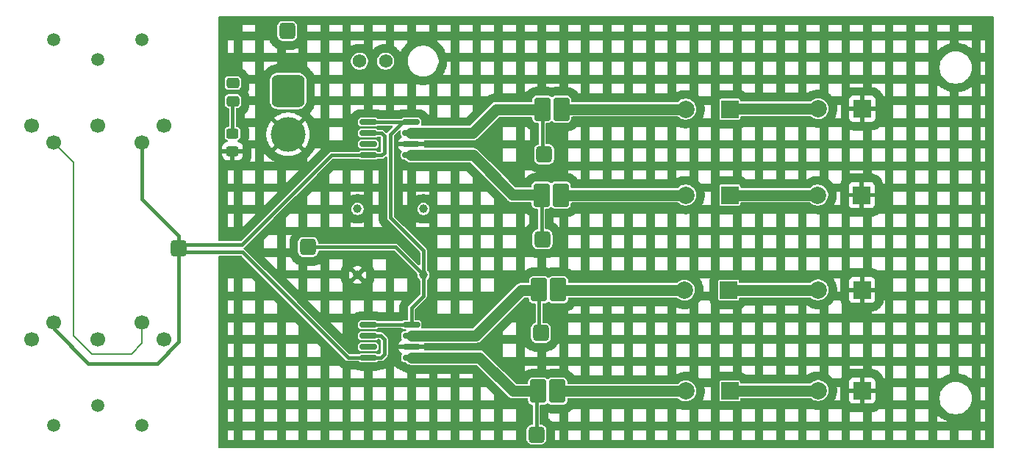
<source format=gbr>
%TF.GenerationSoftware,KiCad,Pcbnew,9.0.5*%
%TF.CreationDate,2025-11-19T13:21:17-07:00*%
%TF.ProjectId,Tx,54782e6b-6963-4616-945f-706362585858,rev?*%
%TF.SameCoordinates,Original*%
%TF.FileFunction,Copper,L1,Top*%
%TF.FilePolarity,Positive*%
%FSLAX46Y46*%
G04 Gerber Fmt 4.6, Leading zero omitted, Abs format (unit mm)*
G04 Created by KiCad (PCBNEW 9.0.5) date 2025-11-19 13:21:17*
%MOMM*%
%LPD*%
G01*
G04 APERTURE LIST*
G04 Aperture macros list*
%AMRoundRect*
0 Rectangle with rounded corners*
0 $1 Rounding radius*
0 $2 $3 $4 $5 $6 $7 $8 $9 X,Y pos of 4 corners*
0 Add a 4 corners polygon primitive as box body*
4,1,4,$2,$3,$4,$5,$6,$7,$8,$9,$2,$3,0*
0 Add four circle primitives for the rounded corners*
1,1,$1+$1,$2,$3*
1,1,$1+$1,$4,$5*
1,1,$1+$1,$6,$7*
1,1,$1+$1,$8,$9*
0 Add four rect primitives between the rounded corners*
20,1,$1+$1,$2,$3,$4,$5,0*
20,1,$1+$1,$4,$5,$6,$7,0*
20,1,$1+$1,$6,$7,$8,$9,0*
20,1,$1+$1,$8,$9,$2,$3,0*%
G04 Aperture macros list end*
%TA.AperFunction,ComponentPad*%
%ADD10C,1.700000*%
%TD*%
%TA.AperFunction,ComponentPad*%
%ADD11C,1.500000*%
%TD*%
%TA.AperFunction,ComponentPad*%
%ADD12RoundRect,0.476250X-0.476250X-0.476250X0.476250X-0.476250X0.476250X0.476250X-0.476250X0.476250X0*%
%TD*%
%TA.AperFunction,ComponentPad*%
%ADD13RoundRect,0.760000X-1.140000X1.140000X-1.140000X-1.140000X1.140000X-1.140000X1.140000X1.140000X0*%
%TD*%
%TA.AperFunction,ComponentPad*%
%ADD14C,4.000000*%
%TD*%
%TA.AperFunction,ComponentPad*%
%ADD15R,2.000000X2.000000*%
%TD*%
%TA.AperFunction,ComponentPad*%
%ADD16C,2.000000*%
%TD*%
%TA.AperFunction,SMDPad,CuDef*%
%ADD17RoundRect,0.250000X0.475000X-0.337500X0.475000X0.337500X-0.475000X0.337500X-0.475000X-0.337500X0*%
%TD*%
%TA.AperFunction,ComponentPad*%
%ADD18RoundRect,0.250000X0.475000X-0.337500X0.475000X0.337500X-0.475000X0.337500X-0.475000X-0.337500X0*%
%TD*%
%TA.AperFunction,SMDPad,CuDef*%
%ADD19RoundRect,0.150000X-0.825000X-0.150000X0.825000X-0.150000X0.825000X0.150000X-0.825000X0.150000X0*%
%TD*%
%TA.AperFunction,ComponentPad*%
%ADD20RoundRect,0.150000X-0.825000X-0.150000X0.825000X-0.150000X0.825000X0.150000X-0.825000X0.150000X0*%
%TD*%
%TA.AperFunction,ComponentPad*%
%ADD21C,1.000000*%
%TD*%
%TA.AperFunction,ComponentPad*%
%ADD22C,1.574800*%
%TD*%
%TA.AperFunction,SMDPad,CuDef*%
%ADD23RoundRect,0.250000X0.450000X-0.325000X0.450000X0.325000X-0.450000X0.325000X-0.450000X-0.325000X0*%
%TD*%
%TA.AperFunction,ComponentPad*%
%ADD24RoundRect,0.285000X0.665000X1.064999X-0.665000X1.064999X-0.665000X-1.064999X0.665000X-1.064999X0*%
%TD*%
%TA.AperFunction,Conductor*%
%ADD25C,0.381000*%
%TD*%
%TA.AperFunction,Conductor*%
%ADD26C,0.200000*%
%TD*%
%TA.AperFunction,Conductor*%
%ADD27C,1.270000*%
%TD*%
G04 APERTURE END LIST*
D10*
%TO.P,J3,1*%
%TO.N,unconnected-(J3-Pad1)*%
X114040000Y-121594000D03*
%TO.P,J3,2*%
%TO.N,GND*%
X106420000Y-121594000D03*
%TO.P,J3,3*%
%TO.N,unconnected-(J3-Pad3)*%
X98800000Y-121594000D03*
%TO.P,J3,4*%
%TO.N,Net-(J3-Pad4)*%
X111500000Y-119689000D03*
%TO.P,J3,5*%
%TO.N,Net-(U1-INA)*%
X101340000Y-119689000D03*
D11*
%TO.P,J3,6*%
%TO.N,N/C*%
X106420000Y-129214000D03*
%TO.P,J3,7*%
X101340000Y-131500000D03*
X111500000Y-131500000D03*
%TD*%
D12*
%TO.P,TP6,1,1*%
%TO.N,Net-(D4-K)*%
X157400000Y-120900000D03*
%TD*%
D13*
%TO.P,J2,1*%
%TO.N,GND*%
X128300000Y-93000000D03*
D14*
%TO.P,J2,2*%
%TO.N,Net-(U1-VCC)*%
X128300000Y-98000000D03*
%TD*%
D12*
%TO.P,TP1,1,1*%
%TO.N,GND*%
X128200000Y-86100000D03*
%TD*%
D15*
%TO.P,R7,1*%
%TO.N,Net-(R6-Pad2)*%
X179040000Y-115950000D03*
D16*
%TO.P,R7,2*%
%TO.N,Net-(D4-A)*%
X173960000Y-115950000D03*
%TD*%
D12*
%TO.P,TP3,1,1*%
%TO.N,Net-(U1-ENA)*%
X130600000Y-111000000D03*
%TD*%
D17*
%TO.P,R1,1*%
%TO.N,Net-(D1-K)*%
X121939974Y-94160026D03*
D18*
%TO.P,R1,2*%
%TO.N,GND*%
X121939974Y-92085026D03*
%TD*%
D19*
%TO.P,U2,1,ENA*%
%TO.N,Net-(U1-ENA)*%
X137550000Y-119930000D03*
%TO.P,U2,2,INA*%
%TO.N,Net-(U1-INA)*%
X137550000Y-121200000D03*
D20*
%TO.P,U2,3,GND*%
%TO.N,GND*%
X137550000Y-122470000D03*
D19*
%TO.P,U2,4,INB*%
%TO.N,Net-(U1-INA)*%
X137550000Y-123740000D03*
%TO.P,U2,5,~{OUTB}*%
%TO.N,Net-(D5-K)*%
X142500000Y-123740000D03*
D20*
%TO.P,U2,6,VCC*%
%TO.N,Net-(U1-VCC)*%
X142500000Y-122470000D03*
D19*
%TO.P,U2,7,~{OUTA}*%
%TO.N,Net-(D4-K)*%
X142500000Y-121200000D03*
%TO.P,U2,8,ENB*%
%TO.N,Net-(U1-ENA)*%
X142500000Y-119930000D03*
%TD*%
D12*
%TO.P,TP7,1,1*%
%TO.N,Net-(D5-K)*%
X156900000Y-132600000D03*
%TD*%
D21*
%TO.P,Y1,1,1*%
%TO.N,unconnected-(Y1-Pad1)*%
X136300000Y-106600000D03*
%TO.P,Y1,4,4*%
%TO.N,GND*%
X143900000Y-106600000D03*
%TO.P,Y1,5,5*%
%TO.N,Net-(U1-ENA)*%
X143900000Y-114200000D03*
%TO.P,Y1,8,8*%
%TO.N,Net-(U1-VCC)*%
X136300000Y-114200000D03*
%TD*%
D15*
%TO.P,R5,1*%
%TO.N,Net-(R4-Pad2)*%
X179180000Y-105000000D03*
D16*
%TO.P,R5,2*%
%TO.N,Net-(D3-A)*%
X174100000Y-105000000D03*
%TD*%
D12*
%TO.P,TP2,1,1*%
%TO.N,Net-(U1-INA)*%
X115675091Y-111100000D03*
%TD*%
D15*
%TO.P,R2,1*%
%TO.N,Net-(U1-VCC)*%
X194440000Y-95050000D03*
D16*
%TO.P,R2,2*%
%TO.N,Net-(R2-Pad2)*%
X189360000Y-95050000D03*
%TD*%
D12*
%TO.P,TP4,1,1*%
%TO.N,Net-(D2-K)*%
X157800000Y-100300000D03*
%TD*%
D15*
%TO.P,R8,1*%
%TO.N,Net-(U1-VCC)*%
X194421073Y-127532029D03*
D16*
%TO.P,R8,2*%
%TO.N,Net-(R8-Pad2)*%
X189341073Y-127532029D03*
%TD*%
D15*
%TO.P,R6,1*%
%TO.N,Net-(U1-VCC)*%
X194412518Y-115931394D03*
D16*
%TO.P,R6,2*%
%TO.N,Net-(R6-Pad2)*%
X189332518Y-115931394D03*
%TD*%
D19*
%TO.P,U1,1,ENA*%
%TO.N,Net-(U1-ENA)*%
X137525000Y-96595000D03*
%TO.P,U1,2,INA*%
%TO.N,Net-(U1-INA)*%
X137525000Y-97865000D03*
D20*
%TO.P,U1,3,GND*%
%TO.N,GND*%
X137525000Y-99135000D03*
D19*
%TO.P,U1,4,INB*%
%TO.N,Net-(U1-INA)*%
X137525000Y-100405000D03*
%TO.P,U1,5,~{OUTB}*%
%TO.N,Net-(D3-K)*%
X142475000Y-100405000D03*
D20*
%TO.P,U1,6,VCC*%
%TO.N,Net-(U1-VCC)*%
X142475000Y-99135000D03*
D19*
%TO.P,U1,7,~{OUTA}*%
%TO.N,Net-(D2-K)*%
X142475000Y-97865000D03*
%TO.P,U1,8,ENB*%
%TO.N,Net-(U1-ENA)*%
X142475000Y-96595000D03*
%TD*%
D15*
%TO.P,R3,1*%
%TO.N,Net-(R2-Pad2)*%
X179180000Y-95100000D03*
D16*
%TO.P,R3,2*%
%TO.N,Net-(D2-A)*%
X174100000Y-95100000D03*
%TD*%
D12*
%TO.P,TP5,1,1*%
%TO.N,Net-(D3-K)*%
X157600000Y-110100000D03*
%TD*%
D15*
%TO.P,R9,1*%
%TO.N,Net-(R8-Pad2)*%
X179184938Y-127583667D03*
D16*
%TO.P,R9,2*%
%TO.N,Net-(D5-A)*%
X174104938Y-127583667D03*
%TD*%
D15*
%TO.P,R4,1*%
%TO.N,Net-(U1-VCC)*%
X194380000Y-105000000D03*
D16*
%TO.P,R4,2*%
%TO.N,Net-(R4-Pad2)*%
X189300000Y-105000000D03*
%TD*%
D22*
%TO.P,J1,1*%
%TO.N,Net-(D1-A)*%
X139535700Y-89560400D03*
%TO.P,J1,2*%
%TO.N,GND*%
X136535701Y-89560400D03*
%TD*%
D23*
%TO.P,D1,1,K*%
%TO.N,Net-(D1-K)*%
X121900000Y-97904600D03*
%TO.P,D1,2,A*%
%TO.N,Net-(U1-VCC)*%
X121900000Y-99936600D03*
%TD*%
D24*
%TO.P,D3,1,A*%
%TO.N,Net-(D3-A)*%
X159700000Y-105000000D03*
%TO.P,D3,2,K*%
%TO.N,Net-(D3-K)*%
X157500000Y-105000000D03*
%TD*%
%TO.P,D4,1,A*%
%TO.N,Net-(D4-A)*%
X159400000Y-115900000D03*
%TO.P,D4,2,K*%
%TO.N,Net-(D4-K)*%
X157200000Y-115900000D03*
%TD*%
%TO.P,D5,1,A*%
%TO.N,Net-(D5-A)*%
X159300000Y-127600000D03*
%TO.P,D5,2,K*%
%TO.N,Net-(D5-K)*%
X157100000Y-127600000D03*
%TD*%
%TO.P,D2,1,A*%
%TO.N,Net-(D2-A)*%
X159768605Y-95094182D03*
%TO.P,D2,2,K*%
%TO.N,Net-(D2-K)*%
X157568605Y-95094182D03*
%TD*%
D10*
%TO.P,J4,1*%
%TO.N,unconnected-(J4-Pad1)*%
X98780000Y-97020000D03*
%TO.P,J4,2*%
%TO.N,GND*%
X106400000Y-97020000D03*
%TO.P,J4,3*%
%TO.N,unconnected-(J4-Pad3)*%
X114020000Y-97020000D03*
%TO.P,J4,4*%
%TO.N,Net-(J3-Pad4)*%
X101320000Y-98925000D03*
%TO.P,J4,5*%
%TO.N,Net-(U1-INA)*%
X111480000Y-98925000D03*
D11*
%TO.P,J4,6*%
%TO.N,N/C*%
X106400000Y-89400000D03*
%TO.P,J4,7*%
X111480000Y-87114000D03*
X101320000Y-87114000D03*
%TD*%
D25*
%TO.N,Net-(U1-INA)*%
X116175091Y-111600000D02*
X115675091Y-111100000D01*
X123100000Y-111600000D02*
X116175091Y-111600000D01*
X135240000Y-123740000D02*
X123100000Y-111600000D01*
X137550000Y-123740000D02*
X135240000Y-123740000D01*
X133300000Y-100400000D02*
X137200000Y-100400000D01*
X116075091Y-110700000D02*
X123000000Y-110700000D01*
X123000000Y-110700000D02*
X133300000Y-100400000D01*
X115675091Y-111100000D02*
X116075091Y-110700000D01*
D26*
%TO.N,Net-(J3-Pad4)*%
X103600000Y-101205000D02*
X101320000Y-98925000D01*
X105700000Y-123300000D02*
X103600000Y-121200000D01*
X103600000Y-121200000D02*
X103600000Y-101205000D01*
X110291500Y-123300000D02*
X105700000Y-123300000D01*
X111500000Y-122091500D02*
X110291500Y-123300000D01*
X111500000Y-119689000D02*
X111500000Y-122091500D01*
D25*
%TO.N,Net-(D3-K)*%
X157500000Y-110000000D02*
X157600000Y-110100000D01*
D27*
X149605000Y-100405000D02*
X154158670Y-104958670D01*
X142475000Y-100405000D02*
X149605000Y-100405000D01*
X154158670Y-104958670D02*
X156796186Y-104958670D01*
D25*
X157500000Y-105000000D02*
X157500000Y-110000000D01*
D27*
%TO.N,Net-(D4-K)*%
X155114523Y-115985477D02*
X156828851Y-115985477D01*
X149900000Y-121200000D02*
X155114523Y-115985477D01*
D25*
X157300000Y-115800000D02*
X157200000Y-115900000D01*
X157200000Y-120700000D02*
X157400000Y-120900000D01*
X157200000Y-115900000D02*
X157200000Y-120700000D01*
D27*
X142500000Y-121200000D02*
X149900000Y-121200000D01*
%TO.N,Net-(D5-A)*%
X159300000Y-127600000D02*
X174088605Y-127600000D01*
X174088605Y-127600000D02*
X174104938Y-127583667D01*
D25*
%TO.N,Net-(U1-INA)*%
X115675091Y-111100000D02*
X115675091Y-109675091D01*
X138960000Y-123740000D02*
X137550000Y-123740000D01*
X137525000Y-100405000D02*
X139095000Y-100405000D01*
X139065000Y-97865000D02*
X137525000Y-97865000D01*
X139400000Y-100100000D02*
X139400000Y-98200000D01*
X139000000Y-121200000D02*
X139400000Y-121600000D01*
X111460000Y-98945000D02*
X111480000Y-98925000D01*
X105300000Y-124400000D02*
X113200000Y-124400000D01*
X137550000Y-121200000D02*
X139000000Y-121200000D01*
X101375892Y-120475892D02*
X105300000Y-124400000D01*
X139095000Y-100405000D02*
X139400000Y-100100000D01*
X139400000Y-98200000D02*
X139065000Y-97865000D01*
X115675091Y-109675091D02*
X111460000Y-105460000D01*
X111460000Y-105460000D02*
X111460000Y-98945000D01*
X139400000Y-123300000D02*
X138960000Y-123740000D01*
X139400000Y-121600000D02*
X139400000Y-123300000D01*
X113200000Y-124400000D02*
X115675091Y-121924909D01*
X115675091Y-121924909D02*
X115675091Y-111100000D01*
D27*
%TO.N,Net-(D5-K)*%
X142500000Y-123740000D02*
X150340000Y-123740000D01*
X150340000Y-123740000D02*
X154193104Y-127593104D01*
X154193104Y-127593104D02*
X156798728Y-127593104D01*
D25*
X156900000Y-132600000D02*
X156900000Y-127800000D01*
X156900000Y-127800000D02*
X157100000Y-127600000D01*
D27*
%TO.N,Net-(R2-Pad2)*%
X189360000Y-95050000D02*
X179230000Y-95050000D01*
X179230000Y-95050000D02*
X179180000Y-95100000D01*
D25*
%TO.N,Net-(U1-ENA)*%
X143900000Y-114200000D02*
X140700000Y-111000000D01*
X142500000Y-118000000D02*
X142500000Y-119930000D01*
X140700000Y-111000000D02*
X130600000Y-111000000D01*
X143900000Y-114200000D02*
X143900000Y-111400000D01*
X142475000Y-96595000D02*
X137525000Y-96595000D01*
X143900000Y-111400000D02*
X140100000Y-107600000D01*
X142500000Y-119930000D02*
X137550000Y-119930000D01*
X140100000Y-107600000D02*
X140100000Y-97995001D01*
X141500001Y-96595000D02*
X142475000Y-96595000D01*
X143900000Y-116600000D02*
X142500000Y-118000000D01*
X143900000Y-114200000D02*
X143900000Y-116600000D01*
X140100000Y-97995001D02*
X141500001Y-96595000D01*
D27*
%TO.N,Net-(R4-Pad2)*%
X179180000Y-105000000D02*
X189300000Y-105000000D01*
D25*
%TO.N,Net-(D1-K)*%
X121900000Y-94200000D02*
X121939974Y-94160026D01*
X121900000Y-97904600D02*
X121900000Y-94200000D01*
D27*
%TO.N,Net-(D2-K)*%
X142475000Y-97865000D02*
X149535000Y-97865000D01*
D25*
X157700000Y-94962787D02*
X157568605Y-95094182D01*
X157568605Y-95094182D02*
X157568605Y-100068605D01*
D27*
X152271688Y-95128312D02*
X156741467Y-95128312D01*
D25*
X157568605Y-100068605D02*
X157800000Y-100300000D01*
D27*
X149535000Y-97865000D02*
X152271688Y-95128312D01*
%TO.N,Net-(D3-A)*%
X159700000Y-105000000D02*
X174100000Y-105000000D01*
%TO.N,Net-(D2-A)*%
X159774423Y-95100000D02*
X159768605Y-95094182D01*
X174100000Y-95100000D02*
X159774423Y-95100000D01*
%TO.N,Net-(D4-A)*%
X159450000Y-115950000D02*
X159400000Y-115900000D01*
X173960000Y-115950000D02*
X159450000Y-115950000D01*
%TO.N,Net-(R6-Pad2)*%
X179058606Y-115931394D02*
X179040000Y-115950000D01*
X189332518Y-115931394D02*
X179058606Y-115931394D01*
%TO.N,Net-(R8-Pad2)*%
X189341073Y-127532029D02*
X179236576Y-127532029D01*
X179236576Y-127532029D02*
X179184938Y-127583667D01*
%TD*%
%TA.AperFunction,Conductor*%
%TO.N,Net-(U1-VCC)*%
G36*
X209542539Y-84420185D02*
G01*
X209588294Y-84472989D01*
X209599500Y-84524500D01*
X209599500Y-134075500D01*
X209579815Y-134142539D01*
X209527011Y-134188294D01*
X209475500Y-134199500D01*
X120408593Y-134199500D01*
X120341554Y-134179815D01*
X120295799Y-134127011D01*
X120284593Y-134075500D01*
X120284593Y-133201500D01*
X121408593Y-133201500D01*
X122034593Y-133201500D01*
X123032593Y-133201500D01*
X124534593Y-133201500D01*
X125532593Y-133201500D01*
X127034593Y-133201500D01*
X128032593Y-133201500D01*
X129534593Y-133201500D01*
X130532593Y-133201500D01*
X132034593Y-133201500D01*
X133032593Y-133201500D01*
X134534593Y-133201500D01*
X135532593Y-133201500D01*
X137034593Y-133201500D01*
X138032593Y-133201500D01*
X139534593Y-133201500D01*
X140532593Y-133201500D01*
X142034593Y-133201500D01*
X143032593Y-133201500D01*
X144534593Y-133201500D01*
X145532593Y-133201500D01*
X147034593Y-133201500D01*
X148032593Y-133201500D01*
X149534593Y-133201500D01*
X150532593Y-133201500D01*
X152034593Y-133201500D01*
X153032593Y-133201500D01*
X154534593Y-133201500D01*
X154534593Y-132148500D01*
X153032593Y-132148500D01*
X153032593Y-133201500D01*
X152034593Y-133201500D01*
X152034593Y-132148500D01*
X150532593Y-132148500D01*
X150532593Y-133201500D01*
X149534593Y-133201500D01*
X149534593Y-132148500D01*
X148032593Y-132148500D01*
X148032593Y-133201500D01*
X147034593Y-133201500D01*
X147034593Y-132148500D01*
X145532593Y-132148500D01*
X145532593Y-133201500D01*
X144534593Y-133201500D01*
X144534593Y-132148500D01*
X143032593Y-132148500D01*
X143032593Y-133201500D01*
X142034593Y-133201500D01*
X142034593Y-132148500D01*
X140532593Y-132148500D01*
X140532593Y-133201500D01*
X139534593Y-133201500D01*
X139534593Y-132148500D01*
X138032593Y-132148500D01*
X138032593Y-133201500D01*
X137034593Y-133201500D01*
X137034593Y-132148500D01*
X135532593Y-132148500D01*
X135532593Y-133201500D01*
X134534593Y-133201500D01*
X134534593Y-132148500D01*
X133032593Y-132148500D01*
X133032593Y-133201500D01*
X132034593Y-133201500D01*
X132034593Y-132148500D01*
X130532593Y-132148500D01*
X130532593Y-133201500D01*
X129534593Y-133201500D01*
X129534593Y-132148500D01*
X128032593Y-132148500D01*
X128032593Y-133201500D01*
X127034593Y-133201500D01*
X127034593Y-132148500D01*
X125532593Y-132148500D01*
X125532593Y-133201500D01*
X124534593Y-133201500D01*
X124534593Y-132148500D01*
X123032593Y-132148500D01*
X123032593Y-133201500D01*
X122034593Y-133201500D01*
X122034593Y-132148500D01*
X121408593Y-132148500D01*
X121408593Y-133201500D01*
X120284593Y-133201500D01*
X120284593Y-131150500D01*
X121408593Y-131150500D01*
X122034593Y-131150500D01*
X123032593Y-131150500D01*
X124534593Y-131150500D01*
X125532593Y-131150500D01*
X127034593Y-131150500D01*
X128032593Y-131150500D01*
X129534593Y-131150500D01*
X130532593Y-131150500D01*
X132034593Y-131150500D01*
X133032593Y-131150500D01*
X134534593Y-131150500D01*
X135532593Y-131150500D01*
X137034593Y-131150500D01*
X138032593Y-131150500D01*
X139534593Y-131150500D01*
X140532593Y-131150500D01*
X142034593Y-131150500D01*
X143032593Y-131150500D01*
X144534593Y-131150500D01*
X145532593Y-131150500D01*
X147034593Y-131150500D01*
X148032593Y-131150500D01*
X149534593Y-131150500D01*
X150532593Y-131150500D01*
X152034593Y-131150500D01*
X153032593Y-131150500D01*
X154534593Y-131150500D01*
X154534593Y-129648500D01*
X153032593Y-129648500D01*
X153032593Y-131150500D01*
X152034593Y-131150500D01*
X152034593Y-129648500D01*
X150532593Y-129648500D01*
X150532593Y-131150500D01*
X149534593Y-131150500D01*
X149534593Y-129648500D01*
X148032593Y-129648500D01*
X148032593Y-131150500D01*
X147034593Y-131150500D01*
X147034593Y-129648500D01*
X145532593Y-129648500D01*
X145532593Y-131150500D01*
X144534593Y-131150500D01*
X144534593Y-129648500D01*
X143032593Y-129648500D01*
X143032593Y-131150500D01*
X142034593Y-131150500D01*
X142034593Y-129648500D01*
X140532593Y-129648500D01*
X140532593Y-131150500D01*
X139534593Y-131150500D01*
X139534593Y-129648500D01*
X138032593Y-129648500D01*
X138032593Y-131150500D01*
X137034593Y-131150500D01*
X137034593Y-129648500D01*
X135532593Y-129648500D01*
X135532593Y-131150500D01*
X134534593Y-131150500D01*
X134534593Y-129648500D01*
X133032593Y-129648500D01*
X133032593Y-131150500D01*
X132034593Y-131150500D01*
X132034593Y-129648500D01*
X130532593Y-129648500D01*
X130532593Y-131150500D01*
X129534593Y-131150500D01*
X129534593Y-129648500D01*
X128032593Y-129648500D01*
X128032593Y-131150500D01*
X127034593Y-131150500D01*
X127034593Y-129648500D01*
X125532593Y-129648500D01*
X125532593Y-131150500D01*
X124534593Y-131150500D01*
X124534593Y-129648500D01*
X123032593Y-129648500D01*
X123032593Y-131150500D01*
X122034593Y-131150500D01*
X122034593Y-129648500D01*
X121408593Y-129648500D01*
X121408593Y-131150500D01*
X120284593Y-131150500D01*
X120284593Y-128650500D01*
X121408593Y-128650500D01*
X122034593Y-128650500D01*
X123032593Y-128650500D01*
X124534593Y-128650500D01*
X125532593Y-128650500D01*
X127034593Y-128650500D01*
X128032593Y-128650500D01*
X129534593Y-128650500D01*
X130532593Y-128650500D01*
X132034593Y-128650500D01*
X133032593Y-128650500D01*
X134534593Y-128650500D01*
X135532593Y-128650500D01*
X137034593Y-128650500D01*
X138032593Y-128650500D01*
X139534593Y-128650500D01*
X140532593Y-128650500D01*
X142034593Y-128650500D01*
X143032593Y-128650500D01*
X144534593Y-128650500D01*
X145532593Y-128650500D01*
X147034593Y-128650500D01*
X148032593Y-128650500D01*
X149534593Y-128650500D01*
X150532593Y-128650500D01*
X152034593Y-128650500D01*
X152034593Y-128027553D01*
X151155540Y-127148500D01*
X150532593Y-127148500D01*
X150532593Y-128650500D01*
X149534593Y-128650500D01*
X149534593Y-127148500D01*
X148032593Y-127148500D01*
X148032593Y-128650500D01*
X147034593Y-128650500D01*
X147034593Y-127148500D01*
X145532593Y-127148500D01*
X145532593Y-128650500D01*
X144534593Y-128650500D01*
X144534593Y-127148500D01*
X143032593Y-127148500D01*
X143032593Y-128650500D01*
X142034593Y-128650500D01*
X142034593Y-127148500D01*
X140532593Y-127148500D01*
X140532593Y-128650500D01*
X139534593Y-128650500D01*
X139534593Y-127148500D01*
X138032593Y-127148500D01*
X138032593Y-128650500D01*
X137034593Y-128650500D01*
X137034593Y-127148500D01*
X135532593Y-127148500D01*
X135532593Y-128650500D01*
X134534593Y-128650500D01*
X134534593Y-127148500D01*
X133032593Y-127148500D01*
X133032593Y-128650500D01*
X132034593Y-128650500D01*
X132034593Y-127148500D01*
X130532593Y-127148500D01*
X130532593Y-128650500D01*
X129534593Y-128650500D01*
X129534593Y-127148500D01*
X128032593Y-127148500D01*
X128032593Y-128650500D01*
X127034593Y-128650500D01*
X127034593Y-127148500D01*
X125532593Y-127148500D01*
X125532593Y-128650500D01*
X124534593Y-128650500D01*
X124534593Y-127148500D01*
X123032593Y-127148500D01*
X123032593Y-128650500D01*
X122034593Y-128650500D01*
X122034593Y-127148500D01*
X121408593Y-127148500D01*
X121408593Y-128650500D01*
X120284593Y-128650500D01*
X120284593Y-126150500D01*
X121408593Y-126150500D01*
X122034593Y-126150500D01*
X123032593Y-126150500D01*
X124534593Y-126150500D01*
X125532593Y-126150500D01*
X127034593Y-126150500D01*
X128032593Y-126150500D01*
X129534593Y-126150500D01*
X130532593Y-126150500D01*
X132034593Y-126150500D01*
X133032593Y-126150500D01*
X134534593Y-126150500D01*
X135532593Y-126150500D01*
X137034593Y-126150500D01*
X137034593Y-125238500D01*
X138032593Y-125238500D01*
X138032593Y-126150500D01*
X139534593Y-126150500D01*
X140532593Y-126150500D01*
X142034593Y-126150500D01*
X143032593Y-126150500D01*
X144534593Y-126150500D01*
X145532593Y-126150500D01*
X147034593Y-126150500D01*
X148032593Y-126150500D01*
X149534593Y-126150500D01*
X149534593Y-125573500D01*
X148032593Y-125573500D01*
X148032593Y-126150500D01*
X147034593Y-126150500D01*
X147034593Y-125573500D01*
X145532593Y-125573500D01*
X145532593Y-126150500D01*
X144534593Y-126150500D01*
X144534593Y-125573500D01*
X143032593Y-125573500D01*
X143032593Y-126150500D01*
X142034593Y-126150500D01*
X142034593Y-125516770D01*
X142031619Y-125516102D01*
X141995891Y-125507152D01*
X141990024Y-125505529D01*
X141943127Y-125491302D01*
X141937347Y-125489392D01*
X141902686Y-125476989D01*
X141897012Y-125474800D01*
X141699692Y-125393068D01*
X141694129Y-125390603D01*
X141660848Y-125374863D01*
X141655412Y-125372126D01*
X141612191Y-125349025D01*
X141606895Y-125346025D01*
X141575303Y-125327090D01*
X141570159Y-125323833D01*
X141407042Y-125214842D01*
X141391419Y-125212566D01*
X141381971Y-125210813D01*
X141325245Y-125197998D01*
X141315962Y-125195519D01*
X141241994Y-125172664D01*
X141232930Y-125169474D01*
X141178857Y-125148052D01*
X141170068Y-125144170D01*
X140993104Y-125057658D01*
X140984092Y-125052781D01*
X140930800Y-125021027D01*
X140922219Y-125015421D01*
X140855002Y-124967430D01*
X140846915Y-124961135D01*
X140799568Y-124921035D01*
X140792027Y-124914093D01*
X140650907Y-124772973D01*
X140643965Y-124765432D01*
X140603865Y-124718085D01*
X140597570Y-124709998D01*
X140553662Y-124648500D01*
X140532593Y-124648500D01*
X140532593Y-126150500D01*
X139534593Y-126150500D01*
X139534593Y-125008473D01*
X139530415Y-125010534D01*
X139523022Y-125013884D01*
X139462637Y-125038895D01*
X139455045Y-125041752D01*
X139408550Y-125057535D01*
X139400784Y-125059891D01*
X139238212Y-125103451D01*
X139230312Y-125105293D01*
X139182158Y-125114872D01*
X139174154Y-125116194D01*
X139109354Y-125124727D01*
X139101275Y-125125523D01*
X139052269Y-125128735D01*
X139044159Y-125129000D01*
X138910963Y-125129000D01*
X138879932Y-125144170D01*
X138871143Y-125148052D01*
X138817070Y-125169474D01*
X138808006Y-125172664D01*
X138734038Y-125195519D01*
X138724755Y-125197998D01*
X138668029Y-125210813D01*
X138658583Y-125212565D01*
X138534291Y-125230674D01*
X138529844Y-125231240D01*
X138502888Y-125234177D01*
X138498424Y-125234582D01*
X138462414Y-125237193D01*
X138457933Y-125237437D01*
X138430806Y-125238419D01*
X138426320Y-125238500D01*
X138032593Y-125238500D01*
X137034593Y-125238500D01*
X136673680Y-125238500D01*
X136669194Y-125238419D01*
X136642067Y-125237437D01*
X136637586Y-125237193D01*
X136601576Y-125234582D01*
X136597112Y-125234177D01*
X136570156Y-125231240D01*
X136565709Y-125230674D01*
X136441417Y-125212565D01*
X136431971Y-125210813D01*
X136375245Y-125197998D01*
X136365962Y-125195519D01*
X136291994Y-125172664D01*
X136282930Y-125169474D01*
X136228857Y-125148052D01*
X136220068Y-125144170D01*
X136189037Y-125129000D01*
X135532593Y-125129000D01*
X135532593Y-126150500D01*
X134534593Y-126150500D01*
X134534593Y-124936611D01*
X134472625Y-124900836D01*
X134472513Y-124900766D01*
X134402399Y-124860284D01*
X134368235Y-124826120D01*
X134366434Y-124824738D01*
X134360165Y-124819592D01*
X134323256Y-124787223D01*
X134317336Y-124781678D01*
X134205080Y-124669424D01*
X134205014Y-124669355D01*
X134184159Y-124648500D01*
X133032593Y-124648500D01*
X133032593Y-126150500D01*
X132034593Y-126150500D01*
X132034593Y-124648500D01*
X130532593Y-124648500D01*
X130532593Y-126150500D01*
X129534593Y-126150500D01*
X129534593Y-124648500D01*
X128032593Y-124648500D01*
X128032593Y-126150500D01*
X127034593Y-126150500D01*
X127034593Y-124648500D01*
X125532593Y-124648500D01*
X125532593Y-126150500D01*
X124534593Y-126150500D01*
X124534593Y-124648500D01*
X123032593Y-124648500D01*
X123032593Y-126150500D01*
X122034593Y-126150500D01*
X122034593Y-124648500D01*
X121408593Y-124648500D01*
X121408593Y-126150500D01*
X120284593Y-126150500D01*
X120284593Y-123650500D01*
X121408593Y-123650500D01*
X122034593Y-123650500D01*
X123032593Y-123650500D01*
X124534593Y-123650500D01*
X125532593Y-123650500D01*
X127034593Y-123650500D01*
X128032593Y-123650500D01*
X129534593Y-123650500D01*
X130532593Y-123650500D01*
X132034593Y-123650500D01*
X132034593Y-122498934D01*
X131684159Y-122148500D01*
X130532593Y-122148500D01*
X130532593Y-123650500D01*
X129534593Y-123650500D01*
X129534593Y-122148500D01*
X128032593Y-122148500D01*
X128032593Y-123650500D01*
X127034593Y-123650500D01*
X127034593Y-122148500D01*
X125532593Y-122148500D01*
X125532593Y-123650500D01*
X124534593Y-123650500D01*
X124534593Y-122148500D01*
X123032593Y-122148500D01*
X123032593Y-123650500D01*
X122034593Y-123650500D01*
X122034593Y-122148500D01*
X121408593Y-122148500D01*
X121408593Y-123650500D01*
X120284593Y-123650500D01*
X120284593Y-121150500D01*
X121408593Y-121150500D01*
X122034593Y-121150500D01*
X123032593Y-121150500D01*
X124534593Y-121150500D01*
X125532593Y-121150500D01*
X127034593Y-121150500D01*
X128032593Y-121150500D01*
X129534593Y-121150500D01*
X129534593Y-119998934D01*
X129184159Y-119648500D01*
X128032593Y-119648500D01*
X128032593Y-121150500D01*
X127034593Y-121150500D01*
X127034593Y-119648500D01*
X125532593Y-119648500D01*
X125532593Y-121150500D01*
X124534593Y-121150500D01*
X124534593Y-119648500D01*
X123032593Y-119648500D01*
X123032593Y-121150500D01*
X122034593Y-121150500D01*
X122034593Y-119648500D01*
X121408593Y-119648500D01*
X121408593Y-121150500D01*
X120284593Y-121150500D01*
X120284593Y-118650500D01*
X121408593Y-118650500D01*
X122034593Y-118650500D01*
X123032593Y-118650500D01*
X124534593Y-118650500D01*
X125532593Y-118650500D01*
X127034593Y-118650500D01*
X127034593Y-117498934D01*
X126684158Y-117148500D01*
X125532593Y-117148500D01*
X125532593Y-118650500D01*
X124534593Y-118650500D01*
X124534593Y-117148500D01*
X123032593Y-117148500D01*
X123032593Y-118650500D01*
X122034593Y-118650500D01*
X122034593Y-117148500D01*
X121408593Y-117148500D01*
X121408593Y-118650500D01*
X120284593Y-118650500D01*
X120284593Y-116150500D01*
X121408593Y-116150500D01*
X122034593Y-116150500D01*
X123032593Y-116150500D01*
X124534593Y-116150500D01*
X124534593Y-114998934D01*
X124184158Y-114648500D01*
X123032593Y-114648500D01*
X123032593Y-116150500D01*
X122034593Y-116150500D01*
X122034593Y-114648500D01*
X121408593Y-114648500D01*
X121408593Y-116150500D01*
X120284593Y-116150500D01*
X120284593Y-112115000D01*
X120304278Y-112047961D01*
X120357082Y-112002206D01*
X120408593Y-111991000D01*
X122886680Y-111991000D01*
X122953719Y-112010685D01*
X122974361Y-112027319D01*
X134922781Y-123975738D01*
X134922791Y-123975749D01*
X134927121Y-123980079D01*
X134927122Y-123980080D01*
X134999920Y-124052878D01*
X135075447Y-124096483D01*
X135075448Y-124096484D01*
X135075449Y-124096484D01*
X135089080Y-124104354D01*
X135188524Y-124131001D01*
X135188527Y-124131001D01*
X135299072Y-124131001D01*
X135299088Y-124131000D01*
X136418956Y-124131000D01*
X136485995Y-124150685D01*
X136506637Y-124167319D01*
X136518514Y-124179196D01*
X136518515Y-124179196D01*
X136518517Y-124179198D01*
X136623607Y-124230573D01*
X136657673Y-124235536D01*
X136691739Y-124240500D01*
X136691740Y-124240500D01*
X138408261Y-124240500D01*
X138430971Y-124237191D01*
X138476393Y-124230573D01*
X138581483Y-124179198D01*
X138581485Y-124179196D01*
X138593363Y-124167319D01*
X138654686Y-124133834D01*
X138681044Y-124131000D01*
X139011474Y-124131000D01*
X139011476Y-124131000D01*
X139110921Y-124104354D01*
X139200080Y-124052878D01*
X139712878Y-123540080D01*
X139764354Y-123450921D01*
X139791000Y-123351476D01*
X139791000Y-123248524D01*
X139791000Y-122720001D01*
X141027704Y-122720001D01*
X141027899Y-122722486D01*
X141073718Y-122880198D01*
X141157314Y-123021552D01*
X141157321Y-123021561D01*
X141273438Y-123137678D01*
X141273446Y-123137684D01*
X141360925Y-123189419D01*
X141408608Y-123240488D01*
X141421112Y-123309230D01*
X141394467Y-123373819D01*
X141385927Y-123383340D01*
X141385804Y-123383513D01*
X141334426Y-123488608D01*
X141324500Y-123556739D01*
X141324500Y-123923260D01*
X141334426Y-123991391D01*
X141385803Y-124096485D01*
X141468514Y-124179196D01*
X141468515Y-124179196D01*
X141468517Y-124179198D01*
X141573607Y-124230573D01*
X141607673Y-124235536D01*
X141641739Y-124240500D01*
X141641740Y-124240500D01*
X141767561Y-124240500D01*
X141834600Y-124260185D01*
X141855242Y-124276819D01*
X141967396Y-124388973D01*
X141967400Y-124388976D01*
X142104235Y-124480407D01*
X142104241Y-124480410D01*
X142104242Y-124480411D01*
X142256294Y-124543393D01*
X142417705Y-124575499D01*
X142417709Y-124575500D01*
X142417710Y-124575500D01*
X149942562Y-124575500D01*
X150009601Y-124595185D01*
X150030243Y-124611819D01*
X153544128Y-128125704D01*
X153611525Y-128193101D01*
X153660505Y-128242081D01*
X153797339Y-128333511D01*
X153797345Y-128333514D01*
X153797346Y-128333515D01*
X153949398Y-128396497D01*
X154088095Y-128424085D01*
X154110809Y-128428603D01*
X154110813Y-128428604D01*
X154110814Y-128428604D01*
X155825501Y-128428604D01*
X155892540Y-128448289D01*
X155938295Y-128501093D01*
X155949501Y-128552604D01*
X155949501Y-128711447D01*
X155955715Y-128769261D01*
X155955716Y-128769264D01*
X156004505Y-128900069D01*
X156004506Y-128900070D01*
X156088168Y-129011830D01*
X156199927Y-129095491D01*
X156199928Y-129095491D01*
X156199932Y-129095494D01*
X156330738Y-129144283D01*
X156356629Y-129147066D01*
X156388544Y-129150498D01*
X156388551Y-129150498D01*
X156388557Y-129150499D01*
X156388562Y-129150498D01*
X156391621Y-129150663D01*
X156457514Y-129173899D01*
X156500384Y-129229071D01*
X156509000Y-129274486D01*
X156509000Y-131323000D01*
X156489315Y-131390039D01*
X156436511Y-131435794D01*
X156385000Y-131447000D01*
X156369048Y-131447000D01*
X156328138Y-131450717D01*
X156300864Y-131453196D01*
X156143965Y-131502087D01*
X156143961Y-131502089D01*
X156003324Y-131587106D01*
X156003320Y-131587109D01*
X155887109Y-131703320D01*
X155887106Y-131703324D01*
X155802089Y-131843961D01*
X155802087Y-131843965D01*
X155753196Y-132000864D01*
X155753196Y-132000866D01*
X155747000Y-132069048D01*
X155747000Y-133130952D01*
X155749831Y-133162103D01*
X155753196Y-133199135D01*
X155802087Y-133356034D01*
X155802089Y-133356038D01*
X155887106Y-133496675D01*
X155887109Y-133496679D01*
X156003320Y-133612890D01*
X156003324Y-133612893D01*
X156143961Y-133697910D01*
X156143965Y-133697912D01*
X156199464Y-133715205D01*
X156300866Y-133746804D01*
X156369048Y-133753000D01*
X156369051Y-133753000D01*
X157430949Y-133753000D01*
X157430952Y-133753000D01*
X157499134Y-133746804D01*
X157656037Y-133697911D01*
X157796680Y-133612890D01*
X157912890Y-133496680D01*
X157997911Y-133356037D01*
X158046067Y-133201500D01*
X159048539Y-133201500D01*
X159534593Y-133201500D01*
X160532593Y-133201500D01*
X162034593Y-133201500D01*
X163032593Y-133201500D01*
X164534593Y-133201500D01*
X165532593Y-133201500D01*
X167034593Y-133201500D01*
X168032593Y-133201500D01*
X169534593Y-133201500D01*
X170532593Y-133201500D01*
X172034593Y-133201500D01*
X173032593Y-133201500D01*
X174534593Y-133201500D01*
X175532593Y-133201500D01*
X177034593Y-133201500D01*
X178032593Y-133201500D01*
X179534593Y-133201500D01*
X180532593Y-133201500D01*
X182034593Y-133201500D01*
X183032593Y-133201500D01*
X184534593Y-133201500D01*
X185532593Y-133201500D01*
X187034593Y-133201500D01*
X188032593Y-133201500D01*
X189534593Y-133201500D01*
X190532593Y-133201500D01*
X192034593Y-133201500D01*
X193032593Y-133201500D01*
X194534593Y-133201500D01*
X195532593Y-133201500D01*
X197034593Y-133201500D01*
X198032593Y-133201500D01*
X199534593Y-133201500D01*
X200532593Y-133201500D01*
X202034593Y-133201500D01*
X203032593Y-133201500D01*
X204534593Y-133201500D01*
X205532593Y-133201500D01*
X207034593Y-133201500D01*
X208032593Y-133201500D01*
X208601500Y-133201500D01*
X208601500Y-132148500D01*
X208032593Y-132148500D01*
X208032593Y-133201500D01*
X207034593Y-133201500D01*
X207034593Y-132148500D01*
X205532593Y-132148500D01*
X205532593Y-133201500D01*
X204534593Y-133201500D01*
X204534593Y-132148500D01*
X203032593Y-132148500D01*
X203032593Y-133201500D01*
X202034593Y-133201500D01*
X202034593Y-132148500D01*
X200532593Y-132148500D01*
X200532593Y-133201500D01*
X199534593Y-133201500D01*
X199534593Y-132148500D01*
X198032593Y-132148500D01*
X198032593Y-133201500D01*
X197034593Y-133201500D01*
X197034593Y-132148500D01*
X195532593Y-132148500D01*
X195532593Y-133201500D01*
X194534593Y-133201500D01*
X194534593Y-132148500D01*
X193032593Y-132148500D01*
X193032593Y-133201500D01*
X192034593Y-133201500D01*
X192034593Y-132148500D01*
X190532593Y-132148500D01*
X190532593Y-133201500D01*
X189534593Y-133201500D01*
X189534593Y-132148500D01*
X188032593Y-132148500D01*
X188032593Y-133201500D01*
X187034593Y-133201500D01*
X187034593Y-132148500D01*
X185532593Y-132148500D01*
X185532593Y-133201500D01*
X184534593Y-133201500D01*
X184534593Y-132148500D01*
X183032593Y-132148500D01*
X183032593Y-133201500D01*
X182034593Y-133201500D01*
X182034593Y-132148500D01*
X180532593Y-132148500D01*
X180532593Y-133201500D01*
X179534593Y-133201500D01*
X179534593Y-132148500D01*
X178032593Y-132148500D01*
X178032593Y-133201500D01*
X177034593Y-133201500D01*
X177034593Y-132148500D01*
X175532593Y-132148500D01*
X175532593Y-133201500D01*
X174534593Y-133201500D01*
X174534593Y-132148500D01*
X173032593Y-132148500D01*
X173032593Y-133201500D01*
X172034593Y-133201500D01*
X172034593Y-132148500D01*
X170532593Y-132148500D01*
X170532593Y-133201500D01*
X169534593Y-133201500D01*
X169534593Y-132148500D01*
X168032593Y-132148500D01*
X168032593Y-133201500D01*
X167034593Y-133201500D01*
X167034593Y-132148500D01*
X165532593Y-132148500D01*
X165532593Y-133201500D01*
X164534593Y-133201500D01*
X164534593Y-132148500D01*
X163032593Y-132148500D01*
X163032593Y-133201500D01*
X162034593Y-133201500D01*
X162034593Y-132148500D01*
X160532593Y-132148500D01*
X160532593Y-133201500D01*
X159534593Y-133201500D01*
X159534593Y-132148500D01*
X159051000Y-132148500D01*
X159051000Y-133142273D01*
X159050968Y-133145085D01*
X159050582Y-133162103D01*
X159050486Y-133164917D01*
X159049460Y-133187507D01*
X159049301Y-133190309D01*
X159048539Y-133201500D01*
X158046067Y-133201500D01*
X158046804Y-133199134D01*
X158053000Y-133130952D01*
X158053000Y-132069048D01*
X158046804Y-132000866D01*
X157997911Y-131843963D01*
X157997910Y-131843961D01*
X157912893Y-131703324D01*
X157912890Y-131703320D01*
X157796679Y-131587109D01*
X157796675Y-131587106D01*
X157656038Y-131502089D01*
X157656034Y-131502087D01*
X157499134Y-131453196D01*
X157499136Y-131453196D01*
X157471861Y-131450717D01*
X157430952Y-131447000D01*
X157430949Y-131447000D01*
X157415000Y-131447000D01*
X157347961Y-131427315D01*
X157302206Y-131374511D01*
X157291000Y-131323000D01*
X157291000Y-130718541D01*
X158289000Y-130718541D01*
X158338801Y-130748647D01*
X158345095Y-130752716D01*
X158382415Y-130778478D01*
X158388449Y-130782919D01*
X158435936Y-130820126D01*
X158441690Y-130824921D01*
X158475600Y-130854965D01*
X158481050Y-130860096D01*
X158639904Y-131018950D01*
X158645035Y-131024400D01*
X158675079Y-131058310D01*
X158679874Y-131064064D01*
X158717081Y-131111551D01*
X158721522Y-131117585D01*
X158744243Y-131150500D01*
X159534593Y-131150500D01*
X159534593Y-130148498D01*
X158575209Y-130148499D01*
X158571895Y-130148455D01*
X158551847Y-130147919D01*
X158548531Y-130147786D01*
X158521843Y-130146357D01*
X158518529Y-130146135D01*
X158498480Y-130144522D01*
X158495168Y-130144210D01*
X158393037Y-130133229D01*
X158385365Y-130132161D01*
X158339169Y-130124251D01*
X158331580Y-130122706D01*
X158289000Y-130112643D01*
X158289000Y-130718541D01*
X157291000Y-130718541D01*
X157291000Y-130036626D01*
X160532593Y-130036626D01*
X160532593Y-131150500D01*
X162034593Y-131150500D01*
X163032593Y-131150500D01*
X164534593Y-131150500D01*
X165532593Y-131150500D01*
X167034593Y-131150500D01*
X168032593Y-131150500D01*
X169534593Y-131150500D01*
X170532593Y-131150500D01*
X172034593Y-131150500D01*
X173032593Y-131150500D01*
X174534593Y-131150500D01*
X175532593Y-131150500D01*
X177034593Y-131150500D01*
X178032593Y-131150500D01*
X179534593Y-131150500D01*
X179534593Y-129782167D01*
X178140690Y-129782167D01*
X178134607Y-129782018D01*
X178097835Y-129780212D01*
X178091765Y-129779764D01*
X178042994Y-129774961D01*
X178036955Y-129774216D01*
X178032593Y-129773569D01*
X178032593Y-131150500D01*
X177034593Y-131150500D01*
X177034593Y-129734340D01*
X180532593Y-129734340D01*
X180532593Y-131150500D01*
X182034593Y-131150500D01*
X183032593Y-131150500D01*
X184534593Y-131150500D01*
X185532593Y-131150500D01*
X187034593Y-131150500D01*
X188032593Y-131150500D01*
X189534593Y-131150500D01*
X190532593Y-131150500D01*
X192034593Y-131150500D01*
X193032593Y-131150500D01*
X194534593Y-131150500D01*
X194534593Y-130030029D01*
X194470527Y-130030029D01*
X194460568Y-130028048D01*
X195532593Y-130028048D01*
X195532593Y-131150500D01*
X197034593Y-131150500D01*
X198032593Y-131150500D01*
X199534593Y-131150500D01*
X200532593Y-131150500D01*
X202034593Y-131150500D01*
X203032593Y-131150500D01*
X204459247Y-131150500D01*
X208032593Y-131150500D01*
X208601500Y-131150500D01*
X208601500Y-129648500D01*
X208032593Y-129648500D01*
X208032593Y-131150500D01*
X204459247Y-131150500D01*
X204329830Y-131115823D01*
X204325928Y-131114709D01*
X204302456Y-131107589D01*
X204298597Y-131106349D01*
X204267667Y-131095851D01*
X204263848Y-131094485D01*
X204240859Y-131085834D01*
X204237079Y-131084340D01*
X203982773Y-130979003D01*
X203979046Y-130977387D01*
X203956673Y-130967249D01*
X203953004Y-130965513D01*
X203923708Y-130951064D01*
X203920104Y-130949213D01*
X203898471Y-130937650D01*
X203894923Y-130935679D01*
X203656580Y-130798070D01*
X203653109Y-130795989D01*
X203632293Y-130783047D01*
X203628883Y-130780849D01*
X203601722Y-130762704D01*
X203598379Y-130760391D01*
X203578400Y-130746075D01*
X203575139Y-130743656D01*
X203356763Y-130576091D01*
X203353583Y-130573568D01*
X203334610Y-130557997D01*
X203331519Y-130555373D01*
X203306960Y-130533836D01*
X203303952Y-130531110D01*
X203286035Y-130514329D01*
X203283119Y-130511507D01*
X203088493Y-130316881D01*
X203085671Y-130313965D01*
X203068890Y-130296048D01*
X203066164Y-130293040D01*
X203044627Y-130268481D01*
X203042003Y-130265390D01*
X203032593Y-130253924D01*
X203032593Y-131150500D01*
X202034593Y-131150500D01*
X202034593Y-129648500D01*
X200532593Y-129648500D01*
X200532593Y-131150500D01*
X199534593Y-131150500D01*
X199534593Y-129648500D01*
X198032593Y-129648500D01*
X198032593Y-131150500D01*
X197034593Y-131150500D01*
X197034593Y-129648500D01*
X196426475Y-129648500D01*
X196411780Y-129661233D01*
X196404889Y-129666786D01*
X196232705Y-129795684D01*
X196225435Y-129800732D01*
X196180368Y-129829696D01*
X196172754Y-129834214D01*
X196110164Y-129868391D01*
X196102250Y-129872352D01*
X196053514Y-129894610D01*
X196045334Y-129897999D01*
X195847977Y-129971608D01*
X195840637Y-129974087D01*
X195795768Y-129987697D01*
X195788285Y-129989714D01*
X195727574Y-130004057D01*
X195719989Y-130005601D01*
X195673811Y-130013507D01*
X195666142Y-130014574D01*
X195562290Y-130025740D01*
X195558978Y-130026052D01*
X195538929Y-130027665D01*
X195535615Y-130027887D01*
X195532593Y-130028048D01*
X194460568Y-130028048D01*
X194423073Y-130020590D01*
X194421073Y-130019761D01*
X194419073Y-130020590D01*
X194371619Y-130030029D01*
X193359896Y-130030029D01*
X193356582Y-130029985D01*
X193336534Y-130029449D01*
X193333218Y-130029316D01*
X193306531Y-130027887D01*
X193303217Y-130027665D01*
X193283168Y-130026052D01*
X193279856Y-130025740D01*
X193176004Y-130014574D01*
X193168335Y-130013507D01*
X193122157Y-130005601D01*
X193114572Y-130004057D01*
X193053861Y-129989714D01*
X193046378Y-129987697D01*
X193032593Y-129983515D01*
X193032593Y-131150500D01*
X192034593Y-131150500D01*
X192034593Y-129648500D01*
X190532593Y-129648500D01*
X190532593Y-131150500D01*
X189534593Y-131150500D01*
X189534593Y-129725796D01*
X189533362Y-129725918D01*
X189494282Y-129728992D01*
X189489423Y-129729279D01*
X189460009Y-129730434D01*
X189455144Y-129730529D01*
X189227002Y-129730529D01*
X189222137Y-129730434D01*
X189192723Y-129729279D01*
X189187864Y-129728992D01*
X189148784Y-129725918D01*
X189143940Y-129725441D01*
X189114668Y-129721978D01*
X189109838Y-129721310D01*
X188884487Y-129685617D01*
X188879698Y-129684762D01*
X188850836Y-129679022D01*
X188846086Y-129677980D01*
X188807967Y-129668832D01*
X188803249Y-129667602D01*
X188774869Y-129659599D01*
X188770205Y-129658184D01*
X188740401Y-129648500D01*
X188032593Y-129648500D01*
X188032593Y-131150500D01*
X187034593Y-131150500D01*
X187034593Y-129648500D01*
X185532593Y-129648500D01*
X185532593Y-131150500D01*
X184534593Y-131150500D01*
X184534593Y-129648500D01*
X183032593Y-129648500D01*
X183032593Y-131150500D01*
X182034593Y-131150500D01*
X182034593Y-129648500D01*
X180742737Y-129648500D01*
X180701422Y-129670584D01*
X180690423Y-129675786D01*
X180599775Y-129713336D01*
X180588315Y-129717437D01*
X180532593Y-129734340D01*
X177034593Y-129734340D01*
X177034593Y-129648500D01*
X175532593Y-129648500D01*
X175532593Y-131150500D01*
X174534593Y-131150500D01*
X174534593Y-129741520D01*
X174336173Y-129772948D01*
X174331343Y-129773616D01*
X174302071Y-129777079D01*
X174297227Y-129777556D01*
X174258147Y-129780630D01*
X174253288Y-129780917D01*
X174223874Y-129782072D01*
X174219009Y-129782167D01*
X173990867Y-129782167D01*
X173986002Y-129782072D01*
X173956588Y-129780917D01*
X173951729Y-129780630D01*
X173912649Y-129777556D01*
X173907805Y-129777079D01*
X173878533Y-129773616D01*
X173873703Y-129772948D01*
X173648352Y-129737255D01*
X173643563Y-129736400D01*
X173614701Y-129730660D01*
X173609951Y-129729618D01*
X173571832Y-129720470D01*
X173567114Y-129719240D01*
X173538734Y-129711237D01*
X173534070Y-129709822D01*
X173345345Y-129648500D01*
X173032593Y-129648500D01*
X173032593Y-131150500D01*
X172034593Y-131150500D01*
X172034593Y-129648500D01*
X170532593Y-129648500D01*
X170532593Y-131150500D01*
X169534593Y-131150500D01*
X169534593Y-129648500D01*
X168032593Y-129648500D01*
X168032593Y-131150500D01*
X167034593Y-131150500D01*
X167034593Y-129648500D01*
X165532593Y-129648500D01*
X165532593Y-131150500D01*
X164534593Y-131150500D01*
X164534593Y-129648500D01*
X163032593Y-129648500D01*
X163032593Y-131150500D01*
X162034593Y-131150500D01*
X162034593Y-129648500D01*
X161081117Y-129648500D01*
X161048770Y-129685831D01*
X161042737Y-129692310D01*
X160992311Y-129742736D01*
X160985832Y-129748769D01*
X160945343Y-129783852D01*
X160938451Y-129789405D01*
X160769596Y-129915807D01*
X160762324Y-129920857D01*
X160717244Y-129949827D01*
X160709629Y-129954344D01*
X160647044Y-129988515D01*
X160639130Y-129992477D01*
X160590415Y-130014723D01*
X160582241Y-130018108D01*
X160532593Y-130036626D01*
X157291000Y-130036626D01*
X157291000Y-129274498D01*
X157310685Y-129207459D01*
X157363489Y-129161704D01*
X157415000Y-129150498D01*
X157811439Y-129150498D01*
X157811442Y-129150498D01*
X157869262Y-129144283D01*
X158000068Y-129095494D01*
X158000068Y-129095493D01*
X158000070Y-129095493D01*
X158000071Y-129095492D01*
X158111831Y-129011830D01*
X158112319Y-129011343D01*
X158112924Y-129011012D01*
X158118931Y-129006516D01*
X158119577Y-129007379D01*
X158173642Y-128977858D01*
X158243334Y-128982842D01*
X158280777Y-129006905D01*
X158281069Y-129006516D01*
X158286523Y-129010598D01*
X158287681Y-129011343D01*
X158288168Y-129011830D01*
X158399927Y-129095491D01*
X158399928Y-129095491D01*
X158399932Y-129095494D01*
X158530738Y-129144283D01*
X158588557Y-129150499D01*
X160011442Y-129150498D01*
X160069262Y-129144283D01*
X160200068Y-129095494D01*
X160200068Y-129095493D01*
X160200070Y-129095493D01*
X160200071Y-129095492D01*
X160311831Y-129011830D01*
X160395492Y-128900071D01*
X160395491Y-128900071D01*
X160395495Y-128900067D01*
X160444284Y-128769261D01*
X160448233Y-128732529D01*
X160450499Y-128711458D01*
X160450500Y-128711441D01*
X160450500Y-128559500D01*
X160470185Y-128492461D01*
X160522989Y-128446706D01*
X160574500Y-128435500D01*
X173207646Y-128435500D01*
X173274685Y-128455185D01*
X173295327Y-128471819D01*
X173322865Y-128499357D01*
X173475739Y-128610427D01*
X173546676Y-128646571D01*
X173644101Y-128696212D01*
X173644103Y-128696212D01*
X173644106Y-128696214D01*
X173691022Y-128711458D01*
X173823819Y-128754607D01*
X174010452Y-128784167D01*
X174010457Y-128784167D01*
X174199424Y-128784167D01*
X174386056Y-128754607D01*
X174565770Y-128696214D01*
X174655489Y-128650500D01*
X176028794Y-128650500D01*
X176987397Y-128650500D01*
X176986587Y-128633998D01*
X176986438Y-128627915D01*
X176986438Y-127148500D01*
X176261919Y-127148500D01*
X176294219Y-127352432D01*
X176294887Y-127357262D01*
X176298350Y-127386534D01*
X176298827Y-127391378D01*
X176301901Y-127430458D01*
X176302188Y-127435317D01*
X176303343Y-127464731D01*
X176303438Y-127469596D01*
X176303438Y-127697738D01*
X176303343Y-127702603D01*
X176302188Y-127732017D01*
X176301901Y-127736876D01*
X176298827Y-127775956D01*
X176298350Y-127780800D01*
X176294887Y-127810072D01*
X176294219Y-127814902D01*
X176258526Y-128040253D01*
X176257671Y-128045042D01*
X176251931Y-128073904D01*
X176250889Y-128078654D01*
X176241741Y-128116773D01*
X176240511Y-128121491D01*
X176232508Y-128149871D01*
X176231093Y-128154535D01*
X176160585Y-128371531D01*
X176158991Y-128376126D01*
X176148807Y-128403734D01*
X176147035Y-128408264D01*
X176132037Y-128444480D01*
X176130082Y-128448948D01*
X176117739Y-128475723D01*
X176115614Y-128480105D01*
X176028794Y-128650500D01*
X174655489Y-128650500D01*
X174734137Y-128610427D01*
X174887011Y-128499357D01*
X175020628Y-128365740D01*
X175131698Y-128212866D01*
X175217485Y-128044499D01*
X175275878Y-127864785D01*
X175289947Y-127775956D01*
X175305438Y-127678153D01*
X175305438Y-127489180D01*
X175275878Y-127302548D01*
X175235170Y-127177263D01*
X175217485Y-127122835D01*
X175217483Y-127122832D01*
X175217483Y-127122830D01*
X175131697Y-126954467D01*
X175020628Y-126801594D01*
X174887011Y-126667977D01*
X174743781Y-126563914D01*
X177984438Y-126563914D01*
X177984438Y-128603419D01*
X177996069Y-128661896D01*
X177996070Y-128661897D01*
X178040385Y-128728219D01*
X178106707Y-128772534D01*
X178106708Y-128772535D01*
X178165185Y-128784166D01*
X178165188Y-128784167D01*
X178165190Y-128784167D01*
X180204688Y-128784167D01*
X180204689Y-128784166D01*
X180219506Y-128781219D01*
X180263167Y-128772535D01*
X180263167Y-128772534D01*
X180263169Y-128772534D01*
X180329490Y-128728219D01*
X180373805Y-128661898D01*
X180373805Y-128661896D01*
X180373806Y-128661896D01*
X180385437Y-128603419D01*
X180385438Y-128603417D01*
X180385438Y-128491529D01*
X180405123Y-128424490D01*
X180457927Y-128378735D01*
X180509438Y-128367529D01*
X188427448Y-128367529D01*
X188494487Y-128387214D01*
X188515129Y-128403848D01*
X188559000Y-128447719D01*
X188711874Y-128558789D01*
X188791420Y-128599319D01*
X188880236Y-128644574D01*
X188880238Y-128644574D01*
X188880241Y-128644576D01*
X188976570Y-128675875D01*
X189059954Y-128702969D01*
X189246587Y-128732529D01*
X189246592Y-128732529D01*
X189435559Y-128732529D01*
X189622191Y-128702969D01*
X189783673Y-128650500D01*
X191237783Y-128650500D01*
X191925486Y-128650500D01*
X191925437Y-128649885D01*
X191925215Y-128646571D01*
X191923786Y-128619884D01*
X191923653Y-128616568D01*
X191923117Y-128596520D01*
X191923073Y-128593206D01*
X191923073Y-127581483D01*
X191932512Y-127534031D01*
X191933341Y-127532029D01*
X191932512Y-127530027D01*
X191923073Y-127482575D01*
X191923073Y-127148500D01*
X191506232Y-127148500D01*
X191530354Y-127300794D01*
X191531022Y-127305624D01*
X191534485Y-127334896D01*
X191534962Y-127339740D01*
X191538036Y-127378820D01*
X191538323Y-127383679D01*
X191539478Y-127413093D01*
X191539573Y-127417958D01*
X191539573Y-127646100D01*
X191539478Y-127650965D01*
X191538323Y-127680379D01*
X191538036Y-127685238D01*
X191534962Y-127724318D01*
X191534485Y-127729162D01*
X191531022Y-127758434D01*
X191530354Y-127763264D01*
X191494661Y-127988615D01*
X191493806Y-127993404D01*
X191488066Y-128022266D01*
X191487024Y-128027016D01*
X191477876Y-128065135D01*
X191476646Y-128069853D01*
X191468643Y-128098233D01*
X191467228Y-128102897D01*
X191396720Y-128319893D01*
X191395126Y-128324488D01*
X191384942Y-128352096D01*
X191383170Y-128356626D01*
X191368172Y-128392842D01*
X191366217Y-128397310D01*
X191353874Y-128424085D01*
X191351749Y-128428467D01*
X191248161Y-128631772D01*
X191245865Y-128636069D01*
X191237783Y-128650500D01*
X189783673Y-128650500D01*
X189801905Y-128644576D01*
X189970272Y-128558789D01*
X190123146Y-128447719D01*
X190256763Y-128314102D01*
X190367833Y-128161228D01*
X190453620Y-127992861D01*
X190512013Y-127813147D01*
X190517136Y-127780800D01*
X190541573Y-127626515D01*
X190541573Y-127437542D01*
X190512013Y-127250910D01*
X190453618Y-127071192D01*
X190367832Y-126902829D01*
X190256763Y-126749956D01*
X190123146Y-126616339D01*
X189970272Y-126505269D01*
X189937463Y-126488552D01*
X189928890Y-126484184D01*
X192921073Y-126484184D01*
X192921073Y-127282029D01*
X193930325Y-127282029D01*
X193908555Y-127319737D01*
X193871073Y-127459620D01*
X193871073Y-127604438D01*
X193908555Y-127744321D01*
X193930325Y-127782029D01*
X192921073Y-127782029D01*
X192921073Y-128579873D01*
X192927474Y-128639401D01*
X192927476Y-128639408D01*
X192977718Y-128774115D01*
X192977722Y-128774122D01*
X193063882Y-128889216D01*
X193063885Y-128889219D01*
X193178979Y-128975379D01*
X193178986Y-128975383D01*
X193313693Y-129025625D01*
X193313700Y-129025627D01*
X193373228Y-129032028D01*
X193373245Y-129032029D01*
X194171073Y-129032029D01*
X194171073Y-128022776D01*
X194208781Y-128044547D01*
X194348664Y-128082029D01*
X194493482Y-128082029D01*
X194633365Y-128044547D01*
X194671073Y-128022776D01*
X194671073Y-129032029D01*
X195468901Y-129032029D01*
X195468917Y-129032028D01*
X195528445Y-129025627D01*
X195528452Y-129025625D01*
X195663159Y-128975383D01*
X195663166Y-128975379D01*
X195778260Y-128889219D01*
X195778263Y-128889216D01*
X195864423Y-128774122D01*
X195864427Y-128774115D01*
X195910532Y-128650500D01*
X198032593Y-128650500D01*
X199534593Y-128650500D01*
X200532593Y-128650500D01*
X202034593Y-128650500D01*
X202034593Y-128278711D01*
X203349500Y-128278711D01*
X203349500Y-128521288D01*
X203381161Y-128761785D01*
X203443947Y-128996104D01*
X203536773Y-129220205D01*
X203536776Y-129220212D01*
X203658064Y-129430289D01*
X203658066Y-129430292D01*
X203658067Y-129430293D01*
X203805733Y-129622736D01*
X203805739Y-129622743D01*
X203977256Y-129794260D01*
X203977263Y-129794266D01*
X204073865Y-129868391D01*
X204169711Y-129941936D01*
X204379788Y-130063224D01*
X204603900Y-130156054D01*
X204838211Y-130218838D01*
X205018586Y-130242584D01*
X205078711Y-130250500D01*
X205078712Y-130250500D01*
X205321289Y-130250500D01*
X205369388Y-130244167D01*
X205561789Y-130218838D01*
X205796100Y-130156054D01*
X206020212Y-130063224D01*
X206230289Y-129941936D01*
X206422738Y-129794265D01*
X206594265Y-129622738D01*
X206741936Y-129430289D01*
X206863224Y-129220212D01*
X206956054Y-128996100D01*
X207018838Y-128761789D01*
X207050500Y-128521288D01*
X207050500Y-128278712D01*
X207025981Y-128092472D01*
X208032593Y-128092472D01*
X208042094Y-128164640D01*
X208042558Y-128168675D01*
X208044963Y-128193101D01*
X208045294Y-128197138D01*
X208047431Y-128229732D01*
X208047631Y-128233789D01*
X208048434Y-128258323D01*
X208048500Y-128262379D01*
X208048500Y-128537621D01*
X208048434Y-128541677D01*
X208047631Y-128566211D01*
X208047431Y-128570268D01*
X208045294Y-128602862D01*
X208044963Y-128606899D01*
X208042558Y-128631325D01*
X208042094Y-128635360D01*
X208040101Y-128650500D01*
X208601500Y-128650500D01*
X208601500Y-127148500D01*
X208032593Y-127148500D01*
X208032593Y-128092472D01*
X207025981Y-128092472D01*
X207018838Y-128038211D01*
X206956054Y-127803900D01*
X206863224Y-127579788D01*
X206741936Y-127369711D01*
X206594265Y-127177262D01*
X206594260Y-127177256D01*
X206422743Y-127005739D01*
X206422736Y-127005733D01*
X206230293Y-126858067D01*
X206230292Y-126858066D01*
X206230289Y-126858064D01*
X206056287Y-126757604D01*
X206020214Y-126736777D01*
X206020205Y-126736773D01*
X205796104Y-126643947D01*
X205561785Y-126581161D01*
X205321289Y-126549500D01*
X205321288Y-126549500D01*
X205078712Y-126549500D01*
X205078711Y-126549500D01*
X204838214Y-126581161D01*
X204603895Y-126643947D01*
X204379794Y-126736773D01*
X204379785Y-126736777D01*
X204169706Y-126858067D01*
X203977263Y-127005733D01*
X203977256Y-127005739D01*
X203805739Y-127177256D01*
X203805733Y-127177263D01*
X203658067Y-127369706D01*
X203536777Y-127579785D01*
X203536773Y-127579794D01*
X203443947Y-127803895D01*
X203381161Y-128038214D01*
X203349500Y-128278711D01*
X202034593Y-128278711D01*
X202034593Y-127148500D01*
X200532593Y-127148500D01*
X200532593Y-128650500D01*
X199534593Y-128650500D01*
X199534593Y-127148500D01*
X198032593Y-127148500D01*
X198032593Y-128650500D01*
X195910532Y-128650500D01*
X195914669Y-128639408D01*
X195914671Y-128639401D01*
X195921072Y-128579873D01*
X195921073Y-128579856D01*
X195921073Y-127782029D01*
X194911821Y-127782029D01*
X194933591Y-127744321D01*
X194971073Y-127604438D01*
X194971073Y-127459620D01*
X194933591Y-127319737D01*
X194911821Y-127282029D01*
X195921073Y-127282029D01*
X195921073Y-126484201D01*
X195921072Y-126484184D01*
X195914671Y-126424656D01*
X195914669Y-126424649D01*
X195864427Y-126289942D01*
X195864423Y-126289935D01*
X195778263Y-126174841D01*
X195778260Y-126174838D01*
X195663166Y-126088678D01*
X195663159Y-126088674D01*
X195528452Y-126038432D01*
X195528445Y-126038430D01*
X195468917Y-126032029D01*
X194671073Y-126032029D01*
X194671073Y-127041281D01*
X194633365Y-127019511D01*
X194493482Y-126982029D01*
X194348664Y-126982029D01*
X194208781Y-127019511D01*
X194171073Y-127041281D01*
X194171073Y-126032029D01*
X193373228Y-126032029D01*
X193313700Y-126038430D01*
X193313693Y-126038432D01*
X193178986Y-126088674D01*
X193178979Y-126088678D01*
X193063885Y-126174838D01*
X193063882Y-126174841D01*
X192977722Y-126289935D01*
X192977718Y-126289942D01*
X192927476Y-126424649D01*
X192927474Y-126424656D01*
X192921073Y-126484184D01*
X189928890Y-126484184D01*
X189801909Y-126419483D01*
X189622191Y-126361088D01*
X189435559Y-126331529D01*
X189435554Y-126331529D01*
X189246592Y-126331529D01*
X189246587Y-126331529D01*
X189059954Y-126361088D01*
X188880236Y-126419483D01*
X188711873Y-126505269D01*
X188640801Y-126556907D01*
X188559000Y-126616339D01*
X188558998Y-126616341D01*
X188558997Y-126616341D01*
X188515129Y-126660210D01*
X188453806Y-126693695D01*
X188427448Y-126696529D01*
X180509438Y-126696529D01*
X180442399Y-126676844D01*
X180396644Y-126624040D01*
X180385438Y-126572529D01*
X180385438Y-126563916D01*
X180385437Y-126563914D01*
X180373806Y-126505437D01*
X180373805Y-126505436D01*
X180329490Y-126439114D01*
X180263168Y-126394799D01*
X180263167Y-126394798D01*
X180204690Y-126383167D01*
X180204686Y-126383167D01*
X178165190Y-126383167D01*
X178165185Y-126383167D01*
X178106708Y-126394798D01*
X178106707Y-126394799D01*
X178040385Y-126439114D01*
X177996070Y-126505436D01*
X177996069Y-126505437D01*
X177984438Y-126563914D01*
X174743781Y-126563914D01*
X174734137Y-126556907D01*
X174719600Y-126549500D01*
X174565774Y-126471121D01*
X174386056Y-126412726D01*
X174199424Y-126383167D01*
X174199419Y-126383167D01*
X174010457Y-126383167D01*
X174010452Y-126383167D01*
X173823819Y-126412726D01*
X173644101Y-126471121D01*
X173475738Y-126556907D01*
X173388517Y-126620277D01*
X173322865Y-126667977D01*
X173322863Y-126667979D01*
X173322862Y-126667979D01*
X173262661Y-126728181D01*
X173201338Y-126761666D01*
X173174980Y-126764500D01*
X160574499Y-126764500D01*
X160507460Y-126744815D01*
X160461705Y-126692011D01*
X160450499Y-126640500D01*
X160450499Y-126488561D01*
X160450498Y-126488552D01*
X160450030Y-126484201D01*
X160444284Y-126430739D01*
X160442015Y-126424656D01*
X160395494Y-126299930D01*
X160395493Y-126299929D01*
X160311831Y-126188169D01*
X160200072Y-126104508D01*
X160200069Y-126104507D01*
X160200068Y-126104506D01*
X160069262Y-126055717D01*
X160069260Y-126055716D01*
X160069258Y-126055716D01*
X160011450Y-126049501D01*
X158588560Y-126049501D01*
X158588551Y-126049502D01*
X158530737Y-126055716D01*
X158530734Y-126055717D01*
X158399929Y-126104506D01*
X158399928Y-126104507D01*
X158288168Y-126188169D01*
X158287681Y-126188657D01*
X158287075Y-126188987D01*
X158281069Y-126193484D01*
X158280422Y-126192620D01*
X158226358Y-126222142D01*
X158156666Y-126217158D01*
X158119222Y-126193094D01*
X158118931Y-126193484D01*
X158113476Y-126189401D01*
X158112319Y-126188657D01*
X158111831Y-126188169D01*
X158000072Y-126104508D01*
X158000069Y-126104507D01*
X158000068Y-126104506D01*
X157869262Y-126055717D01*
X157869260Y-126055716D01*
X157869258Y-126055716D01*
X157811450Y-126049501D01*
X156388560Y-126049501D01*
X156388551Y-126049502D01*
X156330737Y-126055716D01*
X156330734Y-126055717D01*
X156199929Y-126104506D01*
X156199928Y-126104507D01*
X156088168Y-126188169D01*
X156004507Y-126299928D01*
X156004505Y-126299932D01*
X156004505Y-126299933D01*
X155955716Y-126430738D01*
X155955715Y-126430742D01*
X155949500Y-126488541D01*
X155949500Y-126633604D01*
X155929815Y-126700643D01*
X155877011Y-126746398D01*
X155825500Y-126757604D01*
X154590542Y-126757604D01*
X154523503Y-126737919D01*
X154502861Y-126721285D01*
X153688475Y-125906899D01*
X175532593Y-125906899D01*
X175550068Y-125921825D01*
X175553708Y-125925060D01*
X175575336Y-125945053D01*
X175578845Y-125948427D01*
X175740178Y-126109760D01*
X175743552Y-126113269D01*
X175763545Y-126134897D01*
X175766780Y-126138537D01*
X175776998Y-126150500D01*
X177034593Y-126150500D01*
X177034593Y-125432993D01*
X180532593Y-125432993D01*
X180588315Y-125449897D01*
X180599775Y-125453998D01*
X180690423Y-125491548D01*
X180701422Y-125496750D01*
X180766407Y-125531486D01*
X180776844Y-125537742D01*
X180924743Y-125636566D01*
X180934517Y-125643815D01*
X180991478Y-125690562D01*
X181000268Y-125698529D01*
X182034593Y-125698529D01*
X183032593Y-125698529D01*
X184534593Y-125698529D01*
X185532593Y-125698529D01*
X187034593Y-125698529D01*
X188032593Y-125698529D01*
X188124356Y-125698529D01*
X188141120Y-125686349D01*
X188145118Y-125683563D01*
X188149554Y-125680599D01*
X190532593Y-125680599D01*
X190537028Y-125683563D01*
X190541026Y-125686349D01*
X190725617Y-125820464D01*
X190729500Y-125823404D01*
X190752633Y-125841641D01*
X190756396Y-125844729D01*
X190786203Y-125870187D01*
X190789843Y-125873422D01*
X190811471Y-125893415D01*
X190814980Y-125896789D01*
X190976313Y-126058122D01*
X190979687Y-126061631D01*
X190999680Y-126083259D01*
X191002915Y-126086899D01*
X191028373Y-126116706D01*
X191031461Y-126120469D01*
X191049698Y-126143602D01*
X191052637Y-126147484D01*
X191054828Y-126150500D01*
X191967478Y-126150500D01*
X191979015Y-126112465D01*
X191981494Y-126105125D01*
X192034593Y-125962758D01*
X192034593Y-125080542D01*
X193032593Y-125080542D01*
X193046378Y-125076361D01*
X193053861Y-125074344D01*
X193114572Y-125060001D01*
X193122157Y-125058457D01*
X193168335Y-125050551D01*
X193176004Y-125049484D01*
X193279856Y-125038318D01*
X193283168Y-125038006D01*
X193303217Y-125036393D01*
X193306531Y-125036171D01*
X193333218Y-125034742D01*
X193336534Y-125034609D01*
X193356582Y-125034073D01*
X193359896Y-125034029D01*
X194371619Y-125034029D01*
X194419071Y-125043468D01*
X194421073Y-125044297D01*
X194423075Y-125043468D01*
X194460573Y-125036009D01*
X195532593Y-125036009D01*
X195535615Y-125036171D01*
X195538929Y-125036393D01*
X195558978Y-125038006D01*
X195562290Y-125038318D01*
X195666142Y-125049484D01*
X195673811Y-125050551D01*
X195719989Y-125058457D01*
X195727574Y-125060001D01*
X195788285Y-125074344D01*
X195795768Y-125076361D01*
X195840637Y-125089971D01*
X195847977Y-125092450D01*
X196045334Y-125166059D01*
X196053514Y-125169448D01*
X196102250Y-125191706D01*
X196110164Y-125195667D01*
X196172754Y-125229844D01*
X196180368Y-125234362D01*
X196225435Y-125263326D01*
X196232705Y-125268374D01*
X196404889Y-125397272D01*
X196411780Y-125402825D01*
X196452265Y-125437905D01*
X196458744Y-125443937D01*
X196509165Y-125494358D01*
X196515197Y-125500837D01*
X196550277Y-125541322D01*
X196555830Y-125548213D01*
X196684728Y-125720397D01*
X196689776Y-125727667D01*
X196718740Y-125772734D01*
X196723258Y-125780348D01*
X196757435Y-125842938D01*
X196761396Y-125850852D01*
X196783654Y-125899588D01*
X196787043Y-125907768D01*
X196860652Y-126105125D01*
X196863131Y-126112465D01*
X196874668Y-126150500D01*
X197034593Y-126150500D01*
X198032593Y-126150500D01*
X199534593Y-126150500D01*
X200532593Y-126150500D01*
X202034593Y-126150500D01*
X203032593Y-126150500D01*
X203452432Y-126150500D01*
X203575139Y-126056344D01*
X203578400Y-126053925D01*
X203598379Y-126039609D01*
X203601722Y-126037296D01*
X203628883Y-126019151D01*
X203632293Y-126016953D01*
X203653109Y-126004011D01*
X203656580Y-126001930D01*
X203894923Y-125864321D01*
X203898471Y-125862350D01*
X203920104Y-125850787D01*
X203923708Y-125848936D01*
X203953004Y-125834487D01*
X203956673Y-125832751D01*
X203979046Y-125822613D01*
X203982773Y-125820997D01*
X204237079Y-125715660D01*
X204240859Y-125714166D01*
X204263848Y-125705515D01*
X204267667Y-125704149D01*
X204298597Y-125693651D01*
X204302456Y-125692411D01*
X204325928Y-125685291D01*
X204329830Y-125684177D01*
X204534593Y-125629311D01*
X204534593Y-125570706D01*
X205532593Y-125570706D01*
X205708247Y-125593832D01*
X205712262Y-125594427D01*
X205736483Y-125598426D01*
X205740475Y-125599153D01*
X205772513Y-125605526D01*
X205776482Y-125606383D01*
X205800384Y-125611957D01*
X205804316Y-125612942D01*
X206070170Y-125684177D01*
X206074072Y-125685291D01*
X206097544Y-125692411D01*
X206101403Y-125693651D01*
X206132333Y-125704149D01*
X206136152Y-125705515D01*
X206159141Y-125714166D01*
X206162921Y-125715660D01*
X206417227Y-125820997D01*
X206420954Y-125822613D01*
X206443327Y-125832751D01*
X206446996Y-125834487D01*
X206476292Y-125848936D01*
X206479896Y-125850787D01*
X206501529Y-125862350D01*
X206505077Y-125864321D01*
X206743420Y-126001930D01*
X206746891Y-126004011D01*
X206767707Y-126016953D01*
X206771117Y-126019151D01*
X206798278Y-126037296D01*
X206801621Y-126039609D01*
X206821600Y-126053925D01*
X206824861Y-126056344D01*
X206947568Y-126150500D01*
X207034593Y-126150500D01*
X208032593Y-126150500D01*
X208601500Y-126150500D01*
X208601500Y-124648500D01*
X208032593Y-124648500D01*
X208032593Y-126150500D01*
X207034593Y-126150500D01*
X207034593Y-124648500D01*
X205532593Y-124648500D01*
X205532593Y-125570706D01*
X204534593Y-125570706D01*
X204534593Y-124648500D01*
X203032593Y-124648500D01*
X203032593Y-126150500D01*
X202034593Y-126150500D01*
X202034593Y-124648500D01*
X200532593Y-124648500D01*
X200532593Y-126150500D01*
X199534593Y-126150500D01*
X199534593Y-124648500D01*
X198032593Y-124648500D01*
X198032593Y-126150500D01*
X197034593Y-126150500D01*
X197034593Y-124648500D01*
X195532593Y-124648500D01*
X195532593Y-125036009D01*
X194460573Y-125036009D01*
X194470527Y-125034029D01*
X194534593Y-125034029D01*
X194534593Y-124648500D01*
X193032593Y-124648500D01*
X193032593Y-125080542D01*
X192034593Y-125080542D01*
X192034593Y-124648500D01*
X190532593Y-124648500D01*
X190532593Y-125680599D01*
X188149554Y-125680599D01*
X188169616Y-125667195D01*
X188173715Y-125664571D01*
X188207139Y-125644089D01*
X188211337Y-125641628D01*
X188237033Y-125627237D01*
X188241330Y-125624941D01*
X188444635Y-125521353D01*
X188449017Y-125519228D01*
X188475792Y-125506885D01*
X188480260Y-125504930D01*
X188516476Y-125489932D01*
X188521006Y-125488160D01*
X188548614Y-125477976D01*
X188553209Y-125476382D01*
X188770205Y-125405874D01*
X188774869Y-125404459D01*
X188803249Y-125396456D01*
X188807967Y-125395226D01*
X188846086Y-125386078D01*
X188850836Y-125385036D01*
X188879698Y-125379296D01*
X188884487Y-125378441D01*
X189109838Y-125342748D01*
X189114668Y-125342080D01*
X189143940Y-125338617D01*
X189148784Y-125338140D01*
X189187864Y-125335066D01*
X189192723Y-125334779D01*
X189222137Y-125333624D01*
X189227002Y-125333529D01*
X189455144Y-125333529D01*
X189460009Y-125333624D01*
X189489423Y-125334779D01*
X189494282Y-125335066D01*
X189533362Y-125338140D01*
X189534593Y-125338261D01*
X189534593Y-124648500D01*
X188032593Y-124648500D01*
X188032593Y-125698529D01*
X187034593Y-125698529D01*
X187034593Y-124648500D01*
X185532593Y-124648500D01*
X185532593Y-125698529D01*
X184534593Y-125698529D01*
X184534593Y-124648500D01*
X183032593Y-124648500D01*
X183032593Y-125698529D01*
X182034593Y-125698529D01*
X182034593Y-124648500D01*
X180532593Y-124648500D01*
X180532593Y-125432993D01*
X177034593Y-125432993D01*
X177034593Y-125393764D01*
X178032593Y-125393764D01*
X178036955Y-125393118D01*
X178042994Y-125392373D01*
X178091765Y-125387570D01*
X178097835Y-125387122D01*
X178134607Y-125385316D01*
X178140690Y-125385167D01*
X179534593Y-125385167D01*
X179534593Y-124648500D01*
X178032593Y-124648500D01*
X178032593Y-125393764D01*
X177034593Y-125393764D01*
X177034593Y-124648500D01*
X175532593Y-124648500D01*
X175532593Y-125906899D01*
X153688475Y-125906899D01*
X153138988Y-125357412D01*
X155532593Y-125357412D01*
X155630404Y-125284193D01*
X155637676Y-125279143D01*
X155682756Y-125250173D01*
X155690371Y-125245656D01*
X155752956Y-125211485D01*
X155760870Y-125207523D01*
X155809585Y-125185277D01*
X155817759Y-125181892D01*
X155867411Y-125163372D01*
X160532593Y-125163372D01*
X160582237Y-125181889D01*
X160590414Y-125185276D01*
X160639131Y-125207524D01*
X160647042Y-125211484D01*
X160709628Y-125245655D01*
X160717244Y-125250173D01*
X160762324Y-125279143D01*
X160769596Y-125284193D01*
X160938451Y-125410595D01*
X160945343Y-125416148D01*
X160985832Y-125451231D01*
X160992311Y-125457264D01*
X161042737Y-125507690D01*
X161048770Y-125514169D01*
X161083853Y-125554658D01*
X161089406Y-125561550D01*
X161215808Y-125730405D01*
X161220858Y-125737677D01*
X161239381Y-125766500D01*
X162034593Y-125766500D01*
X163032593Y-125766500D01*
X164534593Y-125766500D01*
X165532593Y-125766500D01*
X167034593Y-125766500D01*
X168032593Y-125766500D01*
X169534593Y-125766500D01*
X170532593Y-125766500D01*
X172034593Y-125766500D01*
X172034593Y-125662619D01*
X173032593Y-125662619D01*
X173208500Y-125572991D01*
X173212882Y-125570866D01*
X173239657Y-125558523D01*
X173244125Y-125556568D01*
X173280341Y-125541570D01*
X173284871Y-125539798D01*
X173312479Y-125529614D01*
X173317074Y-125528020D01*
X173534070Y-125457512D01*
X173538734Y-125456097D01*
X173567114Y-125448094D01*
X173571832Y-125446864D01*
X173609951Y-125437716D01*
X173614701Y-125436674D01*
X173643563Y-125430934D01*
X173648352Y-125430079D01*
X173873703Y-125394386D01*
X173878533Y-125393718D01*
X173907805Y-125390255D01*
X173912649Y-125389778D01*
X173951729Y-125386704D01*
X173956588Y-125386417D01*
X173986002Y-125385262D01*
X173990867Y-125385167D01*
X174219009Y-125385167D01*
X174223874Y-125385262D01*
X174253288Y-125386417D01*
X174258147Y-125386704D01*
X174297227Y-125389778D01*
X174302071Y-125390255D01*
X174331343Y-125393718D01*
X174336173Y-125394386D01*
X174534593Y-125425813D01*
X174534593Y-124648500D01*
X173032593Y-124648500D01*
X173032593Y-125662619D01*
X172034593Y-125662619D01*
X172034593Y-124648500D01*
X170532593Y-124648500D01*
X170532593Y-125766500D01*
X169534593Y-125766500D01*
X169534593Y-124648500D01*
X168032593Y-124648500D01*
X168032593Y-125766500D01*
X167034593Y-125766500D01*
X167034593Y-124648500D01*
X165532593Y-124648500D01*
X165532593Y-125766500D01*
X164534593Y-125766500D01*
X164534593Y-124648500D01*
X163032593Y-124648500D01*
X163032593Y-125766500D01*
X162034593Y-125766500D01*
X162034593Y-124648500D01*
X160532593Y-124648500D01*
X160532593Y-125163372D01*
X155867411Y-125163372D01*
X156011193Y-125109742D01*
X156018533Y-125107262D01*
X156063396Y-125093653D01*
X156070876Y-125091637D01*
X156131597Y-125077289D01*
X156139187Y-125075744D01*
X156167405Y-125070913D01*
X158032593Y-125070913D01*
X158060831Y-125075749D01*
X158068420Y-125077294D01*
X158129133Y-125091641D01*
X158136612Y-125093657D01*
X158181467Y-125107264D01*
X158188805Y-125109742D01*
X158199999Y-125113917D01*
X158211193Y-125109742D01*
X158218533Y-125107262D01*
X158263396Y-125093653D01*
X158270876Y-125091637D01*
X158331597Y-125077289D01*
X158339187Y-125075744D01*
X158385389Y-125067834D01*
X158393063Y-125066766D01*
X158495193Y-125055789D01*
X158498498Y-125055479D01*
X158518531Y-125053867D01*
X158521845Y-125053644D01*
X158548526Y-125052215D01*
X158551844Y-125052082D01*
X158571895Y-125051546D01*
X158575209Y-125051502D01*
X159534593Y-125051501D01*
X159534593Y-124648500D01*
X158032593Y-124648500D01*
X158032593Y-125070913D01*
X156167405Y-125070913D01*
X156185389Y-125067834D01*
X156193063Y-125066766D01*
X156295193Y-125055789D01*
X156298498Y-125055479D01*
X156318531Y-125053867D01*
X156321845Y-125053644D01*
X156348526Y-125052215D01*
X156351844Y-125052082D01*
X156371895Y-125051546D01*
X156375209Y-125051502D01*
X157034593Y-125051501D01*
X157034593Y-124648500D01*
X155532593Y-124648500D01*
X155532593Y-125357412D01*
X153138988Y-125357412D01*
X151432077Y-123650500D01*
X153032593Y-123650500D01*
X154534593Y-123650500D01*
X155532593Y-123650500D01*
X157034593Y-123650500D01*
X157034593Y-123051000D01*
X156857727Y-123051000D01*
X156854915Y-123050968D01*
X156837897Y-123050582D01*
X156835083Y-123050486D01*
X156812493Y-123049460D01*
X156809691Y-123049301D01*
X156792767Y-123048148D01*
X156789973Y-123047926D01*
X156767403Y-123045875D01*
X158032593Y-123045875D01*
X158032593Y-123650500D01*
X159534593Y-123650500D01*
X160532593Y-123650500D01*
X162034593Y-123650500D01*
X163032593Y-123650500D01*
X164534593Y-123650500D01*
X165532593Y-123650500D01*
X167034593Y-123650500D01*
X168032593Y-123650500D01*
X169534593Y-123650500D01*
X170532593Y-123650500D01*
X172034593Y-123650500D01*
X173032593Y-123650500D01*
X174534593Y-123650500D01*
X175532593Y-123650500D01*
X177034593Y-123650500D01*
X178032593Y-123650500D01*
X179534593Y-123650500D01*
X180532593Y-123650500D01*
X182034593Y-123650500D01*
X183032593Y-123650500D01*
X184534593Y-123650500D01*
X185532593Y-123650500D01*
X187034593Y-123650500D01*
X188032593Y-123650500D01*
X189534593Y-123650500D01*
X190532593Y-123650500D01*
X192034593Y-123650500D01*
X193032593Y-123650500D01*
X194534593Y-123650500D01*
X195532593Y-123650500D01*
X197034593Y-123650500D01*
X198032593Y-123650500D01*
X199534593Y-123650500D01*
X200532593Y-123650500D01*
X202034593Y-123650500D01*
X203032593Y-123650500D01*
X204534593Y-123650500D01*
X205532593Y-123650500D01*
X207034593Y-123650500D01*
X208032593Y-123650500D01*
X208601500Y-123650500D01*
X208601500Y-122148500D01*
X208032593Y-122148500D01*
X208032593Y-123650500D01*
X207034593Y-123650500D01*
X207034593Y-122148500D01*
X205532593Y-122148500D01*
X205532593Y-123650500D01*
X204534593Y-123650500D01*
X204534593Y-122148500D01*
X203032593Y-122148500D01*
X203032593Y-123650500D01*
X202034593Y-123650500D01*
X202034593Y-122148500D01*
X200532593Y-122148500D01*
X200532593Y-123650500D01*
X199534593Y-123650500D01*
X199534593Y-122148500D01*
X198032593Y-122148500D01*
X198032593Y-123650500D01*
X197034593Y-123650500D01*
X197034593Y-122148500D01*
X195532593Y-122148500D01*
X195532593Y-123650500D01*
X194534593Y-123650500D01*
X194534593Y-122148500D01*
X193032593Y-122148500D01*
X193032593Y-123650500D01*
X192034593Y-123650500D01*
X192034593Y-122148500D01*
X190532593Y-122148500D01*
X190532593Y-123650500D01*
X189534593Y-123650500D01*
X189534593Y-122148500D01*
X188032593Y-122148500D01*
X188032593Y-123650500D01*
X187034593Y-123650500D01*
X187034593Y-122148500D01*
X185532593Y-122148500D01*
X185532593Y-123650500D01*
X184534593Y-123650500D01*
X184534593Y-122148500D01*
X183032593Y-122148500D01*
X183032593Y-123650500D01*
X182034593Y-123650500D01*
X182034593Y-122148500D01*
X180532593Y-122148500D01*
X180532593Y-123650500D01*
X179534593Y-123650500D01*
X179534593Y-122148500D01*
X178032593Y-122148500D01*
X178032593Y-123650500D01*
X177034593Y-123650500D01*
X177034593Y-122148500D01*
X175532593Y-122148500D01*
X175532593Y-123650500D01*
X174534593Y-123650500D01*
X174534593Y-122148500D01*
X173032593Y-122148500D01*
X173032593Y-123650500D01*
X172034593Y-123650500D01*
X172034593Y-122148500D01*
X170532593Y-122148500D01*
X170532593Y-123650500D01*
X169534593Y-123650500D01*
X169534593Y-122148500D01*
X168032593Y-122148500D01*
X168032593Y-123650500D01*
X167034593Y-123650500D01*
X167034593Y-122148500D01*
X165532593Y-122148500D01*
X165532593Y-123650500D01*
X164534593Y-123650500D01*
X164534593Y-122148500D01*
X163032593Y-122148500D01*
X163032593Y-123650500D01*
X162034593Y-123650500D01*
X162034593Y-122148500D01*
X160532593Y-122148500D01*
X160532593Y-123650500D01*
X159534593Y-123650500D01*
X159534593Y-122148500D01*
X159366391Y-122148500D01*
X159251353Y-122338801D01*
X159247284Y-122345095D01*
X159221522Y-122382415D01*
X159217081Y-122388449D01*
X159179874Y-122435936D01*
X159175079Y-122441690D01*
X159145035Y-122475600D01*
X159139904Y-122481050D01*
X158981050Y-122639904D01*
X158975600Y-122645035D01*
X158941690Y-122675079D01*
X158935936Y-122679874D01*
X158888449Y-122717081D01*
X158882415Y-122721522D01*
X158845095Y-122747284D01*
X158838801Y-122751353D01*
X158646524Y-122867586D01*
X158640000Y-122871266D01*
X158599871Y-122892327D01*
X158593138Y-122895605D01*
X158538127Y-122920364D01*
X158531207Y-122923231D01*
X158488824Y-122939305D01*
X158481742Y-122941748D01*
X158270846Y-123007466D01*
X158264540Y-123009250D01*
X158226109Y-123019031D01*
X158219715Y-123020480D01*
X158167951Y-123030776D01*
X158161493Y-123031884D01*
X158122244Y-123037555D01*
X158115734Y-123038320D01*
X158032593Y-123045875D01*
X156767403Y-123045875D01*
X156684266Y-123038320D01*
X156677756Y-123037555D01*
X156638507Y-123031884D01*
X156632049Y-123030776D01*
X156580285Y-123020480D01*
X156573891Y-123019031D01*
X156535460Y-123009250D01*
X156529154Y-123007466D01*
X156318258Y-122941748D01*
X156311176Y-122939305D01*
X156268793Y-122923231D01*
X156261873Y-122920364D01*
X156206862Y-122895605D01*
X156200129Y-122892327D01*
X156160000Y-122871266D01*
X156153476Y-122867586D01*
X155961199Y-122751353D01*
X155954905Y-122747284D01*
X155917585Y-122721522D01*
X155911551Y-122717081D01*
X155864064Y-122679874D01*
X155858310Y-122675079D01*
X155824400Y-122645035D01*
X155818950Y-122639904D01*
X155660096Y-122481050D01*
X155654965Y-122475600D01*
X155624921Y-122441690D01*
X155620126Y-122435936D01*
X155582919Y-122388449D01*
X155578478Y-122382415D01*
X155552716Y-122345095D01*
X155548647Y-122338801D01*
X155532593Y-122312243D01*
X155532593Y-123650500D01*
X154534593Y-123650500D01*
X154534593Y-122148500D01*
X153032593Y-122148500D01*
X153032593Y-123650500D01*
X151432077Y-123650500D01*
X150872603Y-123091026D01*
X150872599Y-123091023D01*
X150735764Y-122999592D01*
X150735755Y-122999587D01*
X150583706Y-122936607D01*
X150583698Y-122936605D01*
X150422294Y-122904500D01*
X150422290Y-122904500D01*
X144084374Y-122904500D01*
X144017335Y-122884815D01*
X143971580Y-122832011D01*
X143961636Y-122762853D01*
X143965297Y-122745906D01*
X143972100Y-122722488D01*
X143972295Y-122720001D01*
X143972295Y-122720000D01*
X141027705Y-122720000D01*
X141027704Y-122720001D01*
X139791000Y-122720001D01*
X139791000Y-122435190D01*
X142325000Y-122435190D01*
X142325000Y-122504810D01*
X142351643Y-122569129D01*
X142400871Y-122618357D01*
X142465190Y-122645000D01*
X142534810Y-122645000D01*
X142599129Y-122618357D01*
X142648357Y-122569129D01*
X142675000Y-122504810D01*
X142675000Y-122435190D01*
X142648357Y-122370871D01*
X142599129Y-122321643D01*
X142534810Y-122295000D01*
X142465190Y-122295000D01*
X142400871Y-122321643D01*
X142351643Y-122370871D01*
X142325000Y-122435190D01*
X139791000Y-122435190D01*
X139791000Y-121548524D01*
X139764354Y-121449080D01*
X139712878Y-121359920D01*
X139640080Y-121287122D01*
X139635749Y-121282791D01*
X139635738Y-121282781D01*
X139240082Y-120887124D01*
X139240081Y-120887123D01*
X139240080Y-120887122D01*
X139150921Y-120835646D01*
X139051476Y-120809000D01*
X139051475Y-120809000D01*
X138681044Y-120809000D01*
X138614005Y-120789315D01*
X138593363Y-120772681D01*
X138581485Y-120760803D01*
X138476391Y-120709426D01*
X138408261Y-120699500D01*
X138408260Y-120699500D01*
X136691740Y-120699500D01*
X136691739Y-120699500D01*
X136623608Y-120709426D01*
X136518514Y-120760803D01*
X136435803Y-120843514D01*
X136384426Y-120948608D01*
X136374500Y-121016739D01*
X136374500Y-121383260D01*
X136384426Y-121451391D01*
X136435803Y-121556485D01*
X136518514Y-121639196D01*
X136518515Y-121639196D01*
X136518517Y-121639198D01*
X136623607Y-121690573D01*
X136657673Y-121695536D01*
X136691739Y-121700500D01*
X136691740Y-121700500D01*
X138408261Y-121700500D01*
X138430971Y-121697191D01*
X138476393Y-121690573D01*
X138581483Y-121639198D01*
X138581485Y-121639196D01*
X138593363Y-121627319D01*
X138654686Y-121593834D01*
X138681044Y-121591000D01*
X138786680Y-121591000D01*
X138853719Y-121610685D01*
X138874356Y-121627314D01*
X138972682Y-121725639D01*
X139006166Y-121786960D01*
X139009000Y-121813319D01*
X139009000Y-123086680D01*
X138989315Y-123153719D01*
X138972681Y-123174361D01*
X138834361Y-123312681D01*
X138773038Y-123346166D01*
X138746680Y-123349000D01*
X138681044Y-123349000D01*
X138614005Y-123329315D01*
X138593363Y-123312681D01*
X138581485Y-123300803D01*
X138476391Y-123249426D01*
X138408261Y-123239500D01*
X138408260Y-123239500D01*
X136691740Y-123239500D01*
X136691739Y-123239500D01*
X136623608Y-123249426D01*
X136518514Y-123300803D01*
X136506637Y-123312681D01*
X136445314Y-123346166D01*
X136418956Y-123349000D01*
X135453319Y-123349000D01*
X135386280Y-123329315D01*
X135365638Y-123312681D01*
X134339696Y-122286739D01*
X136374500Y-122286739D01*
X136374500Y-122653260D01*
X136384426Y-122721391D01*
X136435803Y-122826485D01*
X136518514Y-122909196D01*
X136518515Y-122909196D01*
X136518517Y-122909198D01*
X136623607Y-122960573D01*
X136657673Y-122965536D01*
X136691739Y-122970500D01*
X136691740Y-122970500D01*
X138408261Y-122970500D01*
X138430971Y-122967191D01*
X138476393Y-122960573D01*
X138581483Y-122909198D01*
X138664198Y-122826483D01*
X138715573Y-122721393D01*
X138725500Y-122653260D01*
X138725500Y-122286740D01*
X138715573Y-122218607D01*
X138664198Y-122113517D01*
X138664196Y-122113515D01*
X138664196Y-122113514D01*
X138581485Y-122030803D01*
X138476391Y-121979426D01*
X138408261Y-121969500D01*
X138408260Y-121969500D01*
X136691740Y-121969500D01*
X136691739Y-121969500D01*
X136623608Y-121979426D01*
X136518514Y-122030803D01*
X136435803Y-122113514D01*
X136384426Y-122218608D01*
X136374500Y-122286739D01*
X134339696Y-122286739D01*
X131701457Y-119648500D01*
X133112841Y-119648500D01*
X134534593Y-121070252D01*
X134534593Y-119648500D01*
X133112841Y-119648500D01*
X131701457Y-119648500D01*
X130703457Y-118650500D01*
X133032593Y-118650500D01*
X134534593Y-118650500D01*
X135532593Y-118650500D01*
X135978463Y-118650500D01*
X135980800Y-118648973D01*
X136034092Y-118617219D01*
X136043104Y-118612342D01*
X136220068Y-118525830D01*
X136228857Y-118521948D01*
X136282930Y-118500526D01*
X136291994Y-118497336D01*
X136365962Y-118474481D01*
X136375245Y-118472002D01*
X136431971Y-118459187D01*
X136441417Y-118457435D01*
X136565709Y-118439326D01*
X136570156Y-118438760D01*
X136597112Y-118435823D01*
X136601576Y-118435418D01*
X136637586Y-118432807D01*
X136642067Y-118432563D01*
X136669194Y-118431581D01*
X136673680Y-118431500D01*
X137034593Y-118431500D01*
X138032593Y-118431500D01*
X138426320Y-118431500D01*
X138430806Y-118431581D01*
X138457933Y-118432563D01*
X138462414Y-118432807D01*
X138498424Y-118435418D01*
X138502888Y-118435823D01*
X138529844Y-118438760D01*
X138534291Y-118439326D01*
X138658583Y-118457435D01*
X138668029Y-118459187D01*
X138724755Y-118472002D01*
X138734038Y-118474481D01*
X138808006Y-118497336D01*
X138817070Y-118500526D01*
X138871143Y-118521948D01*
X138879932Y-118525830D01*
X138910963Y-118541000D01*
X139534593Y-118541000D01*
X140532593Y-118541000D01*
X141111000Y-118541000D01*
X141111000Y-117915841D01*
X141111265Y-117907731D01*
X141114477Y-117858725D01*
X141115273Y-117850646D01*
X141123806Y-117785846D01*
X141125128Y-117777844D01*
X141134706Y-117729691D01*
X141136548Y-117721789D01*
X141171648Y-117590791D01*
X141188596Y-117527537D01*
X141193810Y-117512177D01*
X141231436Y-117421338D01*
X141238610Y-117406789D01*
X141339172Y-117232613D01*
X141343457Y-117225723D01*
X141370741Y-117184890D01*
X141375468Y-117178294D01*
X141398330Y-117148500D01*
X140532593Y-117148500D01*
X140532593Y-118541000D01*
X139534593Y-118541000D01*
X139534593Y-117148500D01*
X138032593Y-117148500D01*
X138032593Y-118431500D01*
X137034593Y-118431500D01*
X137034593Y-117148500D01*
X135532593Y-117148500D01*
X135532593Y-118650500D01*
X134534593Y-118650500D01*
X134534593Y-117148500D01*
X133032593Y-117148500D01*
X133032593Y-118650500D01*
X130703457Y-118650500D01*
X129368895Y-117315938D01*
X129201457Y-117148500D01*
X130612841Y-117148500D01*
X132034593Y-118570252D01*
X132034593Y-117148500D01*
X130612841Y-117148500D01*
X129201457Y-117148500D01*
X128203457Y-116150500D01*
X130532593Y-116150500D01*
X132034593Y-116150500D01*
X133032593Y-116150500D01*
X134534593Y-116150500D01*
X134534593Y-115203052D01*
X138032593Y-115203052D01*
X138032593Y-116150500D01*
X139534593Y-116150500D01*
X140532593Y-116150500D01*
X142034593Y-116150500D01*
X142034593Y-114648500D01*
X140532593Y-114648500D01*
X140532593Y-116150500D01*
X139534593Y-116150500D01*
X139534593Y-114648500D01*
X138247931Y-114648500D01*
X138235614Y-114710424D01*
X138234280Y-114716364D01*
X138225330Y-114752092D01*
X138223707Y-114757959D01*
X138209480Y-114804855D01*
X138207571Y-114810634D01*
X138195168Y-114845296D01*
X138192978Y-114850971D01*
X138098847Y-115078227D01*
X138096380Y-115083792D01*
X138080640Y-115117071D01*
X138077907Y-115122503D01*
X138054803Y-115165732D01*
X138051799Y-115171034D01*
X138032856Y-115202637D01*
X138032593Y-115203052D01*
X134534593Y-115203052D01*
X134534593Y-115145889D01*
X134522117Y-115122551D01*
X134519380Y-115117112D01*
X134503627Y-115083807D01*
X134501159Y-115078240D01*
X134494669Y-115062572D01*
X135790979Y-115062572D01*
X135826328Y-115086192D01*
X136008306Y-115161569D01*
X136008318Y-115161572D01*
X136201504Y-115199999D01*
X136201508Y-115200000D01*
X136398492Y-115200000D01*
X136398495Y-115199999D01*
X136591681Y-115161572D01*
X136591693Y-115161569D01*
X136773676Y-115086190D01*
X136773680Y-115086187D01*
X136809019Y-115062573D01*
X136809020Y-115062572D01*
X136300001Y-114553553D01*
X136300000Y-114553553D01*
X135790979Y-115062572D01*
X134494669Y-115062572D01*
X134407022Y-114850971D01*
X134404832Y-114845296D01*
X134392429Y-114810634D01*
X134390520Y-114804855D01*
X134376293Y-114757959D01*
X134374670Y-114752092D01*
X134365720Y-114716364D01*
X134364386Y-114710424D01*
X134352069Y-114648500D01*
X133032593Y-114648500D01*
X133032593Y-116150500D01*
X132034593Y-116150500D01*
X132034593Y-114648500D01*
X130532593Y-114648500D01*
X130532593Y-116150500D01*
X128203457Y-116150500D01*
X126701458Y-114648500D01*
X128112841Y-114648500D01*
X129534593Y-116070252D01*
X129534593Y-114648500D01*
X128112841Y-114648500D01*
X126701458Y-114648500D01*
X126154462Y-114101504D01*
X135300000Y-114101504D01*
X135300000Y-114298495D01*
X135338427Y-114491681D01*
X135338430Y-114491693D01*
X135413808Y-114673673D01*
X135413809Y-114673675D01*
X135437425Y-114709019D01*
X135946446Y-114200000D01*
X135946446Y-114199999D01*
X135896719Y-114150272D01*
X136050000Y-114150272D01*
X136050000Y-114249728D01*
X136088060Y-114341614D01*
X136158386Y-114411940D01*
X136250272Y-114450000D01*
X136349728Y-114450000D01*
X136441614Y-114411940D01*
X136511940Y-114341614D01*
X136550000Y-114249728D01*
X136550000Y-114199999D01*
X136653553Y-114199999D01*
X136653553Y-114200000D01*
X137162572Y-114709020D01*
X137162573Y-114709019D01*
X137186187Y-114673680D01*
X137186190Y-114673676D01*
X137261569Y-114491693D01*
X137261572Y-114491681D01*
X137299999Y-114298495D01*
X137300000Y-114298492D01*
X137300000Y-114101508D01*
X137299999Y-114101504D01*
X137261572Y-113908318D01*
X137261569Y-113908306D01*
X137186192Y-113726328D01*
X137162572Y-113690979D01*
X136653553Y-114199999D01*
X136550000Y-114199999D01*
X136550000Y-114150272D01*
X136511940Y-114058386D01*
X136441614Y-113988060D01*
X136349728Y-113950000D01*
X136250272Y-113950000D01*
X136158386Y-113988060D01*
X136088060Y-114058386D01*
X136050000Y-114150272D01*
X135896719Y-114150272D01*
X135437426Y-113690978D01*
X135437426Y-113690979D01*
X135413813Y-113726318D01*
X135413809Y-113726325D01*
X135338429Y-113908310D01*
X135338427Y-113908318D01*
X135300000Y-114101504D01*
X126154462Y-114101504D01*
X125703458Y-113650500D01*
X128032593Y-113650500D01*
X129534593Y-113650500D01*
X129534593Y-113151000D01*
X130532593Y-113151000D01*
X130532593Y-113650500D01*
X132034593Y-113650500D01*
X133032593Y-113650500D01*
X134374021Y-113650500D01*
X134374670Y-113647908D01*
X134376293Y-113642041D01*
X134390520Y-113595144D01*
X134392429Y-113589365D01*
X134404832Y-113554703D01*
X134407022Y-113549027D01*
X134494670Y-113337426D01*
X135790978Y-113337426D01*
X136300000Y-113846446D01*
X136300001Y-113846446D01*
X136809020Y-113337426D01*
X136773675Y-113313809D01*
X136773673Y-113313808D01*
X136591693Y-113238430D01*
X136591681Y-113238427D01*
X136398495Y-113200000D01*
X136201504Y-113200000D01*
X136008318Y-113238427D01*
X136008310Y-113238429D01*
X135826325Y-113313809D01*
X135826318Y-113313813D01*
X135790979Y-113337426D01*
X135790978Y-113337426D01*
X134494670Y-113337426D01*
X134501154Y-113321771D01*
X134503620Y-113316208D01*
X134519360Y-113282928D01*
X134522095Y-113277494D01*
X134534593Y-113254110D01*
X134534593Y-113196950D01*
X138032593Y-113196950D01*
X138032855Y-113197364D01*
X138051779Y-113228935D01*
X138054777Y-113234227D01*
X138077882Y-113277448D01*
X138080620Y-113282888D01*
X138096373Y-113316193D01*
X138098841Y-113321760D01*
X138192978Y-113549029D01*
X138195168Y-113554704D01*
X138207571Y-113589366D01*
X138209480Y-113595145D01*
X138223707Y-113642041D01*
X138225330Y-113647908D01*
X138225979Y-113650500D01*
X139534593Y-113650500D01*
X139534593Y-112389000D01*
X138032593Y-112389000D01*
X138032593Y-113196950D01*
X134534593Y-113196950D01*
X134534593Y-112389000D01*
X133032593Y-112389000D01*
X133032593Y-113650500D01*
X132034593Y-113650500D01*
X132034593Y-112853896D01*
X131846524Y-112967586D01*
X131840000Y-112971266D01*
X131799871Y-112992327D01*
X131793138Y-112995605D01*
X131738127Y-113020364D01*
X131731207Y-113023231D01*
X131688824Y-113039305D01*
X131681742Y-113041748D01*
X131470846Y-113107466D01*
X131464540Y-113109250D01*
X131426109Y-113119031D01*
X131419715Y-113120480D01*
X131367951Y-113130776D01*
X131361493Y-113131884D01*
X131322244Y-113137555D01*
X131315734Y-113138320D01*
X131210027Y-113147926D01*
X131207233Y-113148148D01*
X131190309Y-113149301D01*
X131187507Y-113149460D01*
X131164917Y-113150486D01*
X131162103Y-113150582D01*
X131145085Y-113150968D01*
X131142273Y-113151000D01*
X130532593Y-113151000D01*
X129534593Y-113151000D01*
X129534593Y-113046839D01*
X129518258Y-113041749D01*
X129511176Y-113039305D01*
X129468793Y-113023231D01*
X129461873Y-113020364D01*
X129406862Y-112995605D01*
X129400129Y-112992327D01*
X129360000Y-112971266D01*
X129353476Y-112967586D01*
X129161199Y-112851353D01*
X129154905Y-112847284D01*
X129117585Y-112821522D01*
X129111551Y-112817081D01*
X129064064Y-112779874D01*
X129058310Y-112775079D01*
X129024400Y-112745035D01*
X129018950Y-112739904D01*
X128860096Y-112581050D01*
X128854965Y-112575600D01*
X128824921Y-112541690D01*
X128820126Y-112535936D01*
X128782919Y-112488449D01*
X128778478Y-112482415D01*
X128752716Y-112445095D01*
X128748647Y-112438801D01*
X128632414Y-112246524D01*
X128628734Y-112240000D01*
X128607673Y-112199871D01*
X128604395Y-112193138D01*
X128584305Y-112148500D01*
X128032593Y-112148500D01*
X128032593Y-113650500D01*
X125703458Y-113650500D01*
X124201458Y-112148500D01*
X125612841Y-112148500D01*
X127034593Y-113570252D01*
X127034593Y-112148500D01*
X125612841Y-112148500D01*
X124201458Y-112148500D01*
X123340080Y-111287122D01*
X123250921Y-111235646D01*
X123243882Y-111231582D01*
X123244720Y-111230128D01*
X123197848Y-111192356D01*
X123175783Y-111126062D01*
X123193062Y-111058363D01*
X123233827Y-111018081D01*
X123233631Y-111017826D01*
X123235667Y-111016263D01*
X123237706Y-111014248D01*
X123240080Y-111012878D01*
X124121210Y-110131748D01*
X125532593Y-110131748D01*
X125532593Y-111150500D01*
X127034593Y-111150500D01*
X128032593Y-111150500D01*
X128449000Y-111150500D01*
X128449000Y-110457727D01*
X128449032Y-110454915D01*
X128449418Y-110437897D01*
X128449514Y-110435083D01*
X128450540Y-110412493D01*
X128450699Y-110409691D01*
X128451852Y-110392767D01*
X128452074Y-110389973D01*
X128461680Y-110284266D01*
X128462445Y-110277756D01*
X128468116Y-110238507D01*
X128469224Y-110232049D01*
X128479520Y-110180285D01*
X128480969Y-110173891D01*
X128490750Y-110135460D01*
X128492534Y-110129154D01*
X128558252Y-109918258D01*
X128560695Y-109911176D01*
X128576769Y-109868793D01*
X128579636Y-109861873D01*
X128604395Y-109806862D01*
X128607673Y-109800129D01*
X128628734Y-109760000D01*
X128632414Y-109753476D01*
X128695873Y-109648500D01*
X128032593Y-109648500D01*
X128032593Y-111150500D01*
X127034593Y-111150500D01*
X127034593Y-109648500D01*
X126015841Y-109648500D01*
X125532593Y-110131748D01*
X124121210Y-110131748D01*
X126621210Y-107631748D01*
X128032593Y-107631748D01*
X128032593Y-108650500D01*
X129534593Y-108650500D01*
X130532593Y-108650500D01*
X132034593Y-108650500D01*
X133032593Y-108650500D01*
X134534593Y-108650500D01*
X135532593Y-108650500D01*
X137034593Y-108650500D01*
X138032593Y-108650500D01*
X139186158Y-108650500D01*
X139058324Y-108522666D01*
X139052778Y-108516746D01*
X139020404Y-108479832D01*
X139015257Y-108473559D01*
X138975468Y-108421707D01*
X138970739Y-108415109D01*
X138943455Y-108374275D01*
X138939171Y-108367385D01*
X138855012Y-108221617D01*
X138851187Y-108214461D01*
X138829466Y-108170415D01*
X138826116Y-108163022D01*
X138801105Y-108102637D01*
X138798248Y-108095045D01*
X138782465Y-108048550D01*
X138780109Y-108040784D01*
X138736549Y-107878212D01*
X138734707Y-107870312D01*
X138725128Y-107822158D01*
X138723806Y-107814154D01*
X138715273Y-107749354D01*
X138714477Y-107741275D01*
X138711265Y-107692269D01*
X138711000Y-107684159D01*
X138711000Y-107148500D01*
X138032593Y-107148500D01*
X138032593Y-108650500D01*
X137034593Y-108650500D01*
X137034593Y-108134164D01*
X136863611Y-108204988D01*
X136857932Y-108207179D01*
X136823270Y-108219581D01*
X136817493Y-108221489D01*
X136770598Y-108235715D01*
X136764734Y-108237338D01*
X136729008Y-108246288D01*
X136723066Y-108247622D01*
X136539659Y-108284104D01*
X136533662Y-108285145D01*
X136497231Y-108290549D01*
X136491190Y-108291294D01*
X136442418Y-108296097D01*
X136436348Y-108296545D01*
X136399576Y-108298351D01*
X136393493Y-108298500D01*
X136206507Y-108298500D01*
X136200424Y-108298351D01*
X136163652Y-108296545D01*
X136157582Y-108296097D01*
X136108810Y-108291294D01*
X136102769Y-108290549D01*
X136066338Y-108285145D01*
X136060341Y-108284104D01*
X135876934Y-108247622D01*
X135870992Y-108246288D01*
X135835266Y-108237338D01*
X135829402Y-108235715D01*
X135782507Y-108221489D01*
X135776730Y-108219581D01*
X135742068Y-108207179D01*
X135736389Y-108204988D01*
X135563638Y-108133432D01*
X135558076Y-108130967D01*
X135532593Y-108118915D01*
X135532593Y-108650500D01*
X134534593Y-108650500D01*
X134534593Y-107148500D01*
X133032593Y-107148500D01*
X133032593Y-108650500D01*
X132034593Y-108650500D01*
X132034593Y-107148500D01*
X130532593Y-107148500D01*
X130532593Y-108650500D01*
X129534593Y-108650500D01*
X129534593Y-107148500D01*
X128515841Y-107148500D01*
X128032593Y-107631748D01*
X126621210Y-107631748D01*
X127583963Y-106668995D01*
X135599499Y-106668995D01*
X135626418Y-106804322D01*
X135626421Y-106804332D01*
X135679221Y-106931804D01*
X135679228Y-106931817D01*
X135755885Y-107046541D01*
X135755888Y-107046545D01*
X135853454Y-107144111D01*
X135853458Y-107144114D01*
X135968182Y-107220771D01*
X135968195Y-107220778D01*
X136083898Y-107268703D01*
X136095672Y-107273580D01*
X136095676Y-107273580D01*
X136095677Y-107273581D01*
X136231004Y-107300500D01*
X136231007Y-107300500D01*
X136368995Y-107300500D01*
X136460041Y-107282389D01*
X136504328Y-107273580D01*
X136631811Y-107220775D01*
X136746542Y-107144114D01*
X136844114Y-107046542D01*
X136920775Y-106931811D01*
X136973580Y-106804328D01*
X137000500Y-106668993D01*
X137000500Y-106531007D01*
X137000500Y-106531004D01*
X136973581Y-106395677D01*
X136973580Y-106395676D01*
X136973580Y-106395672D01*
X136933981Y-106300071D01*
X136920778Y-106268195D01*
X136920771Y-106268182D01*
X136844114Y-106153458D01*
X136844111Y-106153454D01*
X136841157Y-106150500D01*
X138032593Y-106150500D01*
X138711000Y-106150500D01*
X138711000Y-104648500D01*
X138032593Y-104648500D01*
X138032593Y-106150500D01*
X136841157Y-106150500D01*
X136746545Y-106055888D01*
X136746541Y-106055885D01*
X136631817Y-105979228D01*
X136631804Y-105979221D01*
X136504332Y-105926421D01*
X136504322Y-105926418D01*
X136368995Y-105899500D01*
X136368993Y-105899500D01*
X136231007Y-105899500D01*
X136231005Y-105899500D01*
X136095677Y-105926418D01*
X136095667Y-105926421D01*
X135968195Y-105979221D01*
X135968182Y-105979228D01*
X135853458Y-106055885D01*
X135853454Y-106055888D01*
X135755888Y-106153454D01*
X135755885Y-106153458D01*
X135679228Y-106268182D01*
X135679221Y-106268195D01*
X135626421Y-106395667D01*
X135626418Y-106395677D01*
X135599500Y-106531004D01*
X135599500Y-106531007D01*
X135599500Y-106668993D01*
X135599500Y-106668995D01*
X135599499Y-106668995D01*
X127583963Y-106668995D01*
X129121210Y-105131748D01*
X130532593Y-105131748D01*
X130532593Y-106150500D01*
X132034593Y-106150500D01*
X133032593Y-106150500D01*
X134534593Y-106150500D01*
X134534593Y-105081084D01*
X135532593Y-105081084D01*
X135558076Y-105069033D01*
X135563638Y-105066568D01*
X135736389Y-104995012D01*
X135742068Y-104992821D01*
X135776730Y-104980419D01*
X135782507Y-104978511D01*
X135829402Y-104964285D01*
X135835266Y-104962662D01*
X135870992Y-104953712D01*
X135876934Y-104952378D01*
X136060341Y-104915896D01*
X136066338Y-104914855D01*
X136102769Y-104909451D01*
X136108810Y-104908706D01*
X136157582Y-104903903D01*
X136163652Y-104903455D01*
X136200424Y-104901649D01*
X136206507Y-104901500D01*
X136393493Y-104901500D01*
X136399576Y-104901649D01*
X136436348Y-104903455D01*
X136442418Y-104903903D01*
X136491190Y-104908706D01*
X136497231Y-104909451D01*
X136533662Y-104914855D01*
X136539659Y-104915896D01*
X136723066Y-104952378D01*
X136729008Y-104953712D01*
X136764734Y-104962662D01*
X136770598Y-104964285D01*
X136817493Y-104978511D01*
X136823270Y-104980419D01*
X136857932Y-104992821D01*
X136863611Y-104995012D01*
X137034593Y-105065835D01*
X137034593Y-104648500D01*
X135532593Y-104648500D01*
X135532593Y-105081084D01*
X134534593Y-105081084D01*
X134534593Y-104648500D01*
X133032593Y-104648500D01*
X133032593Y-106150500D01*
X132034593Y-106150500D01*
X132034593Y-104648500D01*
X131015842Y-104648500D01*
X130532593Y-105131748D01*
X129121210Y-105131748D01*
X131621210Y-102631748D01*
X133032593Y-102631748D01*
X133032593Y-103650500D01*
X134534593Y-103650500D01*
X135532593Y-103650500D01*
X137034593Y-103650500D01*
X138032593Y-103650500D01*
X138711000Y-103650500D01*
X138711000Y-102148500D01*
X138032593Y-102148500D01*
X138032593Y-103650500D01*
X137034593Y-103650500D01*
X137034593Y-102148500D01*
X135532593Y-102148500D01*
X135532593Y-103650500D01*
X134534593Y-103650500D01*
X134534593Y-102148500D01*
X133515842Y-102148500D01*
X133032593Y-102631748D01*
X131621210Y-102631748D01*
X133425639Y-100827319D01*
X133486962Y-100793834D01*
X133513320Y-100791000D01*
X136388956Y-100791000D01*
X136455995Y-100810685D01*
X136476637Y-100827319D01*
X136493514Y-100844196D01*
X136493515Y-100844196D01*
X136493517Y-100844198D01*
X136598607Y-100895573D01*
X136632673Y-100900536D01*
X136666739Y-100905500D01*
X136666740Y-100905500D01*
X138383261Y-100905500D01*
X138405971Y-100902191D01*
X138451393Y-100895573D01*
X138556483Y-100844198D01*
X138556485Y-100844196D01*
X138568363Y-100832319D01*
X138629686Y-100798834D01*
X138656044Y-100796000D01*
X139146474Y-100796000D01*
X139146476Y-100796000D01*
X139245921Y-100769354D01*
X139335080Y-100717878D01*
X139497319Y-100555639D01*
X139558642Y-100522154D01*
X139628334Y-100527138D01*
X139684267Y-100569010D01*
X139708684Y-100634474D01*
X139709000Y-100643320D01*
X139709000Y-107548524D01*
X139709000Y-107651476D01*
X139735646Y-107750921D01*
X139787122Y-107840080D01*
X139787123Y-107840081D01*
X139787124Y-107840082D01*
X143472681Y-111525638D01*
X143506166Y-111586961D01*
X143509000Y-111613319D01*
X143509000Y-112956680D01*
X143489315Y-113023719D01*
X143436511Y-113069474D01*
X143367353Y-113079418D01*
X143303797Y-113050393D01*
X143297319Y-113044361D01*
X140940082Y-110687124D01*
X140940080Y-110687122D01*
X140850921Y-110635646D01*
X140751476Y-110609000D01*
X140751475Y-110609000D01*
X131877000Y-110609000D01*
X131809961Y-110589315D01*
X131764206Y-110536511D01*
X131753000Y-110485000D01*
X131753000Y-110469050D01*
X131751971Y-110457727D01*
X131746804Y-110400866D01*
X131710470Y-110284266D01*
X131697912Y-110243965D01*
X131697910Y-110243961D01*
X131612893Y-110103324D01*
X131612890Y-110103320D01*
X131496679Y-109987109D01*
X131496675Y-109987106D01*
X131356038Y-109902089D01*
X131356034Y-109902087D01*
X131199134Y-109853196D01*
X131199136Y-109853196D01*
X131171861Y-109850717D01*
X131130952Y-109847000D01*
X130069048Y-109847000D01*
X130028138Y-109850717D01*
X130000864Y-109853196D01*
X129843965Y-109902087D01*
X129843961Y-109902089D01*
X129703324Y-109987106D01*
X129703320Y-109987109D01*
X129587109Y-110103320D01*
X129587106Y-110103324D01*
X129502089Y-110243961D01*
X129502087Y-110243965D01*
X129453196Y-110400864D01*
X129447000Y-110469050D01*
X129447000Y-111530949D01*
X129453196Y-111599135D01*
X129502087Y-111756034D01*
X129502089Y-111756038D01*
X129587106Y-111896675D01*
X129587109Y-111896679D01*
X129703320Y-112012890D01*
X129703324Y-112012893D01*
X129843961Y-112097910D01*
X129843965Y-112097912D01*
X129898803Y-112115000D01*
X130000866Y-112146804D01*
X130069048Y-112153000D01*
X130069051Y-112153000D01*
X131130949Y-112153000D01*
X131130952Y-112153000D01*
X131199134Y-112146804D01*
X131356037Y-112097911D01*
X131496680Y-112012890D01*
X131612890Y-111896680D01*
X131697911Y-111756037D01*
X131746804Y-111599134D01*
X131753000Y-111530952D01*
X131753000Y-111515000D01*
X131772685Y-111447961D01*
X131825489Y-111402206D01*
X131877000Y-111391000D01*
X140486680Y-111391000D01*
X140553719Y-111410685D01*
X140574361Y-111427319D01*
X143165665Y-114018622D01*
X143199150Y-114079945D01*
X143199552Y-114124890D01*
X143200097Y-114124944D01*
X143199598Y-114130003D01*
X143199603Y-114130484D01*
X143199500Y-114130998D01*
X143199500Y-114131007D01*
X143199500Y-114268993D01*
X143199500Y-114268995D01*
X143199499Y-114268995D01*
X143226418Y-114404322D01*
X143226421Y-114404332D01*
X143279221Y-114531804D01*
X143279228Y-114531817D01*
X143355885Y-114646541D01*
X143355888Y-114646545D01*
X143453454Y-114744111D01*
X143453882Y-114744397D01*
X143454055Y-114744604D01*
X143458166Y-114747978D01*
X143457526Y-114748757D01*
X143498692Y-114798006D01*
X143509000Y-114847505D01*
X143509000Y-116386680D01*
X143489315Y-116453719D01*
X143472681Y-116474361D01*
X142187124Y-117759917D01*
X142187120Y-117759923D01*
X142135645Y-117849078D01*
X142135646Y-117849078D01*
X142135646Y-117849079D01*
X142109000Y-117948524D01*
X142109000Y-119305500D01*
X142089315Y-119372539D01*
X142036511Y-119418294D01*
X141985000Y-119429500D01*
X141641739Y-119429500D01*
X141573608Y-119439426D01*
X141468514Y-119490803D01*
X141456637Y-119502681D01*
X141395314Y-119536166D01*
X141368956Y-119539000D01*
X138681044Y-119539000D01*
X138614005Y-119519315D01*
X138593363Y-119502681D01*
X138581485Y-119490803D01*
X138476391Y-119439426D01*
X138408261Y-119429500D01*
X138408260Y-119429500D01*
X136691740Y-119429500D01*
X136691739Y-119429500D01*
X136623608Y-119439426D01*
X136518514Y-119490803D01*
X136435803Y-119573514D01*
X136384426Y-119678608D01*
X136374500Y-119746739D01*
X136374500Y-120113260D01*
X136384426Y-120181391D01*
X136435803Y-120286485D01*
X136518514Y-120369196D01*
X136518515Y-120369196D01*
X136518517Y-120369198D01*
X136623607Y-120420573D01*
X136657673Y-120425536D01*
X136691739Y-120430500D01*
X136691740Y-120430500D01*
X138408261Y-120430500D01*
X138430971Y-120427191D01*
X138476393Y-120420573D01*
X138581483Y-120369198D01*
X138586181Y-120364500D01*
X138593363Y-120357319D01*
X138654686Y-120323834D01*
X138681044Y-120321000D01*
X141368956Y-120321000D01*
X141435995Y-120340685D01*
X141456637Y-120357319D01*
X141468514Y-120369196D01*
X141468515Y-120369196D01*
X141468517Y-120369198D01*
X141573607Y-120420573D01*
X141607673Y-120425536D01*
X141641739Y-120430500D01*
X141641740Y-120430500D01*
X141788561Y-120430500D01*
X141855600Y-120450185D01*
X141901355Y-120502989D01*
X141911299Y-120572147D01*
X141882274Y-120635703D01*
X141876242Y-120642181D01*
X141855242Y-120663181D01*
X141793919Y-120696666D01*
X141767561Y-120699500D01*
X141641739Y-120699500D01*
X141573608Y-120709426D01*
X141468514Y-120760803D01*
X141385803Y-120843514D01*
X141334426Y-120948608D01*
X141324500Y-121016739D01*
X141324500Y-121383260D01*
X141334426Y-121451391D01*
X141334427Y-121451393D01*
X141385802Y-121556483D01*
X141385803Y-121556484D01*
X141385804Y-121556486D01*
X141391773Y-121564847D01*
X141390658Y-121565642D01*
X141418970Y-121617490D01*
X141413986Y-121687182D01*
X141372114Y-121743115D01*
X141360926Y-121750580D01*
X141273444Y-121802317D01*
X141273438Y-121802321D01*
X141157321Y-121918438D01*
X141157314Y-121918447D01*
X141073718Y-122059801D01*
X141027899Y-122217513D01*
X141027704Y-122219998D01*
X141027705Y-122220000D01*
X143972295Y-122220000D01*
X143972295Y-122219998D01*
X143972100Y-122217511D01*
X143965297Y-122194094D01*
X143965497Y-122124225D01*
X144003440Y-122065555D01*
X144067079Y-122036712D01*
X144084374Y-122035500D01*
X149982291Y-122035500D01*
X149982292Y-122035499D01*
X150143706Y-122003393D01*
X150295758Y-121940411D01*
X150432600Y-121848976D01*
X151621210Y-120660366D01*
X153032593Y-120660366D01*
X153032593Y-121150500D01*
X154534593Y-121150500D01*
X154534593Y-119648500D01*
X154044459Y-119648500D01*
X153032593Y-120660366D01*
X151621210Y-120660366D01*
X155424279Y-116857295D01*
X155485602Y-116823811D01*
X155511960Y-116820977D01*
X155925501Y-116820977D01*
X155992540Y-116840662D01*
X156038295Y-116893466D01*
X156049501Y-116944977D01*
X156049501Y-117011447D01*
X156055715Y-117069261D01*
X156055716Y-117069264D01*
X156104505Y-117200069D01*
X156104506Y-117200070D01*
X156188168Y-117311830D01*
X156299927Y-117395491D01*
X156299928Y-117395491D01*
X156299932Y-117395494D01*
X156430738Y-117444283D01*
X156488557Y-117450499D01*
X156685000Y-117450498D01*
X156752039Y-117470182D01*
X156797794Y-117522986D01*
X156809000Y-117574498D01*
X156809000Y-119659420D01*
X156789315Y-119726459D01*
X156736511Y-119772214D01*
X156721891Y-119777805D01*
X156643964Y-119802088D01*
X156643961Y-119802089D01*
X156503324Y-119887106D01*
X156503320Y-119887109D01*
X156387109Y-120003320D01*
X156387106Y-120003324D01*
X156302089Y-120143961D01*
X156302087Y-120143965D01*
X156253196Y-120300864D01*
X156253196Y-120300866D01*
X156247000Y-120369048D01*
X156247000Y-121430952D01*
X156248858Y-121451393D01*
X156253196Y-121499135D01*
X156302087Y-121656034D01*
X156302089Y-121656038D01*
X156387106Y-121796675D01*
X156387109Y-121796679D01*
X156503320Y-121912890D01*
X156503324Y-121912893D01*
X156643961Y-121997910D01*
X156643965Y-121997912D01*
X156699464Y-122015205D01*
X156800866Y-122046804D01*
X156869048Y-122053000D01*
X156869051Y-122053000D01*
X157930949Y-122053000D01*
X157930952Y-122053000D01*
X157999134Y-122046804D01*
X158156037Y-121997911D01*
X158296680Y-121912890D01*
X158412890Y-121796680D01*
X158497911Y-121656037D01*
X158546804Y-121499134D01*
X158553000Y-121430952D01*
X158553000Y-121150500D01*
X160532593Y-121150500D01*
X162034593Y-121150500D01*
X163032593Y-121150500D01*
X164534593Y-121150500D01*
X165532593Y-121150500D01*
X167034593Y-121150500D01*
X168032593Y-121150500D01*
X169534593Y-121150500D01*
X170532593Y-121150500D01*
X172034593Y-121150500D01*
X173032593Y-121150500D01*
X174534593Y-121150500D01*
X175532593Y-121150500D01*
X177034593Y-121150500D01*
X178032593Y-121150500D01*
X179534593Y-121150500D01*
X180532593Y-121150500D01*
X182034593Y-121150500D01*
X183032593Y-121150500D01*
X184534593Y-121150500D01*
X185532593Y-121150500D01*
X187034593Y-121150500D01*
X188032593Y-121150500D01*
X189534593Y-121150500D01*
X190532593Y-121150500D01*
X192034593Y-121150500D01*
X193032593Y-121150500D01*
X194534593Y-121150500D01*
X195532593Y-121150500D01*
X197034593Y-121150500D01*
X198032593Y-121150500D01*
X199534593Y-121150500D01*
X200532593Y-121150500D01*
X202034593Y-121150500D01*
X203032593Y-121150500D01*
X204534593Y-121150500D01*
X205532593Y-121150500D01*
X207034593Y-121150500D01*
X208032593Y-121150500D01*
X208601500Y-121150500D01*
X208601500Y-119648500D01*
X208032593Y-119648500D01*
X208032593Y-121150500D01*
X207034593Y-121150500D01*
X207034593Y-119648500D01*
X205532593Y-119648500D01*
X205532593Y-121150500D01*
X204534593Y-121150500D01*
X204534593Y-119648500D01*
X203032593Y-119648500D01*
X203032593Y-121150500D01*
X202034593Y-121150500D01*
X202034593Y-119648500D01*
X200532593Y-119648500D01*
X200532593Y-121150500D01*
X199534593Y-121150500D01*
X199534593Y-119648500D01*
X198032593Y-119648500D01*
X198032593Y-121150500D01*
X197034593Y-121150500D01*
X197034593Y-119648500D01*
X195532593Y-119648500D01*
X195532593Y-121150500D01*
X194534593Y-121150500D01*
X194534593Y-119648500D01*
X193032593Y-119648500D01*
X193032593Y-121150500D01*
X192034593Y-121150500D01*
X192034593Y-119648500D01*
X190532593Y-119648500D01*
X190532593Y-121150500D01*
X189534593Y-121150500D01*
X189534593Y-119648500D01*
X188032593Y-119648500D01*
X188032593Y-121150500D01*
X187034593Y-121150500D01*
X187034593Y-119648500D01*
X185532593Y-119648500D01*
X185532593Y-121150500D01*
X184534593Y-121150500D01*
X184534593Y-119648500D01*
X183032593Y-119648500D01*
X183032593Y-121150500D01*
X182034593Y-121150500D01*
X182034593Y-119648500D01*
X180532593Y-119648500D01*
X180532593Y-121150500D01*
X179534593Y-121150500D01*
X179534593Y-119648500D01*
X178032593Y-119648500D01*
X178032593Y-121150500D01*
X177034593Y-121150500D01*
X177034593Y-119648500D01*
X175532593Y-119648500D01*
X175532593Y-121150500D01*
X174534593Y-121150500D01*
X174534593Y-119648500D01*
X173032593Y-119648500D01*
X173032593Y-121150500D01*
X172034593Y-121150500D01*
X172034593Y-119648500D01*
X170532593Y-119648500D01*
X170532593Y-121150500D01*
X169534593Y-121150500D01*
X169534593Y-119648500D01*
X168032593Y-119648500D01*
X168032593Y-121150500D01*
X167034593Y-121150500D01*
X167034593Y-119648500D01*
X165532593Y-119648500D01*
X165532593Y-121150500D01*
X164534593Y-121150500D01*
X164534593Y-119648500D01*
X163032593Y-119648500D01*
X163032593Y-121150500D01*
X162034593Y-121150500D01*
X162034593Y-119648500D01*
X160532593Y-119648500D01*
X160532593Y-121150500D01*
X158553000Y-121150500D01*
X158553000Y-120369048D01*
X158546804Y-120300866D01*
X158509575Y-120181393D01*
X158497912Y-120143965D01*
X158497910Y-120143961D01*
X158412893Y-120003324D01*
X158412890Y-120003320D01*
X158296679Y-119887109D01*
X158296675Y-119887106D01*
X158156038Y-119802089D01*
X158156034Y-119802087D01*
X157999134Y-119753196D01*
X157999136Y-119753196D01*
X157971861Y-119750717D01*
X157930952Y-119747000D01*
X157930949Y-119747000D01*
X157715000Y-119747000D01*
X157647961Y-119727315D01*
X157602206Y-119674511D01*
X157591000Y-119623000D01*
X157591000Y-118373926D01*
X160532593Y-118373926D01*
X160532593Y-118650500D01*
X162034593Y-118650500D01*
X163032593Y-118650500D01*
X164534593Y-118650500D01*
X165532593Y-118650500D01*
X167034593Y-118650500D01*
X168032593Y-118650500D01*
X169534593Y-118650500D01*
X170532593Y-118650500D01*
X172034593Y-118650500D01*
X173032593Y-118650500D01*
X174534593Y-118650500D01*
X174534593Y-118074944D01*
X174530868Y-118076155D01*
X174526204Y-118077570D01*
X174497824Y-118085573D01*
X174493106Y-118086803D01*
X174454987Y-118095951D01*
X174450237Y-118096993D01*
X174421375Y-118102733D01*
X174416586Y-118103588D01*
X174191235Y-118139281D01*
X174186405Y-118139949D01*
X174157133Y-118143412D01*
X174152289Y-118143889D01*
X174113209Y-118146963D01*
X174108350Y-118147250D01*
X174078936Y-118148405D01*
X174074071Y-118148500D01*
X173845929Y-118148500D01*
X173841064Y-118148405D01*
X173811650Y-118147250D01*
X173806791Y-118146963D01*
X173767711Y-118143889D01*
X173762867Y-118143412D01*
X173733595Y-118139949D01*
X173728765Y-118139281D01*
X173503414Y-118103588D01*
X173498625Y-118102733D01*
X173469763Y-118096993D01*
X173465013Y-118095951D01*
X173426894Y-118086803D01*
X173422176Y-118085573D01*
X173393796Y-118077570D01*
X173389132Y-118076155D01*
X173172136Y-118005647D01*
X173167541Y-118004053D01*
X173139933Y-117993869D01*
X173135403Y-117992097D01*
X173099187Y-117977099D01*
X173094719Y-117975144D01*
X173067944Y-117962801D01*
X173063562Y-117960676D01*
X173032593Y-117944896D01*
X173032593Y-118650500D01*
X172034593Y-118650500D01*
X172034593Y-117783500D01*
X170532593Y-117783500D01*
X170532593Y-118650500D01*
X169534593Y-118650500D01*
X169534593Y-117783500D01*
X168032593Y-117783500D01*
X168032593Y-118650500D01*
X167034593Y-118650500D01*
X167034593Y-117783500D01*
X165532593Y-117783500D01*
X165532593Y-118650500D01*
X164534593Y-118650500D01*
X164534593Y-117783500D01*
X163032593Y-117783500D01*
X163032593Y-118650500D01*
X162034593Y-118650500D01*
X162034593Y-117783500D01*
X161305399Y-117783500D01*
X161189406Y-117938450D01*
X161183853Y-117945342D01*
X161148770Y-117985831D01*
X161142737Y-117992310D01*
X161092311Y-118042736D01*
X161085832Y-118048769D01*
X161045343Y-118083852D01*
X161038451Y-118089405D01*
X160869596Y-118215807D01*
X160862324Y-118220857D01*
X160817244Y-118249827D01*
X160809629Y-118254344D01*
X160747044Y-118288515D01*
X160739130Y-118292477D01*
X160690415Y-118314723D01*
X160682241Y-118318108D01*
X160532593Y-118373926D01*
X157591000Y-118373926D01*
X157591000Y-117574498D01*
X157610685Y-117507459D01*
X157634811Y-117486554D01*
X175532593Y-117486554D01*
X175532593Y-118650500D01*
X177034593Y-118650500D01*
X178032593Y-118650500D01*
X179534593Y-118650500D01*
X179534593Y-118148500D01*
X178032593Y-118148500D01*
X178032593Y-118650500D01*
X177034593Y-118650500D01*
X177034593Y-118047459D01*
X180532593Y-118047459D01*
X180532593Y-118650500D01*
X182034593Y-118650500D01*
X183032593Y-118650500D01*
X184534593Y-118650500D01*
X185532593Y-118650500D01*
X187034593Y-118650500D01*
X188032593Y-118650500D01*
X189534593Y-118650500D01*
X189534593Y-118124221D01*
X189529651Y-118124806D01*
X189524807Y-118125283D01*
X189485727Y-118128357D01*
X189480868Y-118128644D01*
X189451454Y-118129799D01*
X189446589Y-118129894D01*
X189218447Y-118129894D01*
X189213582Y-118129799D01*
X189184168Y-118128644D01*
X189179309Y-118128357D01*
X189140229Y-118125283D01*
X189135385Y-118124806D01*
X189106113Y-118121343D01*
X189101283Y-118120675D01*
X188875932Y-118084982D01*
X188871143Y-118084127D01*
X188842281Y-118078387D01*
X188837531Y-118077345D01*
X188799412Y-118068197D01*
X188794694Y-118066967D01*
X188766314Y-118058964D01*
X188761650Y-118057549D01*
X188544654Y-117987041D01*
X188540059Y-117985447D01*
X188512451Y-117975263D01*
X188507921Y-117973491D01*
X188471705Y-117958493D01*
X188467237Y-117956538D01*
X188440462Y-117944195D01*
X188436080Y-117942070D01*
X188232775Y-117838482D01*
X188228478Y-117836186D01*
X188202782Y-117821795D01*
X188198584Y-117819334D01*
X188165160Y-117798852D01*
X188161061Y-117796228D01*
X188136563Y-117779860D01*
X188132565Y-117777074D01*
X188132443Y-117776985D01*
X190532593Y-117776985D01*
X190532593Y-118650500D01*
X192034593Y-118650500D01*
X192034593Y-118426851D01*
X195532593Y-118426851D01*
X195532593Y-118650500D01*
X197034593Y-118650500D01*
X198032593Y-118650500D01*
X199534593Y-118650500D01*
X200532593Y-118650500D01*
X202034593Y-118650500D01*
X203032593Y-118650500D01*
X204534593Y-118650500D01*
X205532593Y-118650500D01*
X207034593Y-118650500D01*
X208032593Y-118650500D01*
X208601500Y-118650500D01*
X208601500Y-117148500D01*
X208032593Y-117148500D01*
X208032593Y-118650500D01*
X207034593Y-118650500D01*
X207034593Y-117148500D01*
X205532593Y-117148500D01*
X205532593Y-118650500D01*
X204534593Y-118650500D01*
X204534593Y-117148500D01*
X203032593Y-117148500D01*
X203032593Y-118650500D01*
X202034593Y-118650500D01*
X202034593Y-117148500D01*
X200532593Y-117148500D01*
X200532593Y-118650500D01*
X199534593Y-118650500D01*
X199534593Y-117148500D01*
X198032593Y-117148500D01*
X198032593Y-118650500D01*
X197034593Y-118650500D01*
X197034593Y-117148500D01*
X196898070Y-117148500D01*
X196895063Y-117176463D01*
X196893996Y-117184132D01*
X196886090Y-117230310D01*
X196884546Y-117237895D01*
X196870203Y-117298606D01*
X196868186Y-117306089D01*
X196854576Y-117350958D01*
X196852097Y-117358298D01*
X196778488Y-117555655D01*
X196775099Y-117563835D01*
X196752841Y-117612571D01*
X196748880Y-117620485D01*
X196714703Y-117683075D01*
X196710185Y-117690689D01*
X196681221Y-117735756D01*
X196676173Y-117743026D01*
X196547275Y-117915210D01*
X196541722Y-117922101D01*
X196506642Y-117962586D01*
X196500610Y-117969065D01*
X196450189Y-118019486D01*
X196443710Y-118025518D01*
X196403225Y-118060598D01*
X196396334Y-118066151D01*
X196224150Y-118195049D01*
X196216880Y-118200097D01*
X196171813Y-118229061D01*
X196164199Y-118233579D01*
X196101609Y-118267756D01*
X196093695Y-118271717D01*
X196044959Y-118293975D01*
X196036779Y-118297364D01*
X195839422Y-118370973D01*
X195832082Y-118373452D01*
X195787213Y-118387062D01*
X195779730Y-118389079D01*
X195719019Y-118403422D01*
X195711434Y-118404966D01*
X195665256Y-118412872D01*
X195657587Y-118413939D01*
X195553735Y-118425105D01*
X195550423Y-118425417D01*
X195532593Y-118426851D01*
X192034593Y-118426851D01*
X192034593Y-117523601D01*
X191972939Y-117358298D01*
X191970460Y-117350958D01*
X191956850Y-117306089D01*
X191954833Y-117298606D01*
X191940490Y-117237895D01*
X191938946Y-117230310D01*
X191931040Y-117184132D01*
X191929973Y-117176463D01*
X191926966Y-117148500D01*
X191165735Y-117148500D01*
X191044083Y-117315938D01*
X191041143Y-117319821D01*
X191022906Y-117342954D01*
X191019818Y-117346717D01*
X190994360Y-117376524D01*
X190991125Y-117380164D01*
X190971132Y-117401792D01*
X190967758Y-117405301D01*
X190806425Y-117566634D01*
X190802916Y-117570008D01*
X190781288Y-117590001D01*
X190777648Y-117593236D01*
X190747841Y-117618694D01*
X190744078Y-117621782D01*
X190720945Y-117640019D01*
X190717062Y-117642959D01*
X190532593Y-117776985D01*
X188132443Y-117776985D01*
X188115801Y-117764894D01*
X188032593Y-117764894D01*
X188032593Y-118650500D01*
X187034593Y-118650500D01*
X187034593Y-117764894D01*
X185532593Y-117764894D01*
X185532593Y-118650500D01*
X184534593Y-118650500D01*
X184534593Y-117764894D01*
X183032593Y-117764894D01*
X183032593Y-118650500D01*
X182034593Y-118650500D01*
X182034593Y-117764894D01*
X180925533Y-117764894D01*
X180924933Y-117765556D01*
X180855556Y-117834933D01*
X180846540Y-117843105D01*
X180789579Y-117889852D01*
X180779805Y-117897101D01*
X180631906Y-117995925D01*
X180621469Y-118002181D01*
X180556484Y-118036917D01*
X180545485Y-118042119D01*
X180532593Y-118047459D01*
X177034593Y-118047459D01*
X177034593Y-117602545D01*
X176994075Y-117541907D01*
X176987819Y-117531469D01*
X176953083Y-117466484D01*
X176947881Y-117455485D01*
X176910331Y-117364837D01*
X176906230Y-117353377D01*
X176884837Y-117282854D01*
X176881881Y-117271051D01*
X176857504Y-117148500D01*
X175806693Y-117148500D01*
X175805680Y-117149953D01*
X175671565Y-117334544D01*
X175668625Y-117338427D01*
X175650388Y-117361560D01*
X175647300Y-117365323D01*
X175621842Y-117395130D01*
X175618607Y-117398770D01*
X175598614Y-117420398D01*
X175595240Y-117423907D01*
X175532593Y-117486554D01*
X157634811Y-117486554D01*
X157663489Y-117461704D01*
X157715000Y-117450498D01*
X157911439Y-117450498D01*
X157911442Y-117450498D01*
X157969262Y-117444283D01*
X158100068Y-117395494D01*
X158100068Y-117395493D01*
X158100070Y-117395493D01*
X158100071Y-117395492D01*
X158211831Y-117311830D01*
X158212319Y-117311343D01*
X158212924Y-117311012D01*
X158218931Y-117306516D01*
X158219577Y-117307379D01*
X158273642Y-117277858D01*
X158343334Y-117282842D01*
X158380777Y-117306905D01*
X158381069Y-117306516D01*
X158386523Y-117310598D01*
X158387681Y-117311343D01*
X158388168Y-117311830D01*
X158499927Y-117395491D01*
X158499928Y-117395491D01*
X158499932Y-117395494D01*
X158630738Y-117444283D01*
X158688557Y-117450499D01*
X160111442Y-117450498D01*
X160169262Y-117444283D01*
X160300068Y-117395494D01*
X160300068Y-117395493D01*
X160300070Y-117395493D01*
X160300071Y-117395492D01*
X160411831Y-117311830D01*
X160495492Y-117200071D01*
X160495491Y-117200071D01*
X160495495Y-117200067D01*
X160544284Y-117069261D01*
X160547562Y-117038773D01*
X160550499Y-117011458D01*
X160550500Y-117011441D01*
X160550500Y-116909500D01*
X160570185Y-116842461D01*
X160622989Y-116796706D01*
X160674500Y-116785500D01*
X173046375Y-116785500D01*
X173113414Y-116805185D01*
X173134056Y-116821819D01*
X173177927Y-116865690D01*
X173330801Y-116976760D01*
X173398878Y-117011447D01*
X173499163Y-117062545D01*
X173499165Y-117062545D01*
X173499168Y-117062547D01*
X173595497Y-117093846D01*
X173678881Y-117120940D01*
X173865514Y-117150500D01*
X173865519Y-117150500D01*
X174054486Y-117150500D01*
X174241118Y-117120940D01*
X174420832Y-117062547D01*
X174589199Y-116976760D01*
X174742073Y-116865690D01*
X174875690Y-116732073D01*
X174986760Y-116579199D01*
X175072547Y-116410832D01*
X175130940Y-116231118D01*
X175133887Y-116212512D01*
X175160500Y-116044486D01*
X175160500Y-115855513D01*
X175130940Y-115668881D01*
X175103846Y-115585497D01*
X175072547Y-115489168D01*
X175072545Y-115489165D01*
X175072545Y-115489163D01*
X175026241Y-115398288D01*
X174986760Y-115320801D01*
X174875690Y-115167927D01*
X174742073Y-115034310D01*
X174589199Y-114923240D01*
X174552683Y-114904634D01*
X174420836Y-114837454D01*
X174241118Y-114779059D01*
X174054486Y-114749500D01*
X174054481Y-114749500D01*
X173865519Y-114749500D01*
X173865514Y-114749500D01*
X173678881Y-114779059D01*
X173499163Y-114837454D01*
X173330800Y-114923240D01*
X173263835Y-114971894D01*
X173177927Y-115034310D01*
X173177925Y-115034312D01*
X173177924Y-115034312D01*
X173134056Y-115078181D01*
X173072733Y-115111666D01*
X173046375Y-115114500D01*
X160674499Y-115114500D01*
X160607460Y-115094815D01*
X160561705Y-115042011D01*
X160550499Y-114990500D01*
X160550499Y-114788561D01*
X160550498Y-114788552D01*
X160544284Y-114730738D01*
X160544283Y-114730735D01*
X160513610Y-114648500D01*
X175731901Y-114648500D01*
X175805680Y-114750047D01*
X175808466Y-114754045D01*
X175824834Y-114778543D01*
X175827458Y-114782642D01*
X175847940Y-114816066D01*
X175850401Y-114820264D01*
X175864792Y-114845960D01*
X175867088Y-114850257D01*
X175970676Y-115053562D01*
X175972801Y-115057944D01*
X175985144Y-115084719D01*
X175987099Y-115089187D01*
X176002097Y-115125403D01*
X176003869Y-115129933D01*
X176014053Y-115157541D01*
X176015647Y-115162136D01*
X176086155Y-115379132D01*
X176087570Y-115383796D01*
X176095573Y-115412176D01*
X176096803Y-115416894D01*
X176105951Y-115455013D01*
X176106993Y-115459763D01*
X176112733Y-115488625D01*
X176113588Y-115493414D01*
X176149281Y-115718765D01*
X176149949Y-115723595D01*
X176153412Y-115752867D01*
X176153889Y-115757711D01*
X176156963Y-115796791D01*
X176157250Y-115801650D01*
X176158405Y-115831064D01*
X176158500Y-115835929D01*
X176158500Y-116064071D01*
X176158405Y-116068936D01*
X176157250Y-116098350D01*
X176156963Y-116103209D01*
X176153889Y-116142289D01*
X176153412Y-116147133D01*
X176153014Y-116150500D01*
X176841500Y-116150500D01*
X176841500Y-114930247D01*
X177839500Y-114930247D01*
X177839500Y-116969752D01*
X177851131Y-117028229D01*
X177851132Y-117028230D01*
X177895447Y-117094552D01*
X177961769Y-117138867D01*
X177961770Y-117138868D01*
X178020247Y-117150499D01*
X178020250Y-117150500D01*
X178020252Y-117150500D01*
X180059750Y-117150500D01*
X180059751Y-117150499D01*
X180074568Y-117147552D01*
X180118229Y-117138868D01*
X180118229Y-117138867D01*
X180118231Y-117138867D01*
X180184552Y-117094552D01*
X180228867Y-117028231D01*
X180228867Y-117028229D01*
X180228868Y-117028229D01*
X180240499Y-116969752D01*
X180240500Y-116969750D01*
X180240500Y-116890894D01*
X180260185Y-116823855D01*
X180312989Y-116778100D01*
X180364500Y-116766894D01*
X188418893Y-116766894D01*
X188485932Y-116786579D01*
X188506574Y-116803213D01*
X188550445Y-116847084D01*
X188703319Y-116958154D01*
X188744699Y-116979238D01*
X188871681Y-117043939D01*
X188871683Y-117043939D01*
X188871686Y-117043941D01*
X188949622Y-117069264D01*
X189051399Y-117102334D01*
X189238032Y-117131894D01*
X189238037Y-117131894D01*
X189427004Y-117131894D01*
X189613636Y-117102334D01*
X189637586Y-117094552D01*
X189793350Y-117043941D01*
X189961717Y-116958154D01*
X190114591Y-116847084D01*
X190248208Y-116713467D01*
X190359278Y-116560593D01*
X190445065Y-116392226D01*
X190503458Y-116212512D01*
X190520770Y-116103209D01*
X190533018Y-116025880D01*
X190533018Y-115836907D01*
X190503458Y-115650275D01*
X190450934Y-115488625D01*
X190445065Y-115470562D01*
X190445063Y-115470559D01*
X190445063Y-115470557D01*
X190388999Y-115360526D01*
X190359278Y-115302195D01*
X190248208Y-115149321D01*
X190114591Y-115015704D01*
X189961717Y-114904634D01*
X189920369Y-114883566D01*
X189793354Y-114818848D01*
X189613636Y-114760453D01*
X189427004Y-114730894D01*
X189426999Y-114730894D01*
X189238037Y-114730894D01*
X189238032Y-114730894D01*
X189051399Y-114760453D01*
X188871681Y-114818848D01*
X188703318Y-114904634D01*
X188616097Y-114968004D01*
X188550445Y-115015704D01*
X188550443Y-115015706D01*
X188550442Y-115015706D01*
X188506574Y-115059575D01*
X188445251Y-115093060D01*
X188418893Y-115095894D01*
X180364500Y-115095894D01*
X180297461Y-115076209D01*
X180251706Y-115023405D01*
X180240500Y-114971894D01*
X180240500Y-114930249D01*
X180240499Y-114930247D01*
X180228868Y-114871770D01*
X180228867Y-114871769D01*
X180184552Y-114805447D01*
X180118230Y-114761132D01*
X180118229Y-114761131D01*
X180059752Y-114749500D01*
X180059748Y-114749500D01*
X178020252Y-114749500D01*
X178020247Y-114749500D01*
X177961770Y-114761131D01*
X177961769Y-114761132D01*
X177895447Y-114805447D01*
X177851132Y-114871769D01*
X177851131Y-114871770D01*
X177839500Y-114930247D01*
X176841500Y-114930247D01*
X176841500Y-114905752D01*
X176841649Y-114899669D01*
X176843455Y-114862897D01*
X176843903Y-114856827D01*
X176848706Y-114808056D01*
X176849451Y-114802017D01*
X176854854Y-114765587D01*
X176855895Y-114759587D01*
X176877992Y-114648500D01*
X191117937Y-114648500D01*
X191178198Y-114731441D01*
X191180984Y-114735439D01*
X191197352Y-114759937D01*
X191199976Y-114764036D01*
X191220458Y-114797460D01*
X191222919Y-114801658D01*
X191237310Y-114827354D01*
X191239606Y-114831651D01*
X191343194Y-115034956D01*
X191345319Y-115039338D01*
X191357662Y-115066113D01*
X191359617Y-115070581D01*
X191374615Y-115106797D01*
X191376387Y-115111327D01*
X191386571Y-115138935D01*
X191388165Y-115143530D01*
X191458673Y-115360526D01*
X191460088Y-115365190D01*
X191468091Y-115393570D01*
X191469321Y-115398288D01*
X191478469Y-115436407D01*
X191479511Y-115441157D01*
X191485251Y-115470019D01*
X191486106Y-115474808D01*
X191521799Y-115700159D01*
X191522467Y-115704989D01*
X191525930Y-115734261D01*
X191526407Y-115739105D01*
X191529481Y-115778185D01*
X191529768Y-115783044D01*
X191530923Y-115812458D01*
X191531018Y-115817323D01*
X191531018Y-116045465D01*
X191530923Y-116050330D01*
X191529768Y-116079744D01*
X191529481Y-116084603D01*
X191526407Y-116123683D01*
X191525930Y-116128527D01*
X191523331Y-116150500D01*
X191914518Y-116150500D01*
X191914518Y-115980848D01*
X191923957Y-115933396D01*
X191924786Y-115931394D01*
X191923957Y-115929392D01*
X191914518Y-115881940D01*
X191914518Y-114883549D01*
X192912518Y-114883549D01*
X192912518Y-115681394D01*
X193921770Y-115681394D01*
X193900000Y-115719102D01*
X193862518Y-115858985D01*
X193862518Y-116003803D01*
X193900000Y-116143686D01*
X193921770Y-116181394D01*
X192912518Y-116181394D01*
X192912518Y-116979238D01*
X192918919Y-117038766D01*
X192918921Y-117038773D01*
X192969163Y-117173480D01*
X192969167Y-117173487D01*
X193055327Y-117288581D01*
X193055330Y-117288584D01*
X193170424Y-117374744D01*
X193170431Y-117374748D01*
X193305138Y-117424990D01*
X193305145Y-117424992D01*
X193364673Y-117431393D01*
X193364690Y-117431394D01*
X194162518Y-117431394D01*
X194162518Y-116422141D01*
X194200226Y-116443912D01*
X194340109Y-116481394D01*
X194484927Y-116481394D01*
X194624810Y-116443912D01*
X194662518Y-116422141D01*
X194662518Y-117431394D01*
X195460346Y-117431394D01*
X195460362Y-117431393D01*
X195519890Y-117424992D01*
X195519897Y-117424990D01*
X195654604Y-117374748D01*
X195654611Y-117374744D01*
X195769705Y-117288584D01*
X195769708Y-117288581D01*
X195855868Y-117173487D01*
X195855872Y-117173480D01*
X195906114Y-117038773D01*
X195906116Y-117038766D01*
X195912517Y-116979238D01*
X195912518Y-116979221D01*
X195912518Y-116181394D01*
X194903266Y-116181394D01*
X194921102Y-116150500D01*
X198032593Y-116150500D01*
X199534593Y-116150500D01*
X200532593Y-116150500D01*
X202034593Y-116150500D01*
X203032593Y-116150500D01*
X204534593Y-116150500D01*
X205532593Y-116150500D01*
X207034593Y-116150500D01*
X208032593Y-116150500D01*
X208601500Y-116150500D01*
X208601500Y-114648500D01*
X208032593Y-114648500D01*
X208032593Y-116150500D01*
X207034593Y-116150500D01*
X207034593Y-114648500D01*
X205532593Y-114648500D01*
X205532593Y-116150500D01*
X204534593Y-116150500D01*
X204534593Y-114648500D01*
X203032593Y-114648500D01*
X203032593Y-116150500D01*
X202034593Y-116150500D01*
X202034593Y-114648500D01*
X200532593Y-114648500D01*
X200532593Y-116150500D01*
X199534593Y-116150500D01*
X199534593Y-114648500D01*
X198032593Y-114648500D01*
X198032593Y-116150500D01*
X194921102Y-116150500D01*
X194925036Y-116143686D01*
X194962518Y-116003803D01*
X194962518Y-115858985D01*
X194925036Y-115719102D01*
X194903266Y-115681394D01*
X195912518Y-115681394D01*
X195912518Y-114883566D01*
X195912517Y-114883549D01*
X195906116Y-114824021D01*
X195906114Y-114824014D01*
X195855872Y-114689307D01*
X195855868Y-114689300D01*
X195769708Y-114574206D01*
X195769705Y-114574203D01*
X195654611Y-114488043D01*
X195654604Y-114488039D01*
X195519897Y-114437797D01*
X195519890Y-114437795D01*
X195460362Y-114431394D01*
X194662518Y-114431394D01*
X194662518Y-115440646D01*
X194624810Y-115418876D01*
X194484927Y-115381394D01*
X194340109Y-115381394D01*
X194200226Y-115418876D01*
X194162518Y-115440646D01*
X194162518Y-114431394D01*
X193364673Y-114431394D01*
X193305145Y-114437795D01*
X193305138Y-114437797D01*
X193170431Y-114488039D01*
X193170424Y-114488043D01*
X193055330Y-114574203D01*
X193055327Y-114574206D01*
X192969167Y-114689300D01*
X192969163Y-114689307D01*
X192918921Y-114824014D01*
X192918919Y-114824021D01*
X192912518Y-114883549D01*
X191914518Y-114883549D01*
X191914518Y-114870217D01*
X191914562Y-114866903D01*
X191915098Y-114846855D01*
X191915231Y-114843539D01*
X191916660Y-114816852D01*
X191916882Y-114813538D01*
X191918495Y-114793489D01*
X191918807Y-114790177D01*
X191929973Y-114686325D01*
X191931040Y-114678656D01*
X191936203Y-114648500D01*
X191117937Y-114648500D01*
X176877992Y-114648500D01*
X175731901Y-114648500D01*
X160513610Y-114648500D01*
X160495494Y-114599930D01*
X160495493Y-114599929D01*
X160411831Y-114488169D01*
X160300072Y-114404508D01*
X160300069Y-114404507D01*
X160300068Y-114404506D01*
X160169262Y-114355717D01*
X160169260Y-114355716D01*
X160169258Y-114355716D01*
X160111450Y-114349501D01*
X158688560Y-114349501D01*
X158688551Y-114349502D01*
X158630737Y-114355716D01*
X158630734Y-114355717D01*
X158499929Y-114404506D01*
X158499928Y-114404507D01*
X158388168Y-114488169D01*
X158387681Y-114488657D01*
X158387075Y-114488987D01*
X158381069Y-114493484D01*
X158380422Y-114492620D01*
X158326358Y-114522142D01*
X158256666Y-114517158D01*
X158219222Y-114493094D01*
X158218931Y-114493484D01*
X158213476Y-114489401D01*
X158212319Y-114488657D01*
X158211831Y-114488169D01*
X158100072Y-114404508D01*
X158100069Y-114404507D01*
X158100068Y-114404506D01*
X157969262Y-114355717D01*
X157969260Y-114355716D01*
X157969258Y-114355716D01*
X157911450Y-114349501D01*
X156488560Y-114349501D01*
X156488551Y-114349502D01*
X156430737Y-114355716D01*
X156430734Y-114355717D01*
X156299929Y-114404506D01*
X156299928Y-114404507D01*
X156188168Y-114488169D01*
X156104507Y-114599928D01*
X156104505Y-114599932D01*
X156104505Y-114599933D01*
X156055716Y-114730738D01*
X156055715Y-114730742D01*
X156049500Y-114788541D01*
X156049500Y-115025977D01*
X156029815Y-115093016D01*
X155977011Y-115138771D01*
X155925500Y-115149977D01*
X155032228Y-115149977D01*
X154870823Y-115182082D01*
X154870813Y-115182085D01*
X154718765Y-115245065D01*
X154718764Y-115245066D01*
X154693095Y-115262218D01*
X154581924Y-115336499D01*
X154539292Y-115379132D01*
X154465547Y-115452877D01*
X149590243Y-120328181D01*
X149528920Y-120361666D01*
X149502562Y-120364500D01*
X143774702Y-120364500D01*
X143707663Y-120344815D01*
X143661908Y-120292011D01*
X143651964Y-120222853D01*
X143663302Y-120186040D01*
X143665572Y-120181395D01*
X143665573Y-120181392D01*
X143671027Y-120143963D01*
X143675500Y-120113260D01*
X143675500Y-119746740D01*
X143665573Y-119678607D01*
X143614198Y-119573517D01*
X143614196Y-119573515D01*
X143614196Y-119573514D01*
X143531485Y-119490803D01*
X143426391Y-119439426D01*
X143358261Y-119429500D01*
X143358260Y-119429500D01*
X143015000Y-119429500D01*
X142947961Y-119409815D01*
X142902206Y-119357011D01*
X142891000Y-119305500D01*
X142891000Y-118650500D01*
X145532593Y-118650500D01*
X147034593Y-118650500D01*
X148032593Y-118650500D01*
X149534593Y-118650500D01*
X149534593Y-117148500D01*
X148032593Y-117148500D01*
X148032593Y-118650500D01*
X147034593Y-118650500D01*
X147034593Y-117148500D01*
X145532593Y-117148500D01*
X145532593Y-118650500D01*
X142891000Y-118650500D01*
X142891000Y-118213320D01*
X142910685Y-118146281D01*
X142927319Y-118125639D01*
X143566404Y-117486554D01*
X144212878Y-116840080D01*
X144264354Y-116750921D01*
X144291000Y-116651476D01*
X144291000Y-116548524D01*
X144291000Y-114847505D01*
X144310685Y-114780466D01*
X144342182Y-114748402D01*
X144341834Y-114747978D01*
X144345787Y-114744733D01*
X144346118Y-114744397D01*
X144346542Y-114744114D01*
X144409767Y-114680889D01*
X145532593Y-114680889D01*
X145532593Y-116150500D01*
X147034593Y-116150500D01*
X148032593Y-116150500D01*
X149534593Y-116150500D01*
X150532593Y-116150500D01*
X152034593Y-116150500D01*
X152034593Y-114648500D01*
X150532593Y-114648500D01*
X150532593Y-116150500D01*
X149534593Y-116150500D01*
X149534593Y-114648500D01*
X148032593Y-114648500D01*
X148032593Y-116150500D01*
X147034593Y-116150500D01*
X147034593Y-114648500D01*
X145541405Y-114648500D01*
X145537338Y-114664734D01*
X145535715Y-114670598D01*
X145532593Y-114680889D01*
X144409767Y-114680889D01*
X144444114Y-114646542D01*
X144520775Y-114531811D01*
X144573580Y-114404328D01*
X144594632Y-114298495D01*
X144600500Y-114268995D01*
X144600500Y-114131004D01*
X144573581Y-113995677D01*
X144573580Y-113995676D01*
X144573580Y-113995672D01*
X144537392Y-113908306D01*
X144520778Y-113868195D01*
X144520771Y-113868182D01*
X144444115Y-113753459D01*
X144416974Y-113726318D01*
X144346542Y-113655886D01*
X144346535Y-113655881D01*
X144346100Y-113655590D01*
X144345923Y-113655378D01*
X144341830Y-113652019D01*
X144342467Y-113651242D01*
X144341847Y-113650500D01*
X145532593Y-113650500D01*
X147034593Y-113650500D01*
X148032593Y-113650500D01*
X149534593Y-113650500D01*
X150532593Y-113650500D01*
X152034593Y-113650500D01*
X153032593Y-113650500D01*
X154534593Y-113650500D01*
X155532593Y-113650500D01*
X155641828Y-113650500D01*
X155730404Y-113584193D01*
X155737676Y-113579143D01*
X155782756Y-113550173D01*
X155790371Y-113545656D01*
X155852956Y-113511485D01*
X155860870Y-113507523D01*
X155909585Y-113485277D01*
X155917759Y-113481892D01*
X156067407Y-113426074D01*
X160532593Y-113426074D01*
X160682237Y-113481889D01*
X160690414Y-113485276D01*
X160739131Y-113507524D01*
X160747042Y-113511484D01*
X160809628Y-113545655D01*
X160817244Y-113550173D01*
X160862324Y-113579143D01*
X160869596Y-113584193D01*
X160958172Y-113650500D01*
X162034593Y-113650500D01*
X163032593Y-113650500D01*
X164534593Y-113650500D01*
X165532593Y-113650500D01*
X167034593Y-113650500D01*
X168032593Y-113650500D01*
X169534593Y-113650500D01*
X170532593Y-113650500D01*
X172034593Y-113650500D01*
X173032593Y-113650500D01*
X174534593Y-113650500D01*
X175532593Y-113650500D01*
X177034593Y-113650500D01*
X178032593Y-113650500D01*
X179534593Y-113650500D01*
X180532593Y-113650500D01*
X182034593Y-113650500D01*
X183032593Y-113650500D01*
X184534593Y-113650500D01*
X185532593Y-113650500D01*
X187034593Y-113650500D01*
X188032593Y-113650500D01*
X189534593Y-113650500D01*
X190532593Y-113650500D01*
X192034593Y-113650500D01*
X192034593Y-113477312D01*
X193032593Y-113477312D01*
X193037823Y-113475726D01*
X193045306Y-113473709D01*
X193106017Y-113459366D01*
X193113602Y-113457822D01*
X193159780Y-113449916D01*
X193167449Y-113448849D01*
X193271301Y-113437683D01*
X193274613Y-113437371D01*
X193294662Y-113435758D01*
X193297976Y-113435536D01*
X193324663Y-113434107D01*
X193327979Y-113433974D01*
X193348027Y-113433438D01*
X193351341Y-113433394D01*
X194363064Y-113433394D01*
X194410516Y-113442833D01*
X194412518Y-113443662D01*
X194414520Y-113442833D01*
X194449193Y-113435936D01*
X195532593Y-113435936D01*
X195550423Y-113437371D01*
X195553735Y-113437683D01*
X195657587Y-113448849D01*
X195665256Y-113449916D01*
X195711434Y-113457822D01*
X195719019Y-113459366D01*
X195779730Y-113473709D01*
X195787213Y-113475726D01*
X195832082Y-113489336D01*
X195839422Y-113491815D01*
X196036779Y-113565424D01*
X196044959Y-113568813D01*
X196093695Y-113591071D01*
X196101609Y-113595032D01*
X196164199Y-113629209D01*
X196171813Y-113633727D01*
X196197911Y-113650500D01*
X197034593Y-113650500D01*
X198032593Y-113650500D01*
X199534593Y-113650500D01*
X200532593Y-113650500D01*
X202034593Y-113650500D01*
X203032593Y-113650500D01*
X204534593Y-113650500D01*
X205532593Y-113650500D01*
X207034593Y-113650500D01*
X208032593Y-113650500D01*
X208601500Y-113650500D01*
X208601500Y-112148500D01*
X208032593Y-112148500D01*
X208032593Y-113650500D01*
X207034593Y-113650500D01*
X207034593Y-112148500D01*
X205532593Y-112148500D01*
X205532593Y-113650500D01*
X204534593Y-113650500D01*
X204534593Y-112148500D01*
X203032593Y-112148500D01*
X203032593Y-113650500D01*
X202034593Y-113650500D01*
X202034593Y-112148500D01*
X200532593Y-112148500D01*
X200532593Y-113650500D01*
X199534593Y-113650500D01*
X199534593Y-112148500D01*
X198032593Y-112148500D01*
X198032593Y-113650500D01*
X197034593Y-113650500D01*
X197034593Y-112148500D01*
X195532593Y-112148500D01*
X195532593Y-113435936D01*
X194449193Y-113435936D01*
X194461972Y-113433394D01*
X194534593Y-113433394D01*
X194534593Y-112148500D01*
X193032593Y-112148500D01*
X193032593Y-113477312D01*
X192034593Y-113477312D01*
X192034593Y-112148500D01*
X190532593Y-112148500D01*
X190532593Y-113650500D01*
X189534593Y-113650500D01*
X189534593Y-112148500D01*
X188032593Y-112148500D01*
X188032593Y-113650500D01*
X187034593Y-113650500D01*
X187034593Y-112148500D01*
X185532593Y-112148500D01*
X185532593Y-113650500D01*
X184534593Y-113650500D01*
X184534593Y-112148500D01*
X183032593Y-112148500D01*
X183032593Y-113650500D01*
X182034593Y-113650500D01*
X182034593Y-112148500D01*
X180532593Y-112148500D01*
X180532593Y-113650500D01*
X179534593Y-113650500D01*
X179534593Y-112148500D01*
X178032593Y-112148500D01*
X178032593Y-113650500D01*
X177034593Y-113650500D01*
X177034593Y-112148500D01*
X175532593Y-112148500D01*
X175532593Y-113650500D01*
X174534593Y-113650500D01*
X174534593Y-112148500D01*
X173032593Y-112148500D01*
X173032593Y-113650500D01*
X172034593Y-113650500D01*
X172034593Y-112148500D01*
X170532593Y-112148500D01*
X170532593Y-113650500D01*
X169534593Y-113650500D01*
X169534593Y-112148500D01*
X168032593Y-112148500D01*
X168032593Y-113650500D01*
X167034593Y-113650500D01*
X167034593Y-112148500D01*
X165532593Y-112148500D01*
X165532593Y-113650500D01*
X164534593Y-113650500D01*
X164534593Y-112148500D01*
X163032593Y-112148500D01*
X163032593Y-113650500D01*
X162034593Y-113650500D01*
X162034593Y-112148500D01*
X160532593Y-112148500D01*
X160532593Y-113426074D01*
X156067407Y-113426074D01*
X156111193Y-113409742D01*
X156118533Y-113407262D01*
X156163396Y-113393653D01*
X156170876Y-113391637D01*
X156231597Y-113377289D01*
X156239187Y-113375744D01*
X156285389Y-113367834D01*
X156293063Y-113366766D01*
X156395193Y-113355789D01*
X156398498Y-113355479D01*
X156418531Y-113353867D01*
X156421845Y-113353644D01*
X156448526Y-113352215D01*
X156451844Y-113352082D01*
X156471895Y-113351546D01*
X156475209Y-113351502D01*
X157034593Y-113351501D01*
X157034593Y-112251000D01*
X158032593Y-112251000D01*
X158032593Y-113358774D01*
X158106963Y-113366771D01*
X158114635Y-113367839D01*
X158160831Y-113375749D01*
X158168420Y-113377294D01*
X158229133Y-113391641D01*
X158236612Y-113393657D01*
X158281467Y-113407264D01*
X158288805Y-113409742D01*
X158299999Y-113413917D01*
X158311193Y-113409742D01*
X158318533Y-113407262D01*
X158363396Y-113393653D01*
X158370876Y-113391637D01*
X158431597Y-113377289D01*
X158439187Y-113375744D01*
X158485389Y-113367834D01*
X158493063Y-113366766D01*
X158595193Y-113355789D01*
X158598498Y-113355479D01*
X158618531Y-113353867D01*
X158621845Y-113353644D01*
X158648526Y-113352215D01*
X158651844Y-113352082D01*
X158671895Y-113351546D01*
X158675209Y-113351502D01*
X159534593Y-113351501D01*
X159534593Y-112148500D01*
X158660074Y-112148500D01*
X158470846Y-112207466D01*
X158464540Y-112209250D01*
X158426109Y-112219031D01*
X158419715Y-112220480D01*
X158367951Y-112230776D01*
X158361493Y-112231884D01*
X158322244Y-112237555D01*
X158315734Y-112238320D01*
X158210027Y-112247926D01*
X158207233Y-112248148D01*
X158190309Y-112249301D01*
X158187507Y-112249460D01*
X158164917Y-112250486D01*
X158162103Y-112250582D01*
X158145085Y-112250968D01*
X158142273Y-112251000D01*
X158032593Y-112251000D01*
X157034593Y-112251000D01*
X157034593Y-112250463D01*
X157012493Y-112249460D01*
X157009691Y-112249301D01*
X156992767Y-112248148D01*
X156989973Y-112247926D01*
X156884266Y-112238320D01*
X156877756Y-112237555D01*
X156838507Y-112231884D01*
X156832049Y-112230776D01*
X156780285Y-112220480D01*
X156773891Y-112219031D01*
X156735460Y-112209250D01*
X156729154Y-112207466D01*
X156539926Y-112148500D01*
X155532593Y-112148500D01*
X155532593Y-113650500D01*
X154534593Y-113650500D01*
X154534593Y-112148500D01*
X153032593Y-112148500D01*
X153032593Y-113650500D01*
X152034593Y-113650500D01*
X152034593Y-112148500D01*
X150532593Y-112148500D01*
X150532593Y-113650500D01*
X149534593Y-113650500D01*
X149534593Y-112148500D01*
X148032593Y-112148500D01*
X148032593Y-113650500D01*
X147034593Y-113650500D01*
X147034593Y-112148500D01*
X145532593Y-112148500D01*
X145532593Y-113650500D01*
X144341847Y-113650500D01*
X144301300Y-113601974D01*
X144291000Y-113552494D01*
X144291000Y-111461478D01*
X144291001Y-111461465D01*
X144291001Y-111348526D01*
X144291001Y-111348524D01*
X144264354Y-111249080D01*
X144253412Y-111230128D01*
X144234812Y-111197910D01*
X144234811Y-111197910D01*
X144212879Y-111159921D01*
X144203458Y-111150500D01*
X145532593Y-111150500D01*
X147034593Y-111150500D01*
X148032593Y-111150500D01*
X149534593Y-111150500D01*
X150532593Y-111150500D01*
X152034593Y-111150500D01*
X153032593Y-111150500D01*
X154534593Y-111150500D01*
X154534593Y-109648500D01*
X153032593Y-109648500D01*
X153032593Y-111150500D01*
X152034593Y-111150500D01*
X152034593Y-109648500D01*
X150532593Y-109648500D01*
X150532593Y-111150500D01*
X149534593Y-111150500D01*
X149534593Y-109648500D01*
X148032593Y-109648500D01*
X148032593Y-111150500D01*
X147034593Y-111150500D01*
X147034593Y-109648500D01*
X145532593Y-109648500D01*
X145532593Y-111150500D01*
X144203458Y-111150500D01*
X144135749Y-111082791D01*
X144135738Y-111082781D01*
X141621208Y-108568250D01*
X143032593Y-108568250D01*
X143114842Y-108650500D01*
X144534593Y-108650500D01*
X145532593Y-108650500D01*
X147034593Y-108650500D01*
X148032593Y-108650500D01*
X149534593Y-108650500D01*
X150532593Y-108650500D01*
X152034593Y-108650500D01*
X153032593Y-108650500D01*
X154534593Y-108650500D01*
X155532593Y-108650500D01*
X155755757Y-108650500D01*
X155778478Y-108617585D01*
X155782919Y-108611551D01*
X155820126Y-108564064D01*
X155824921Y-108558310D01*
X155854965Y-108524400D01*
X155860096Y-108518950D01*
X156018950Y-108360096D01*
X156024400Y-108354965D01*
X156058310Y-108324921D01*
X156064064Y-108320126D01*
X156111000Y-108283350D01*
X156111000Y-107365607D01*
X156090372Y-107354345D01*
X156082756Y-107349827D01*
X156037676Y-107320857D01*
X156030404Y-107315807D01*
X155861549Y-107189405D01*
X155854657Y-107183852D01*
X155814168Y-107148769D01*
X155813879Y-107148500D01*
X155532593Y-107148500D01*
X155532593Y-108650500D01*
X154534593Y-108650500D01*
X154534593Y-107148500D01*
X153032593Y-107148500D01*
X153032593Y-108650500D01*
X152034593Y-108650500D01*
X152034593Y-107148500D01*
X150532593Y-107148500D01*
X150532593Y-108650500D01*
X149534593Y-108650500D01*
X149534593Y-107148500D01*
X148032593Y-107148500D01*
X148032593Y-108650500D01*
X147034593Y-108650500D01*
X147034593Y-107148500D01*
X145532593Y-107148500D01*
X145532593Y-108650500D01*
X144534593Y-108650500D01*
X144534593Y-108175586D01*
X144463611Y-108204988D01*
X144457932Y-108207179D01*
X144423270Y-108219581D01*
X144417493Y-108221489D01*
X144370598Y-108235715D01*
X144364734Y-108237338D01*
X144329008Y-108246288D01*
X144323066Y-108247622D01*
X144139659Y-108284104D01*
X144133662Y-108285145D01*
X144097231Y-108290549D01*
X144091190Y-108291294D01*
X144042418Y-108296097D01*
X144036348Y-108296545D01*
X143999576Y-108298351D01*
X143993493Y-108298500D01*
X143806507Y-108298500D01*
X143800424Y-108298351D01*
X143763652Y-108296545D01*
X143757582Y-108296097D01*
X143708810Y-108291294D01*
X143702769Y-108290549D01*
X143666338Y-108285145D01*
X143660341Y-108284104D01*
X143476934Y-108247622D01*
X143470992Y-108246288D01*
X143435266Y-108237338D01*
X143429402Y-108235715D01*
X143382507Y-108221489D01*
X143376730Y-108219581D01*
X143342068Y-108207179D01*
X143336389Y-108204988D01*
X143163638Y-108133432D01*
X143158076Y-108130967D01*
X143124795Y-108115227D01*
X143119359Y-108112490D01*
X143076138Y-108089389D01*
X143070843Y-108086390D01*
X143039250Y-108067455D01*
X143034105Y-108064197D01*
X143032593Y-108063186D01*
X143032593Y-108568250D01*
X141621208Y-108568250D01*
X140527319Y-107474361D01*
X140493834Y-107413038D01*
X140491000Y-107386680D01*
X140491000Y-106668995D01*
X143199499Y-106668995D01*
X143226418Y-106804322D01*
X143226421Y-106804332D01*
X143279221Y-106931804D01*
X143279228Y-106931817D01*
X143355885Y-107046541D01*
X143355888Y-107046545D01*
X143453454Y-107144111D01*
X143453458Y-107144114D01*
X143568182Y-107220771D01*
X143568195Y-107220778D01*
X143683898Y-107268703D01*
X143695672Y-107273580D01*
X143695676Y-107273580D01*
X143695677Y-107273581D01*
X143831004Y-107300500D01*
X143831007Y-107300500D01*
X143968995Y-107300500D01*
X144060041Y-107282389D01*
X144104328Y-107273580D01*
X144231811Y-107220775D01*
X144346542Y-107144114D01*
X144444114Y-107046542D01*
X144520775Y-106931811D01*
X144573580Y-106804328D01*
X144600500Y-106668993D01*
X144600500Y-106531007D01*
X144600500Y-106531004D01*
X144573581Y-106395677D01*
X144573580Y-106395676D01*
X144573580Y-106395672D01*
X144533981Y-106300071D01*
X144520778Y-106268195D01*
X144520771Y-106268182D01*
X144444114Y-106153458D01*
X144444111Y-106153454D01*
X144409768Y-106119111D01*
X145532593Y-106119111D01*
X145535715Y-106129403D01*
X145537338Y-106135266D01*
X145541154Y-106150500D01*
X147034593Y-106150500D01*
X148032593Y-106150500D01*
X149534593Y-106150500D01*
X150532593Y-106150500D01*
X152034593Y-106150500D01*
X152034593Y-105427553D01*
X151255540Y-104648500D01*
X150532593Y-104648500D01*
X150532593Y-106150500D01*
X149534593Y-106150500D01*
X149534593Y-104648500D01*
X148032593Y-104648500D01*
X148032593Y-106150500D01*
X147034593Y-106150500D01*
X147034593Y-104648500D01*
X145532593Y-104648500D01*
X145532593Y-106119111D01*
X144409768Y-106119111D01*
X144346545Y-106055888D01*
X144346541Y-106055885D01*
X144231817Y-105979228D01*
X144231804Y-105979221D01*
X144104332Y-105926421D01*
X144104322Y-105926418D01*
X143968995Y-105899500D01*
X143968993Y-105899500D01*
X143831007Y-105899500D01*
X143831005Y-105899500D01*
X143695677Y-105926418D01*
X143695667Y-105926421D01*
X143568195Y-105979221D01*
X143568182Y-105979228D01*
X143453458Y-106055885D01*
X143453454Y-106055888D01*
X143355888Y-106153454D01*
X143355885Y-106153458D01*
X143279228Y-106268182D01*
X143279221Y-106268195D01*
X143226421Y-106395667D01*
X143226418Y-106395677D01*
X143199500Y-106531004D01*
X143199500Y-106531007D01*
X143199500Y-106668993D01*
X143199500Y-106668995D01*
X143199499Y-106668995D01*
X140491000Y-106668995D01*
X140491000Y-106150500D01*
X141489000Y-106150500D01*
X142034593Y-106150500D01*
X142034593Y-105136813D01*
X143032593Y-105136813D01*
X143034105Y-105135803D01*
X143039250Y-105132545D01*
X143070843Y-105113610D01*
X143076138Y-105110611D01*
X143119359Y-105087510D01*
X143124795Y-105084773D01*
X143158076Y-105069033D01*
X143163638Y-105066568D01*
X143336389Y-104995012D01*
X143342068Y-104992821D01*
X143376730Y-104980419D01*
X143382507Y-104978511D01*
X143429402Y-104964285D01*
X143435266Y-104962662D01*
X143470992Y-104953712D01*
X143476934Y-104952378D01*
X143660341Y-104915896D01*
X143666338Y-104914855D01*
X143702769Y-104909451D01*
X143708810Y-104908706D01*
X143757582Y-104903903D01*
X143763652Y-104903455D01*
X143800424Y-104901649D01*
X143806507Y-104901500D01*
X143993493Y-104901500D01*
X143999576Y-104901649D01*
X144036348Y-104903455D01*
X144042418Y-104903903D01*
X144091190Y-104908706D01*
X144097231Y-104909451D01*
X144133662Y-104914855D01*
X144139659Y-104915896D01*
X144323066Y-104952378D01*
X144329008Y-104953712D01*
X144364734Y-104962662D01*
X144370598Y-104964285D01*
X144417493Y-104978511D01*
X144423270Y-104980419D01*
X144457932Y-104992821D01*
X144463611Y-104995012D01*
X144534593Y-105024413D01*
X144534593Y-104648500D01*
X143032593Y-104648500D01*
X143032593Y-105136813D01*
X142034593Y-105136813D01*
X142034593Y-104648500D01*
X141489000Y-104648500D01*
X141489000Y-106150500D01*
X140491000Y-106150500D01*
X140491000Y-103650500D01*
X141489000Y-103650500D01*
X142034593Y-103650500D01*
X143032593Y-103650500D01*
X144534593Y-103650500D01*
X145532593Y-103650500D01*
X147034593Y-103650500D01*
X148032593Y-103650500D01*
X149534593Y-103650500D01*
X149534593Y-102927553D01*
X148845540Y-102238500D01*
X148032593Y-102238500D01*
X148032593Y-103650500D01*
X147034593Y-103650500D01*
X147034593Y-102238500D01*
X145532593Y-102238500D01*
X145532593Y-103650500D01*
X144534593Y-103650500D01*
X144534593Y-102238500D01*
X143032593Y-102238500D01*
X143032593Y-103650500D01*
X142034593Y-103650500D01*
X142034593Y-102186819D01*
X142012560Y-102182437D01*
X142006619Y-102181102D01*
X141970891Y-102172152D01*
X141965024Y-102170529D01*
X141918127Y-102156302D01*
X141912347Y-102154392D01*
X141895881Y-102148500D01*
X141489000Y-102148500D01*
X141489000Y-103650500D01*
X140491000Y-103650500D01*
X140491000Y-99385001D01*
X141002704Y-99385001D01*
X141002899Y-99387486D01*
X141048718Y-99545198D01*
X141132314Y-99686552D01*
X141132321Y-99686561D01*
X141248438Y-99802678D01*
X141248446Y-99802684D01*
X141335925Y-99854419D01*
X141383608Y-99905488D01*
X141396112Y-99974230D01*
X141369467Y-100038819D01*
X141360927Y-100048340D01*
X141360804Y-100048513D01*
X141309426Y-100153608D01*
X141299500Y-100221739D01*
X141299500Y-100588260D01*
X141309426Y-100656391D01*
X141360803Y-100761485D01*
X141443514Y-100844196D01*
X141443515Y-100844196D01*
X141443517Y-100844198D01*
X141548607Y-100895573D01*
X141582673Y-100900536D01*
X141616739Y-100905500D01*
X141616740Y-100905500D01*
X141742561Y-100905500D01*
X141809600Y-100925185D01*
X141830242Y-100941819D01*
X141942396Y-101053973D01*
X141942400Y-101053976D01*
X142079235Y-101145407D01*
X142079241Y-101145410D01*
X142079242Y-101145411D01*
X142231294Y-101208393D01*
X142392705Y-101240499D01*
X142392709Y-101240500D01*
X142392710Y-101240500D01*
X149207562Y-101240500D01*
X149274601Y-101260185D01*
X149295243Y-101276819D01*
X153509694Y-105491270D01*
X153568424Y-105550000D01*
X153626071Y-105607647D01*
X153762905Y-105699077D01*
X153762911Y-105699080D01*
X153762912Y-105699081D01*
X153914964Y-105762063D01*
X154044677Y-105787864D01*
X154076375Y-105794169D01*
X154076379Y-105794170D01*
X154076380Y-105794170D01*
X156225501Y-105794170D01*
X156292540Y-105813855D01*
X156338295Y-105866659D01*
X156349501Y-105918170D01*
X156349501Y-106111447D01*
X156355715Y-106169261D01*
X156355716Y-106169264D01*
X156404505Y-106300069D01*
X156404506Y-106300070D01*
X156488168Y-106411830D01*
X156599927Y-106495491D01*
X156599928Y-106495491D01*
X156599932Y-106495494D01*
X156730738Y-106544283D01*
X156788557Y-106550499D01*
X156985000Y-106550498D01*
X157052039Y-106570182D01*
X157097794Y-106622986D01*
X157109000Y-106674498D01*
X157109000Y-108830127D01*
X157089315Y-108897166D01*
X157036511Y-108942921D01*
X157007067Y-108950740D01*
X157007301Y-108951916D01*
X157000865Y-108953196D01*
X156843965Y-109002087D01*
X156843961Y-109002089D01*
X156703324Y-109087106D01*
X156703320Y-109087109D01*
X156587109Y-109203320D01*
X156587106Y-109203324D01*
X156502089Y-109343961D01*
X156502087Y-109343965D01*
X156453196Y-109500864D01*
X156447000Y-109569050D01*
X156447000Y-110630949D01*
X156453196Y-110699135D01*
X156502087Y-110856034D01*
X156502089Y-110856038D01*
X156587106Y-110996675D01*
X156587109Y-110996679D01*
X156703320Y-111112890D01*
X156703324Y-111112893D01*
X156843961Y-111197910D01*
X156843965Y-111197912D01*
X156899464Y-111215205D01*
X157000866Y-111246804D01*
X157069048Y-111253000D01*
X157069051Y-111253000D01*
X158130949Y-111253000D01*
X158130952Y-111253000D01*
X158199134Y-111246804D01*
X158356037Y-111197911D01*
X158434465Y-111150500D01*
X160532593Y-111150500D01*
X162034593Y-111150500D01*
X163032593Y-111150500D01*
X164534593Y-111150500D01*
X165532593Y-111150500D01*
X167034593Y-111150500D01*
X168032593Y-111150500D01*
X169534593Y-111150500D01*
X170532593Y-111150500D01*
X172034593Y-111150500D01*
X173032593Y-111150500D01*
X174534593Y-111150500D01*
X175532593Y-111150500D01*
X177034593Y-111150500D01*
X178032593Y-111150500D01*
X179534593Y-111150500D01*
X180532593Y-111150500D01*
X182034593Y-111150500D01*
X183032593Y-111150500D01*
X184534593Y-111150500D01*
X185532593Y-111150500D01*
X187034593Y-111150500D01*
X188032593Y-111150500D01*
X189534593Y-111150500D01*
X190532593Y-111150500D01*
X192034593Y-111150500D01*
X193032593Y-111150500D01*
X194534593Y-111150500D01*
X195532593Y-111150500D01*
X197034593Y-111150500D01*
X198032593Y-111150500D01*
X199534593Y-111150500D01*
X200532593Y-111150500D01*
X202034593Y-111150500D01*
X203032593Y-111150500D01*
X204534593Y-111150500D01*
X205532593Y-111150500D01*
X207034593Y-111150500D01*
X208032593Y-111150500D01*
X208601500Y-111150500D01*
X208601500Y-109648500D01*
X208032593Y-109648500D01*
X208032593Y-111150500D01*
X207034593Y-111150500D01*
X207034593Y-109648500D01*
X205532593Y-109648500D01*
X205532593Y-111150500D01*
X204534593Y-111150500D01*
X204534593Y-109648500D01*
X203032593Y-109648500D01*
X203032593Y-111150500D01*
X202034593Y-111150500D01*
X202034593Y-109648500D01*
X200532593Y-109648500D01*
X200532593Y-111150500D01*
X199534593Y-111150500D01*
X199534593Y-109648500D01*
X198032593Y-109648500D01*
X198032593Y-111150500D01*
X197034593Y-111150500D01*
X197034593Y-109648500D01*
X195532593Y-109648500D01*
X195532593Y-111150500D01*
X194534593Y-111150500D01*
X194534593Y-109648500D01*
X193032593Y-109648500D01*
X193032593Y-111150500D01*
X192034593Y-111150500D01*
X192034593Y-109648500D01*
X190532593Y-109648500D01*
X190532593Y-111150500D01*
X189534593Y-111150500D01*
X189534593Y-109648500D01*
X188032593Y-109648500D01*
X188032593Y-111150500D01*
X187034593Y-111150500D01*
X187034593Y-109648500D01*
X185532593Y-109648500D01*
X185532593Y-111150500D01*
X184534593Y-111150500D01*
X184534593Y-109648500D01*
X183032593Y-109648500D01*
X183032593Y-111150500D01*
X182034593Y-111150500D01*
X182034593Y-109648500D01*
X180532593Y-109648500D01*
X180532593Y-111150500D01*
X179534593Y-111150500D01*
X179534593Y-109648500D01*
X178032593Y-109648500D01*
X178032593Y-111150500D01*
X177034593Y-111150500D01*
X177034593Y-109648500D01*
X175532593Y-109648500D01*
X175532593Y-111150500D01*
X174534593Y-111150500D01*
X174534593Y-109648500D01*
X173032593Y-109648500D01*
X173032593Y-111150500D01*
X172034593Y-111150500D01*
X172034593Y-109648500D01*
X170532593Y-109648500D01*
X170532593Y-111150500D01*
X169534593Y-111150500D01*
X169534593Y-109648500D01*
X168032593Y-109648500D01*
X168032593Y-111150500D01*
X167034593Y-111150500D01*
X167034593Y-109648500D01*
X165532593Y-109648500D01*
X165532593Y-111150500D01*
X164534593Y-111150500D01*
X164534593Y-109648500D01*
X163032593Y-109648500D01*
X163032593Y-111150500D01*
X162034593Y-111150500D01*
X162034593Y-109648500D01*
X160532593Y-109648500D01*
X160532593Y-111150500D01*
X158434465Y-111150500D01*
X158496680Y-111112890D01*
X158612890Y-110996680D01*
X158697911Y-110856037D01*
X158746804Y-110699134D01*
X158753000Y-110630952D01*
X158753000Y-109569048D01*
X158746804Y-109500866D01*
X158697911Y-109343963D01*
X158697910Y-109343961D01*
X158612893Y-109203324D01*
X158612890Y-109203320D01*
X158496679Y-109087109D01*
X158496675Y-109087106D01*
X158356038Y-109002089D01*
X158356034Y-109002087D01*
X158199134Y-108953196D01*
X158199136Y-108953196D01*
X158171861Y-108950717D01*
X158130952Y-108947000D01*
X158130949Y-108947000D01*
X158015000Y-108947000D01*
X157947961Y-108927315D01*
X157902206Y-108874511D01*
X157891000Y-108823000D01*
X157891000Y-108158091D01*
X158889000Y-108158091D01*
X159038801Y-108248647D01*
X159045095Y-108252716D01*
X159082415Y-108278478D01*
X159088449Y-108282919D01*
X159135936Y-108320126D01*
X159141690Y-108324921D01*
X159175600Y-108354965D01*
X159181050Y-108360096D01*
X159339904Y-108518950D01*
X159345035Y-108524400D01*
X159375079Y-108558310D01*
X159379874Y-108564064D01*
X159417081Y-108611551D01*
X159421522Y-108617585D01*
X159444243Y-108650500D01*
X159534593Y-108650500D01*
X159534593Y-107548498D01*
X158975209Y-107548499D01*
X158971895Y-107548455D01*
X158951847Y-107547919D01*
X158948531Y-107547786D01*
X158921843Y-107546357D01*
X158918529Y-107546135D01*
X158898480Y-107544522D01*
X158895168Y-107544210D01*
X158889000Y-107543546D01*
X158889000Y-108158091D01*
X157891000Y-108158091D01*
X157891000Y-107541224D01*
X160532593Y-107541224D01*
X160532593Y-108650500D01*
X162034593Y-108650500D01*
X163032593Y-108650500D01*
X164534593Y-108650500D01*
X165532593Y-108650500D01*
X167034593Y-108650500D01*
X168032593Y-108650500D01*
X169534593Y-108650500D01*
X170532593Y-108650500D01*
X172034593Y-108650500D01*
X173032593Y-108650500D01*
X174534593Y-108650500D01*
X175532593Y-108650500D01*
X177034593Y-108650500D01*
X178032593Y-108650500D01*
X179534593Y-108650500D01*
X179534593Y-107198500D01*
X178135752Y-107198500D01*
X178129669Y-107198351D01*
X178092897Y-107196545D01*
X178086827Y-107196097D01*
X178038056Y-107191294D01*
X178032593Y-107190620D01*
X178032593Y-108650500D01*
X177034593Y-108650500D01*
X177034593Y-107149175D01*
X180532593Y-107149175D01*
X180532593Y-108650500D01*
X182034593Y-108650500D01*
X183032593Y-108650500D01*
X184534593Y-108650500D01*
X185532593Y-108650500D01*
X187034593Y-108650500D01*
X188032593Y-108650500D01*
X189534593Y-108650500D01*
X190532593Y-108650500D01*
X192034593Y-108650500D01*
X193032593Y-108650500D01*
X194534593Y-108650500D01*
X194534593Y-107498000D01*
X194429454Y-107498000D01*
X194401738Y-107492487D01*
X195532593Y-107492487D01*
X195532593Y-108650500D01*
X197034593Y-108650500D01*
X198032593Y-108650500D01*
X199534593Y-108650500D01*
X200532593Y-108650500D01*
X202034593Y-108650500D01*
X203032593Y-108650500D01*
X204534593Y-108650500D01*
X205532593Y-108650500D01*
X207034593Y-108650500D01*
X208032593Y-108650500D01*
X208601500Y-108650500D01*
X208601500Y-107148500D01*
X208032593Y-107148500D01*
X208032593Y-108650500D01*
X207034593Y-108650500D01*
X207034593Y-107148500D01*
X205532593Y-107148500D01*
X205532593Y-108650500D01*
X204534593Y-108650500D01*
X204534593Y-107148500D01*
X203032593Y-107148500D01*
X203032593Y-108650500D01*
X202034593Y-108650500D01*
X202034593Y-107148500D01*
X200532593Y-107148500D01*
X200532593Y-108650500D01*
X199534593Y-108650500D01*
X199534593Y-107148500D01*
X198032593Y-107148500D01*
X198032593Y-108650500D01*
X197034593Y-108650500D01*
X197034593Y-107148500D01*
X196345458Y-107148500D01*
X196191632Y-107263655D01*
X196184362Y-107268703D01*
X196139295Y-107297667D01*
X196131681Y-107302185D01*
X196069091Y-107336362D01*
X196061177Y-107340323D01*
X196012441Y-107362581D01*
X196004261Y-107365970D01*
X195806904Y-107439579D01*
X195799564Y-107442058D01*
X195754695Y-107455668D01*
X195747212Y-107457685D01*
X195686501Y-107472028D01*
X195678916Y-107473572D01*
X195632738Y-107481478D01*
X195625069Y-107482545D01*
X195532593Y-107492487D01*
X194401738Y-107492487D01*
X194382000Y-107488561D01*
X194380000Y-107487732D01*
X194378000Y-107488561D01*
X194330546Y-107498000D01*
X193318823Y-107498000D01*
X193315509Y-107497956D01*
X193295461Y-107497420D01*
X193292145Y-107497287D01*
X193265458Y-107495858D01*
X193262144Y-107495636D01*
X193242095Y-107494023D01*
X193238783Y-107493711D01*
X193134931Y-107482545D01*
X193127262Y-107481478D01*
X193081084Y-107473572D01*
X193073499Y-107472028D01*
X193032593Y-107462363D01*
X193032593Y-108650500D01*
X192034593Y-108650500D01*
X192034593Y-107148500D01*
X190532593Y-107148500D01*
X190532593Y-108650500D01*
X189534593Y-108650500D01*
X189534593Y-107188749D01*
X189531236Y-107189281D01*
X189526405Y-107189949D01*
X189497133Y-107193412D01*
X189492289Y-107193889D01*
X189453209Y-107196963D01*
X189448350Y-107197250D01*
X189418936Y-107198405D01*
X189414071Y-107198500D01*
X189185929Y-107198500D01*
X189181064Y-107198405D01*
X189151650Y-107197250D01*
X189146791Y-107196963D01*
X189107711Y-107193889D01*
X189102867Y-107193412D01*
X189073595Y-107189949D01*
X189068765Y-107189281D01*
X188843414Y-107153588D01*
X188838625Y-107152733D01*
X188817341Y-107148500D01*
X188032593Y-107148500D01*
X188032593Y-108650500D01*
X187034593Y-108650500D01*
X187034593Y-107148500D01*
X185532593Y-107148500D01*
X185532593Y-108650500D01*
X184534593Y-108650500D01*
X184534593Y-107148500D01*
X183032593Y-107148500D01*
X183032593Y-108650500D01*
X182034593Y-108650500D01*
X182034593Y-107148500D01*
X180534820Y-107148500D01*
X180532593Y-107149175D01*
X177034593Y-107149175D01*
X177034593Y-107148500D01*
X175532593Y-107148500D01*
X175532593Y-108650500D01*
X174534593Y-108650500D01*
X174534593Y-107157071D01*
X174331235Y-107189281D01*
X174326405Y-107189949D01*
X174297133Y-107193412D01*
X174292289Y-107193889D01*
X174253209Y-107196963D01*
X174248350Y-107197250D01*
X174218936Y-107198405D01*
X174214071Y-107198500D01*
X173985929Y-107198500D01*
X173981064Y-107198405D01*
X173951650Y-107197250D01*
X173946791Y-107196963D01*
X173907711Y-107193889D01*
X173902867Y-107193412D01*
X173873595Y-107189949D01*
X173868765Y-107189281D01*
X173643414Y-107153588D01*
X173638625Y-107152733D01*
X173617341Y-107148500D01*
X173032593Y-107148500D01*
X173032593Y-108650500D01*
X172034593Y-108650500D01*
X172034593Y-107148500D01*
X170532593Y-107148500D01*
X170532593Y-108650500D01*
X169534593Y-108650500D01*
X169534593Y-107148500D01*
X168032593Y-107148500D01*
X168032593Y-108650500D01*
X167034593Y-108650500D01*
X167034593Y-107148500D01*
X165532593Y-107148500D01*
X165532593Y-108650500D01*
X164534593Y-108650500D01*
X164534593Y-107148500D01*
X163032593Y-107148500D01*
X163032593Y-108650500D01*
X162034593Y-108650500D01*
X162034593Y-107148500D01*
X161386121Y-107148500D01*
X161385832Y-107148769D01*
X161345343Y-107183852D01*
X161338451Y-107189405D01*
X161169596Y-107315807D01*
X161162324Y-107320857D01*
X161117244Y-107349827D01*
X161109629Y-107354344D01*
X161047044Y-107388515D01*
X161039130Y-107392477D01*
X160990415Y-107414723D01*
X160982241Y-107418108D01*
X160788807Y-107490258D01*
X160781467Y-107492738D01*
X160736604Y-107506347D01*
X160729124Y-107508363D01*
X160668403Y-107522711D01*
X160660813Y-107524256D01*
X160614611Y-107532166D01*
X160606937Y-107533234D01*
X160532593Y-107541224D01*
X157891000Y-107541224D01*
X157891000Y-106674498D01*
X157910685Y-106607459D01*
X157963489Y-106561704D01*
X158015000Y-106550498D01*
X158211439Y-106550498D01*
X158211442Y-106550498D01*
X158269262Y-106544283D01*
X158400068Y-106495494D01*
X158400068Y-106495493D01*
X158400070Y-106495493D01*
X158400071Y-106495492D01*
X158511831Y-106411830D01*
X158512319Y-106411343D01*
X158512924Y-106411012D01*
X158518931Y-106406516D01*
X158519577Y-106407379D01*
X158573642Y-106377858D01*
X158643334Y-106382842D01*
X158680777Y-106406905D01*
X158681069Y-106406516D01*
X158686523Y-106410598D01*
X158687681Y-106411343D01*
X158688168Y-106411830D01*
X158799927Y-106495491D01*
X158799928Y-106495491D01*
X158799932Y-106495494D01*
X158930738Y-106544283D01*
X158988557Y-106550499D01*
X160411442Y-106550498D01*
X160469262Y-106544283D01*
X160600068Y-106495494D01*
X160600068Y-106495493D01*
X160600070Y-106495493D01*
X160600071Y-106495492D01*
X160711831Y-106411830D01*
X160795492Y-106300071D01*
X160795491Y-106300071D01*
X160795495Y-106300067D01*
X160844284Y-106169261D01*
X160848082Y-106133934D01*
X160850499Y-106111458D01*
X160850500Y-106111441D01*
X160850500Y-105959500D01*
X160870185Y-105892461D01*
X160922989Y-105846706D01*
X160974500Y-105835500D01*
X173186375Y-105835500D01*
X173253414Y-105855185D01*
X173274056Y-105871819D01*
X173317927Y-105915690D01*
X173470801Y-106026760D01*
X173550347Y-106067290D01*
X173639163Y-106112545D01*
X173639165Y-106112545D01*
X173639168Y-106112547D01*
X173727405Y-106141217D01*
X173818881Y-106170940D01*
X174005514Y-106200500D01*
X174005519Y-106200500D01*
X174194486Y-106200500D01*
X174381118Y-106170940D01*
X174386298Y-106169257D01*
X174444026Y-106150500D01*
X175977788Y-106150500D01*
X176989824Y-106150500D01*
X176989451Y-106147983D01*
X176988706Y-106141944D01*
X176983903Y-106093173D01*
X176983455Y-106087103D01*
X176981649Y-106050331D01*
X176981500Y-106044248D01*
X176981500Y-104648500D01*
X176270232Y-104648500D01*
X176289281Y-104768765D01*
X176289949Y-104773595D01*
X176293412Y-104802867D01*
X176293889Y-104807711D01*
X176296963Y-104846791D01*
X176297250Y-104851650D01*
X176298405Y-104881064D01*
X176298500Y-104885929D01*
X176298500Y-105114071D01*
X176298405Y-105118936D01*
X176297250Y-105148350D01*
X176296963Y-105153209D01*
X176293889Y-105192289D01*
X176293412Y-105197133D01*
X176289949Y-105226405D01*
X176289281Y-105231235D01*
X176253588Y-105456586D01*
X176252733Y-105461375D01*
X176246993Y-105490237D01*
X176245951Y-105494987D01*
X176236803Y-105533106D01*
X176235573Y-105537824D01*
X176227570Y-105566204D01*
X176226155Y-105570868D01*
X176155647Y-105787864D01*
X176154053Y-105792459D01*
X176143869Y-105820067D01*
X176142097Y-105824597D01*
X176127099Y-105860813D01*
X176125144Y-105865281D01*
X176112801Y-105892056D01*
X176110676Y-105896438D01*
X176007088Y-106099743D01*
X176004792Y-106104040D01*
X175990401Y-106129736D01*
X175987940Y-106133934D01*
X175977788Y-106150500D01*
X174444026Y-106150500D01*
X174560832Y-106112547D01*
X174729199Y-106026760D01*
X174882073Y-105915690D01*
X175015690Y-105782073D01*
X175126760Y-105629199D01*
X175212547Y-105460832D01*
X175270940Y-105281118D01*
X175291199Y-105153209D01*
X175300500Y-105094486D01*
X175300500Y-104905513D01*
X175270940Y-104718881D01*
X175212545Y-104539163D01*
X175126759Y-104370800D01*
X175015690Y-104217927D01*
X174882073Y-104084310D01*
X174738843Y-103980247D01*
X177979500Y-103980247D01*
X177979500Y-106019752D01*
X177991131Y-106078229D01*
X177991132Y-106078230D01*
X178035447Y-106144552D01*
X178101769Y-106188867D01*
X178101770Y-106188868D01*
X178160247Y-106200499D01*
X178160250Y-106200500D01*
X178160252Y-106200500D01*
X180199750Y-106200500D01*
X180199751Y-106200499D01*
X180214568Y-106197552D01*
X180258229Y-106188868D01*
X180258229Y-106188867D01*
X180258231Y-106188867D01*
X180324552Y-106144552D01*
X180368867Y-106078231D01*
X180368867Y-106078229D01*
X180368868Y-106078229D01*
X180380499Y-106019752D01*
X180380500Y-106019750D01*
X180380500Y-105959500D01*
X180400185Y-105892461D01*
X180452989Y-105846706D01*
X180504500Y-105835500D01*
X188386375Y-105835500D01*
X188453414Y-105855185D01*
X188474056Y-105871819D01*
X188517927Y-105915690D01*
X188670801Y-106026760D01*
X188750347Y-106067290D01*
X188839163Y-106112545D01*
X188839165Y-106112545D01*
X188839168Y-106112547D01*
X188927405Y-106141217D01*
X189018881Y-106170940D01*
X189205514Y-106200500D01*
X189205519Y-106200500D01*
X189394486Y-106200500D01*
X189581118Y-106170940D01*
X189586298Y-106169257D01*
X189644026Y-106150500D01*
X191177788Y-106150500D01*
X191887287Y-106150500D01*
X191886289Y-106141217D01*
X191885977Y-106137905D01*
X191884364Y-106117856D01*
X191884142Y-106114542D01*
X191882713Y-106087855D01*
X191882580Y-106084539D01*
X191882044Y-106064491D01*
X191882000Y-106061177D01*
X191882000Y-105049454D01*
X191891439Y-105002002D01*
X191892268Y-105000000D01*
X191891439Y-104997998D01*
X191882000Y-104950546D01*
X191882000Y-104648500D01*
X191470232Y-104648500D01*
X191489281Y-104768765D01*
X191489949Y-104773595D01*
X191493412Y-104802867D01*
X191493889Y-104807711D01*
X191496963Y-104846791D01*
X191497250Y-104851650D01*
X191498405Y-104881064D01*
X191498500Y-104885929D01*
X191498500Y-105114071D01*
X191498405Y-105118936D01*
X191497250Y-105148350D01*
X191496963Y-105153209D01*
X191493889Y-105192289D01*
X191493412Y-105197133D01*
X191489949Y-105226405D01*
X191489281Y-105231235D01*
X191453588Y-105456586D01*
X191452733Y-105461375D01*
X191446993Y-105490237D01*
X191445951Y-105494987D01*
X191436803Y-105533106D01*
X191435573Y-105537824D01*
X191427570Y-105566204D01*
X191426155Y-105570868D01*
X191355647Y-105787864D01*
X191354053Y-105792459D01*
X191343869Y-105820067D01*
X191342097Y-105824597D01*
X191327099Y-105860813D01*
X191325144Y-105865281D01*
X191312801Y-105892056D01*
X191310676Y-105896438D01*
X191207088Y-106099743D01*
X191204792Y-106104040D01*
X191190401Y-106129736D01*
X191187940Y-106133934D01*
X191177788Y-106150500D01*
X189644026Y-106150500D01*
X189760832Y-106112547D01*
X189929199Y-106026760D01*
X190082073Y-105915690D01*
X190215690Y-105782073D01*
X190326760Y-105629199D01*
X190412547Y-105460832D01*
X190470940Y-105281118D01*
X190491199Y-105153209D01*
X190500500Y-105094486D01*
X190500500Y-104905513D01*
X190470940Y-104718881D01*
X190412545Y-104539163D01*
X190326759Y-104370800D01*
X190215690Y-104217927D01*
X190082073Y-104084310D01*
X189929199Y-103973240D01*
X189887851Y-103952172D01*
X189887818Y-103952155D01*
X192880000Y-103952155D01*
X192880000Y-104750000D01*
X193889252Y-104750000D01*
X193867482Y-104787708D01*
X193830000Y-104927591D01*
X193830000Y-105072409D01*
X193867482Y-105212292D01*
X193889252Y-105250000D01*
X192880000Y-105250000D01*
X192880000Y-106047844D01*
X192886401Y-106107372D01*
X192886403Y-106107379D01*
X192936645Y-106242086D01*
X192936649Y-106242093D01*
X193022809Y-106357187D01*
X193022812Y-106357190D01*
X193137906Y-106443350D01*
X193137913Y-106443354D01*
X193272620Y-106493596D01*
X193272627Y-106493598D01*
X193332155Y-106499999D01*
X193332172Y-106500000D01*
X194130000Y-106500000D01*
X194130000Y-105490747D01*
X194167708Y-105512518D01*
X194307591Y-105550000D01*
X194452409Y-105550000D01*
X194592292Y-105512518D01*
X194630000Y-105490747D01*
X194630000Y-106500000D01*
X195427828Y-106500000D01*
X195427844Y-106499999D01*
X195487372Y-106493598D01*
X195487379Y-106493596D01*
X195622086Y-106443354D01*
X195622093Y-106443350D01*
X195737187Y-106357190D01*
X195737190Y-106357187D01*
X195823350Y-106242093D01*
X195823354Y-106242086D01*
X195857513Y-106150500D01*
X198032593Y-106150500D01*
X199534593Y-106150500D01*
X200532593Y-106150500D01*
X202034593Y-106150500D01*
X203032593Y-106150500D01*
X204534593Y-106150500D01*
X205532593Y-106150500D01*
X207034593Y-106150500D01*
X208032593Y-106150500D01*
X208601500Y-106150500D01*
X208601500Y-104648500D01*
X208032593Y-104648500D01*
X208032593Y-106150500D01*
X207034593Y-106150500D01*
X207034593Y-104648500D01*
X205532593Y-104648500D01*
X205532593Y-106150500D01*
X204534593Y-106150500D01*
X204534593Y-104648500D01*
X203032593Y-104648500D01*
X203032593Y-106150500D01*
X202034593Y-106150500D01*
X202034593Y-104648500D01*
X200532593Y-104648500D01*
X200532593Y-106150500D01*
X199534593Y-106150500D01*
X199534593Y-104648500D01*
X198032593Y-104648500D01*
X198032593Y-106150500D01*
X195857513Y-106150500D01*
X195873596Y-106107379D01*
X195873598Y-106107372D01*
X195879999Y-106047844D01*
X195880000Y-106047827D01*
X195880000Y-105250000D01*
X194870748Y-105250000D01*
X194892518Y-105212292D01*
X194930000Y-105072409D01*
X194930000Y-104927591D01*
X194892518Y-104787708D01*
X194870748Y-104750000D01*
X195880000Y-104750000D01*
X195880000Y-103952172D01*
X195879999Y-103952155D01*
X195873598Y-103892627D01*
X195873596Y-103892620D01*
X195823354Y-103757913D01*
X195823350Y-103757906D01*
X195737190Y-103642812D01*
X195737187Y-103642809D01*
X195622093Y-103556649D01*
X195622086Y-103556645D01*
X195487379Y-103506403D01*
X195487372Y-103506401D01*
X195427844Y-103500000D01*
X194630000Y-103500000D01*
X194630000Y-104509252D01*
X194592292Y-104487482D01*
X194452409Y-104450000D01*
X194307591Y-104450000D01*
X194167708Y-104487482D01*
X194130000Y-104509252D01*
X194130000Y-103500000D01*
X193332155Y-103500000D01*
X193272627Y-103506401D01*
X193272620Y-103506403D01*
X193137913Y-103556645D01*
X193137906Y-103556649D01*
X193022812Y-103642809D01*
X193022809Y-103642812D01*
X192936649Y-103757906D01*
X192936645Y-103757913D01*
X192886403Y-103892620D01*
X192886401Y-103892627D01*
X192880000Y-103952155D01*
X189887818Y-103952155D01*
X189760836Y-103887454D01*
X189581118Y-103829059D01*
X189394486Y-103799500D01*
X189394481Y-103799500D01*
X189205519Y-103799500D01*
X189205514Y-103799500D01*
X189018881Y-103829059D01*
X188839163Y-103887454D01*
X188670800Y-103973240D01*
X188583579Y-104036610D01*
X188517927Y-104084310D01*
X188517925Y-104084312D01*
X188517924Y-104084312D01*
X188474056Y-104128181D01*
X188412733Y-104161666D01*
X188386375Y-104164500D01*
X180504500Y-104164500D01*
X180437461Y-104144815D01*
X180391706Y-104092011D01*
X180380500Y-104040500D01*
X180380500Y-103980249D01*
X180380499Y-103980247D01*
X180368868Y-103921770D01*
X180368867Y-103921769D01*
X180324552Y-103855447D01*
X180258230Y-103811132D01*
X180258229Y-103811131D01*
X180199752Y-103799500D01*
X180199748Y-103799500D01*
X178160252Y-103799500D01*
X178160247Y-103799500D01*
X178101770Y-103811131D01*
X178101769Y-103811132D01*
X178035447Y-103855447D01*
X177991132Y-103921769D01*
X177991131Y-103921770D01*
X177979500Y-103980247D01*
X174738843Y-103980247D01*
X174729199Y-103973240D01*
X174687851Y-103952172D01*
X174560836Y-103887454D01*
X174381118Y-103829059D01*
X174194486Y-103799500D01*
X174194481Y-103799500D01*
X174005519Y-103799500D01*
X174005514Y-103799500D01*
X173818881Y-103829059D01*
X173639163Y-103887454D01*
X173470800Y-103973240D01*
X173383579Y-104036610D01*
X173317927Y-104084310D01*
X173317925Y-104084312D01*
X173317924Y-104084312D01*
X173274056Y-104128181D01*
X173212733Y-104161666D01*
X173186375Y-104164500D01*
X160974499Y-104164500D01*
X160907460Y-104144815D01*
X160861705Y-104092011D01*
X160850499Y-104040500D01*
X160850499Y-103888561D01*
X160850498Y-103888552D01*
X160844284Y-103830738D01*
X160844283Y-103830735D01*
X160795494Y-103699930D01*
X160795493Y-103699929D01*
X160711831Y-103588169D01*
X160600072Y-103504508D01*
X160600069Y-103504507D01*
X160600068Y-103504506D01*
X160469262Y-103455717D01*
X160469260Y-103455716D01*
X160469258Y-103455716D01*
X160411450Y-103449501D01*
X158988560Y-103449501D01*
X158988551Y-103449502D01*
X158930737Y-103455716D01*
X158930734Y-103455717D01*
X158799929Y-103504506D01*
X158799928Y-103504507D01*
X158688168Y-103588169D01*
X158687681Y-103588657D01*
X158687075Y-103588987D01*
X158681069Y-103593484D01*
X158680422Y-103592620D01*
X158626358Y-103622142D01*
X158556666Y-103617158D01*
X158519222Y-103593094D01*
X158518931Y-103593484D01*
X158513476Y-103589401D01*
X158512319Y-103588657D01*
X158511831Y-103588169D01*
X158400072Y-103504508D01*
X158400069Y-103504507D01*
X158400068Y-103504506D01*
X158269262Y-103455717D01*
X158269260Y-103455716D01*
X158269258Y-103455716D01*
X158211450Y-103449501D01*
X156788560Y-103449501D01*
X156788551Y-103449502D01*
X156730737Y-103455716D01*
X156730734Y-103455717D01*
X156599929Y-103504506D01*
X156599928Y-103504507D01*
X156488168Y-103588169D01*
X156404507Y-103699928D01*
X156404505Y-103699932D01*
X156404505Y-103699933D01*
X156355716Y-103830738D01*
X156355715Y-103830742D01*
X156349500Y-103888541D01*
X156349500Y-103999170D01*
X156329815Y-104066209D01*
X156277011Y-104111964D01*
X156225500Y-104123170D01*
X154556108Y-104123170D01*
X154489069Y-104103485D01*
X154468427Y-104086851D01*
X153709026Y-103327450D01*
X175532593Y-103327450D01*
X175545130Y-103338158D01*
X175548770Y-103341393D01*
X175570398Y-103361386D01*
X175573907Y-103364760D01*
X175735240Y-103526093D01*
X175738614Y-103529602D01*
X175758607Y-103551230D01*
X175761842Y-103554870D01*
X175787300Y-103584677D01*
X175790388Y-103588440D01*
X175808625Y-103611573D01*
X175811565Y-103615456D01*
X175837026Y-103650500D01*
X177029886Y-103650500D01*
X177034593Y-103634984D01*
X177034593Y-103178034D01*
X190532593Y-103178034D01*
X190684544Y-103288435D01*
X190688427Y-103291375D01*
X190711560Y-103309612D01*
X190715323Y-103312700D01*
X190745130Y-103338158D01*
X190748770Y-103341393D01*
X190770398Y-103361386D01*
X190773907Y-103364760D01*
X190935240Y-103526093D01*
X190938614Y-103529602D01*
X190958607Y-103551230D01*
X190961842Y-103554870D01*
X190987300Y-103584677D01*
X190990388Y-103588440D01*
X191008625Y-103611573D01*
X191011565Y-103615456D01*
X191037026Y-103650500D01*
X191918131Y-103650500D01*
X191922315Y-103632788D01*
X191924332Y-103625305D01*
X191937942Y-103580436D01*
X191940421Y-103573096D01*
X192014030Y-103375739D01*
X192017419Y-103367559D01*
X192034593Y-103329954D01*
X192034593Y-102537636D01*
X193032593Y-102537636D01*
X193073499Y-102527972D01*
X193081084Y-102526428D01*
X193127262Y-102518522D01*
X193134931Y-102517455D01*
X193238783Y-102506289D01*
X193242095Y-102505977D01*
X193262144Y-102504364D01*
X193265458Y-102504142D01*
X193292145Y-102502713D01*
X193295461Y-102502580D01*
X193315509Y-102502044D01*
X193318823Y-102502000D01*
X194330546Y-102502000D01*
X194377998Y-102511439D01*
X194380000Y-102512268D01*
X194382002Y-102511439D01*
X194401744Y-102507512D01*
X195532593Y-102507512D01*
X195625069Y-102517455D01*
X195632738Y-102518522D01*
X195678916Y-102526428D01*
X195686501Y-102527972D01*
X195747212Y-102542315D01*
X195754695Y-102544332D01*
X195799564Y-102557942D01*
X195806904Y-102560421D01*
X196004261Y-102634030D01*
X196012441Y-102637419D01*
X196061177Y-102659677D01*
X196069091Y-102663638D01*
X196131681Y-102697815D01*
X196139295Y-102702333D01*
X196184362Y-102731297D01*
X196191632Y-102736345D01*
X196363816Y-102865243D01*
X196370707Y-102870796D01*
X196411192Y-102905876D01*
X196417671Y-102911908D01*
X196468092Y-102962329D01*
X196474124Y-102968808D01*
X196509204Y-103009293D01*
X196514757Y-103016184D01*
X196643655Y-103188368D01*
X196648703Y-103195638D01*
X196677667Y-103240705D01*
X196682185Y-103248319D01*
X196716362Y-103310909D01*
X196720323Y-103318823D01*
X196742581Y-103367559D01*
X196745970Y-103375739D01*
X196819579Y-103573096D01*
X196822058Y-103580436D01*
X196835668Y-103625305D01*
X196837685Y-103632788D01*
X196841869Y-103650500D01*
X197034593Y-103650500D01*
X198032593Y-103650500D01*
X199534593Y-103650500D01*
X200532593Y-103650500D01*
X202034593Y-103650500D01*
X203032593Y-103650500D01*
X204534593Y-103650500D01*
X205532593Y-103650500D01*
X207034593Y-103650500D01*
X208032593Y-103650500D01*
X208601500Y-103650500D01*
X208601500Y-102148500D01*
X208032593Y-102148500D01*
X208032593Y-103650500D01*
X207034593Y-103650500D01*
X207034593Y-102148500D01*
X205532593Y-102148500D01*
X205532593Y-103650500D01*
X204534593Y-103650500D01*
X204534593Y-102148500D01*
X203032593Y-102148500D01*
X203032593Y-103650500D01*
X202034593Y-103650500D01*
X202034593Y-102148500D01*
X200532593Y-102148500D01*
X200532593Y-103650500D01*
X199534593Y-103650500D01*
X199534593Y-102148500D01*
X198032593Y-102148500D01*
X198032593Y-103650500D01*
X197034593Y-103650500D01*
X197034593Y-102148500D01*
X195532593Y-102148500D01*
X195532593Y-102507512D01*
X194401744Y-102507512D01*
X194429454Y-102502000D01*
X194534593Y-102502000D01*
X194534593Y-102148500D01*
X193032593Y-102148500D01*
X193032593Y-102537636D01*
X192034593Y-102537636D01*
X192034593Y-102148500D01*
X190532593Y-102148500D01*
X190532593Y-103178034D01*
X177034593Y-103178034D01*
X177034593Y-102850824D01*
X180532593Y-102850824D01*
X180583377Y-102866230D01*
X180594837Y-102870331D01*
X180685485Y-102907881D01*
X180696484Y-102913083D01*
X180761469Y-102947819D01*
X180771906Y-102954075D01*
X180919805Y-103052899D01*
X180929579Y-103060148D01*
X180986540Y-103106895D01*
X180995556Y-103115067D01*
X181046989Y-103166500D01*
X182034593Y-103166500D01*
X183032593Y-103166500D01*
X184534593Y-103166500D01*
X185532593Y-103166500D01*
X187034593Y-103166500D01*
X188032593Y-103166500D01*
X188083283Y-103166500D01*
X188100047Y-103154320D01*
X188104045Y-103151534D01*
X188128543Y-103135166D01*
X188132642Y-103132542D01*
X188166066Y-103112060D01*
X188170264Y-103109599D01*
X188195960Y-103095208D01*
X188200257Y-103092912D01*
X188403562Y-102989324D01*
X188407944Y-102987199D01*
X188434719Y-102974856D01*
X188439187Y-102972901D01*
X188475403Y-102957903D01*
X188479933Y-102956131D01*
X188507541Y-102945947D01*
X188512136Y-102944353D01*
X188729132Y-102873845D01*
X188733796Y-102872430D01*
X188762176Y-102864427D01*
X188766894Y-102863197D01*
X188805013Y-102854049D01*
X188809763Y-102853007D01*
X188838625Y-102847267D01*
X188843414Y-102846412D01*
X189068765Y-102810719D01*
X189073595Y-102810051D01*
X189102867Y-102806588D01*
X189107711Y-102806111D01*
X189146791Y-102803037D01*
X189151650Y-102802750D01*
X189181064Y-102801595D01*
X189185929Y-102801500D01*
X189414071Y-102801500D01*
X189418936Y-102801595D01*
X189448350Y-102802750D01*
X189453209Y-102803037D01*
X189492289Y-102806111D01*
X189497133Y-102806588D01*
X189526405Y-102810051D01*
X189531235Y-102810719D01*
X189534593Y-102811250D01*
X189534593Y-102148500D01*
X188032593Y-102148500D01*
X188032593Y-103166500D01*
X187034593Y-103166500D01*
X187034593Y-102148500D01*
X185532593Y-102148500D01*
X185532593Y-103166500D01*
X184534593Y-103166500D01*
X184534593Y-102148500D01*
X183032593Y-102148500D01*
X183032593Y-103166500D01*
X182034593Y-103166500D01*
X182034593Y-102148500D01*
X180532593Y-102148500D01*
X180532593Y-102850824D01*
X177034593Y-102850824D01*
X177034593Y-102809379D01*
X178032593Y-102809379D01*
X178038056Y-102808706D01*
X178086827Y-102803903D01*
X178092897Y-102803455D01*
X178129669Y-102801649D01*
X178135752Y-102801500D01*
X179534593Y-102801500D01*
X179534593Y-102148500D01*
X178032593Y-102148500D01*
X178032593Y-102809379D01*
X177034593Y-102809379D01*
X177034593Y-102148500D01*
X175532593Y-102148500D01*
X175532593Y-103327450D01*
X153709026Y-103327450D01*
X153506746Y-103125170D01*
X155532593Y-103125170D01*
X155588111Y-103125170D01*
X155710594Y-102961550D01*
X155716147Y-102954658D01*
X155751230Y-102914169D01*
X155757263Y-102907690D01*
X155807689Y-102857264D01*
X155814168Y-102851231D01*
X155854657Y-102816148D01*
X155861549Y-102810595D01*
X156030404Y-102684193D01*
X156037676Y-102679143D01*
X156082756Y-102650173D01*
X156090371Y-102645656D01*
X156152956Y-102611485D01*
X156160870Y-102607523D01*
X156209585Y-102585277D01*
X156217759Y-102581892D01*
X156411193Y-102509742D01*
X156418533Y-102507262D01*
X156463396Y-102493653D01*
X156470876Y-102491637D01*
X156531597Y-102477289D01*
X156539187Y-102475744D01*
X156585389Y-102467834D01*
X156593063Y-102466766D01*
X156667421Y-102458774D01*
X160532593Y-102458774D01*
X160606963Y-102466771D01*
X160614635Y-102467839D01*
X160660831Y-102475749D01*
X160668420Y-102477294D01*
X160729133Y-102491641D01*
X160736612Y-102493657D01*
X160781467Y-102507264D01*
X160788805Y-102509742D01*
X160982237Y-102581889D01*
X160990414Y-102585276D01*
X161039131Y-102607524D01*
X161047042Y-102611484D01*
X161109628Y-102645655D01*
X161117244Y-102650173D01*
X161162324Y-102679143D01*
X161169596Y-102684193D01*
X161338451Y-102810595D01*
X161345343Y-102816148D01*
X161385832Y-102851231D01*
X161392311Y-102857264D01*
X161442737Y-102907690D01*
X161448770Y-102914169D01*
X161483853Y-102954658D01*
X161489406Y-102961550D01*
X161615808Y-103130405D01*
X161620858Y-103137677D01*
X161639381Y-103166500D01*
X162034593Y-103166500D01*
X163032593Y-103166500D01*
X164534593Y-103166500D01*
X165532593Y-103166500D01*
X167034593Y-103166500D01*
X168032593Y-103166500D01*
X169534593Y-103166500D01*
X170532593Y-103166500D01*
X172034593Y-103166500D01*
X172034593Y-103076436D01*
X173032593Y-103076436D01*
X173203562Y-102989324D01*
X173207944Y-102987199D01*
X173234719Y-102974856D01*
X173239187Y-102972901D01*
X173275403Y-102957903D01*
X173279933Y-102956131D01*
X173307541Y-102945947D01*
X173312136Y-102944353D01*
X173529132Y-102873845D01*
X173533796Y-102872430D01*
X173562176Y-102864427D01*
X173566894Y-102863197D01*
X173605013Y-102854049D01*
X173609763Y-102853007D01*
X173638625Y-102847267D01*
X173643414Y-102846412D01*
X173868765Y-102810719D01*
X173873595Y-102810051D01*
X173902867Y-102806588D01*
X173907711Y-102806111D01*
X173946791Y-102803037D01*
X173951650Y-102802750D01*
X173981064Y-102801595D01*
X173985929Y-102801500D01*
X174214071Y-102801500D01*
X174218936Y-102801595D01*
X174248350Y-102802750D01*
X174253209Y-102803037D01*
X174292289Y-102806111D01*
X174297133Y-102806588D01*
X174326405Y-102810051D01*
X174331235Y-102810719D01*
X174534593Y-102842928D01*
X174534593Y-102148500D01*
X173032593Y-102148500D01*
X173032593Y-103076436D01*
X172034593Y-103076436D01*
X172034593Y-102148500D01*
X170532593Y-102148500D01*
X170532593Y-103166500D01*
X169534593Y-103166500D01*
X169534593Y-102148500D01*
X168032593Y-102148500D01*
X168032593Y-103166500D01*
X167034593Y-103166500D01*
X167034593Y-102148500D01*
X165532593Y-102148500D01*
X165532593Y-103166500D01*
X164534593Y-103166500D01*
X164534593Y-102148500D01*
X163032593Y-102148500D01*
X163032593Y-103166500D01*
X162034593Y-103166500D01*
X162034593Y-102148500D01*
X160532593Y-102148500D01*
X160532593Y-102458774D01*
X156667421Y-102458774D01*
X156695193Y-102455789D01*
X156698498Y-102455479D01*
X156718531Y-102453867D01*
X156721845Y-102453644D01*
X156748526Y-102452215D01*
X156751844Y-102452082D01*
X156771895Y-102451546D01*
X156775209Y-102451502D01*
X157034593Y-102451501D01*
X157034593Y-102431212D01*
X157032049Y-102430776D01*
X156980285Y-102420480D01*
X156973891Y-102419031D01*
X156935460Y-102409250D01*
X156929154Y-102407466D01*
X156718258Y-102341748D01*
X156711176Y-102339305D01*
X156668793Y-102323231D01*
X156661873Y-102320364D01*
X156606862Y-102295605D01*
X156600129Y-102292327D01*
X156560000Y-102271266D01*
X156553476Y-102267586D01*
X156361199Y-102151353D01*
X156356786Y-102148500D01*
X155532593Y-102148500D01*
X155532593Y-103125170D01*
X153506746Y-103125170D01*
X151532077Y-101150500D01*
X153032593Y-101150500D01*
X154534593Y-101150500D01*
X154534593Y-99648500D01*
X153032593Y-99648500D01*
X153032593Y-101150500D01*
X151532077Y-101150500D01*
X150137603Y-99756026D01*
X150137599Y-99756023D01*
X150000764Y-99664592D01*
X150000755Y-99664587D01*
X149848706Y-99601607D01*
X149848698Y-99601605D01*
X149687294Y-99569500D01*
X149687290Y-99569500D01*
X144059374Y-99569500D01*
X143992335Y-99549815D01*
X143946580Y-99497011D01*
X143936636Y-99427853D01*
X143940297Y-99410906D01*
X143947100Y-99387488D01*
X143947295Y-99385001D01*
X143947295Y-99385000D01*
X141002705Y-99385000D01*
X141002704Y-99385001D01*
X140491000Y-99385001D01*
X140491000Y-99100190D01*
X142300000Y-99100190D01*
X142300000Y-99169810D01*
X142326643Y-99234129D01*
X142375871Y-99283357D01*
X142440190Y-99310000D01*
X142509810Y-99310000D01*
X142574129Y-99283357D01*
X142623357Y-99234129D01*
X142650000Y-99169810D01*
X142650000Y-99100190D01*
X142623357Y-99035871D01*
X142574129Y-98986643D01*
X142509810Y-98960000D01*
X142440190Y-98960000D01*
X142375871Y-98986643D01*
X142326643Y-99035871D01*
X142300000Y-99100190D01*
X140491000Y-99100190D01*
X140491000Y-98208319D01*
X140510685Y-98141280D01*
X140527314Y-98120642D01*
X141092074Y-97555883D01*
X141153394Y-97522400D01*
X141223085Y-97527384D01*
X141279019Y-97569255D01*
X141303436Y-97634720D01*
X141302457Y-97661439D01*
X141299500Y-97681739D01*
X141299500Y-98048260D01*
X141309426Y-98116391D01*
X141309427Y-98116393D01*
X141360802Y-98221483D01*
X141360803Y-98221484D01*
X141360804Y-98221486D01*
X141366773Y-98229847D01*
X141365658Y-98230642D01*
X141393970Y-98282490D01*
X141388986Y-98352182D01*
X141347114Y-98408115D01*
X141335926Y-98415580D01*
X141248444Y-98467317D01*
X141248438Y-98467321D01*
X141132321Y-98583438D01*
X141132314Y-98583447D01*
X141048718Y-98724801D01*
X141002899Y-98882513D01*
X141002704Y-98884998D01*
X141002705Y-98885000D01*
X143947295Y-98885000D01*
X143947295Y-98884998D01*
X143947100Y-98882511D01*
X143940297Y-98859094D01*
X143940497Y-98789225D01*
X143978440Y-98730555D01*
X144042079Y-98701712D01*
X144059374Y-98700500D01*
X149617291Y-98700500D01*
X149617292Y-98700499D01*
X149778706Y-98668393D01*
X149821904Y-98650500D01*
X153032593Y-98650500D01*
X154534593Y-98650500D01*
X155532593Y-98650500D01*
X156128546Y-98650500D01*
X156179605Y-98599441D01*
X156179605Y-97459789D01*
X156158977Y-97448527D01*
X156151361Y-97444009D01*
X156106281Y-97415039D01*
X156099009Y-97409989D01*
X155930154Y-97283587D01*
X155923262Y-97278034D01*
X155882773Y-97242951D01*
X155876294Y-97236918D01*
X155825868Y-97186492D01*
X155819835Y-97180013D01*
X155792530Y-97148500D01*
X155532593Y-97148500D01*
X155532593Y-98650500D01*
X154534593Y-98650500D01*
X154534593Y-97148500D01*
X153032593Y-97148500D01*
X153032593Y-98650500D01*
X149821904Y-98650500D01*
X149930758Y-98605411D01*
X150067600Y-98513976D01*
X152581444Y-96000130D01*
X152642767Y-95966646D01*
X152669125Y-95963812D01*
X156294106Y-95963812D01*
X156361145Y-95983497D01*
X156406900Y-96036301D01*
X156418106Y-96087812D01*
X156418106Y-96205629D01*
X156424320Y-96263443D01*
X156424321Y-96263446D01*
X156473110Y-96394251D01*
X156473111Y-96394252D01*
X156556773Y-96506012D01*
X156668532Y-96589673D01*
X156668533Y-96589673D01*
X156668537Y-96589676D01*
X156799343Y-96638465D01*
X156857162Y-96644681D01*
X157053605Y-96644680D01*
X157120644Y-96664364D01*
X157166399Y-96717168D01*
X157177605Y-96768680D01*
X157177605Y-99069203D01*
X157157920Y-99136242D01*
X157105116Y-99181997D01*
X157090496Y-99187588D01*
X157043967Y-99202087D01*
X157043960Y-99202090D01*
X156903324Y-99287106D01*
X156903320Y-99287109D01*
X156787109Y-99403320D01*
X156787106Y-99403324D01*
X156702089Y-99543961D01*
X156702087Y-99543965D01*
X156653196Y-99700864D01*
X156652435Y-99709239D01*
X156647000Y-99769048D01*
X156647000Y-100830952D01*
X156651647Y-100882088D01*
X156653196Y-100899135D01*
X156702087Y-101056034D01*
X156702089Y-101056038D01*
X156787106Y-101196675D01*
X156787109Y-101196679D01*
X156903320Y-101312890D01*
X156903324Y-101312893D01*
X157043961Y-101397910D01*
X157043965Y-101397912D01*
X157099464Y-101415205D01*
X157200866Y-101446804D01*
X157269048Y-101453000D01*
X157269051Y-101453000D01*
X158330949Y-101453000D01*
X158330952Y-101453000D01*
X158399134Y-101446804D01*
X158556037Y-101397911D01*
X158696680Y-101312890D01*
X158812890Y-101196680D01*
X158840807Y-101150500D01*
X160532593Y-101150500D01*
X162034593Y-101150500D01*
X163032593Y-101150500D01*
X164534593Y-101150500D01*
X165532593Y-101150500D01*
X167034593Y-101150500D01*
X168032593Y-101150500D01*
X169534593Y-101150500D01*
X170532593Y-101150500D01*
X172034593Y-101150500D01*
X173032593Y-101150500D01*
X174534593Y-101150500D01*
X175532593Y-101150500D01*
X177034593Y-101150500D01*
X178032593Y-101150500D01*
X179534593Y-101150500D01*
X180532593Y-101150500D01*
X182034593Y-101150500D01*
X183032593Y-101150500D01*
X184534593Y-101150500D01*
X185532593Y-101150500D01*
X187034593Y-101150500D01*
X188032593Y-101150500D01*
X189534593Y-101150500D01*
X190532593Y-101150500D01*
X192034593Y-101150500D01*
X193032593Y-101150500D01*
X194534593Y-101150500D01*
X195532593Y-101150500D01*
X197034593Y-101150500D01*
X198032593Y-101150500D01*
X199534593Y-101150500D01*
X200532593Y-101150500D01*
X202034593Y-101150500D01*
X203032593Y-101150500D01*
X204534593Y-101150500D01*
X205532593Y-101150500D01*
X207034593Y-101150500D01*
X208032593Y-101150500D01*
X208601500Y-101150500D01*
X208601500Y-99648500D01*
X208032593Y-99648500D01*
X208032593Y-101150500D01*
X207034593Y-101150500D01*
X207034593Y-99648500D01*
X205532593Y-99648500D01*
X205532593Y-101150500D01*
X204534593Y-101150500D01*
X204534593Y-99648500D01*
X203032593Y-99648500D01*
X203032593Y-101150500D01*
X202034593Y-101150500D01*
X202034593Y-99648500D01*
X200532593Y-99648500D01*
X200532593Y-101150500D01*
X199534593Y-101150500D01*
X199534593Y-99648500D01*
X198032593Y-99648500D01*
X198032593Y-101150500D01*
X197034593Y-101150500D01*
X197034593Y-99648500D01*
X195532593Y-99648500D01*
X195532593Y-101150500D01*
X194534593Y-101150500D01*
X194534593Y-99648500D01*
X193032593Y-99648500D01*
X193032593Y-101150500D01*
X192034593Y-101150500D01*
X192034593Y-99648500D01*
X190532593Y-99648500D01*
X190532593Y-101150500D01*
X189534593Y-101150500D01*
X189534593Y-99648500D01*
X188032593Y-99648500D01*
X188032593Y-101150500D01*
X187034593Y-101150500D01*
X187034593Y-99648500D01*
X185532593Y-99648500D01*
X185532593Y-101150500D01*
X184534593Y-101150500D01*
X184534593Y-99648500D01*
X183032593Y-99648500D01*
X183032593Y-101150500D01*
X182034593Y-101150500D01*
X182034593Y-99648500D01*
X180532593Y-99648500D01*
X180532593Y-101150500D01*
X179534593Y-101150500D01*
X179534593Y-99648500D01*
X178032593Y-99648500D01*
X178032593Y-101150500D01*
X177034593Y-101150500D01*
X177034593Y-99648500D01*
X175532593Y-99648500D01*
X175532593Y-101150500D01*
X174534593Y-101150500D01*
X174534593Y-99648500D01*
X173032593Y-99648500D01*
X173032593Y-101150500D01*
X172034593Y-101150500D01*
X172034593Y-99648500D01*
X170532593Y-99648500D01*
X170532593Y-101150500D01*
X169534593Y-101150500D01*
X169534593Y-99648500D01*
X168032593Y-99648500D01*
X168032593Y-101150500D01*
X167034593Y-101150500D01*
X167034593Y-99648500D01*
X165532593Y-99648500D01*
X165532593Y-101150500D01*
X164534593Y-101150500D01*
X164534593Y-99648500D01*
X163032593Y-99648500D01*
X163032593Y-101150500D01*
X162034593Y-101150500D01*
X162034593Y-99648500D01*
X160532593Y-99648500D01*
X160532593Y-101150500D01*
X158840807Y-101150500D01*
X158897911Y-101056037D01*
X158946804Y-100899134D01*
X158953000Y-100830952D01*
X158953000Y-99769048D01*
X158946804Y-99700866D01*
X158897911Y-99543963D01*
X158869528Y-99497011D01*
X158812893Y-99403324D01*
X158812890Y-99403320D01*
X158696679Y-99287109D01*
X158696675Y-99287106D01*
X158556038Y-99202089D01*
X158556034Y-99202087D01*
X158399134Y-99153196D01*
X158399136Y-99153196D01*
X158371861Y-99150717D01*
X158330952Y-99147000D01*
X158330949Y-99147000D01*
X158083605Y-99147000D01*
X158016566Y-99127315D01*
X157970811Y-99074511D01*
X157959605Y-99023000D01*
X157959605Y-97641296D01*
X160532593Y-97641296D01*
X160532593Y-98650500D01*
X162034593Y-98650500D01*
X163032593Y-98650500D01*
X164534593Y-98650500D01*
X165532593Y-98650500D01*
X167034593Y-98650500D01*
X168032593Y-98650500D01*
X169534593Y-98650500D01*
X170532593Y-98650500D01*
X172034593Y-98650500D01*
X173032593Y-98650500D01*
X174534593Y-98650500D01*
X175532593Y-98650500D01*
X177034593Y-98650500D01*
X178032593Y-98650500D01*
X179534593Y-98650500D01*
X179534593Y-97298500D01*
X178135752Y-97298500D01*
X178129669Y-97298351D01*
X178092897Y-97296545D01*
X178086827Y-97296097D01*
X178038056Y-97291294D01*
X178032593Y-97290620D01*
X178032593Y-98650500D01*
X177034593Y-98650500D01*
X177034593Y-97249175D01*
X180532593Y-97249175D01*
X180532593Y-98650500D01*
X182034593Y-98650500D01*
X183032593Y-98650500D01*
X184534593Y-98650500D01*
X185532593Y-98650500D01*
X187034593Y-98650500D01*
X188032593Y-98650500D01*
X189534593Y-98650500D01*
X190532593Y-98650500D01*
X192034593Y-98650500D01*
X193032593Y-98650500D01*
X194534593Y-98650500D01*
X194534593Y-97548000D01*
X194489454Y-97548000D01*
X194484592Y-97547033D01*
X195532593Y-97547033D01*
X195532593Y-98650500D01*
X197034593Y-98650500D01*
X198032593Y-98650500D01*
X199534593Y-98650500D01*
X200532593Y-98650500D01*
X202034593Y-98650500D01*
X203032593Y-98650500D01*
X204534593Y-98650500D01*
X205532593Y-98650500D01*
X207034593Y-98650500D01*
X208032593Y-98650500D01*
X208601500Y-98650500D01*
X208601500Y-97148500D01*
X208032593Y-97148500D01*
X208032593Y-98650500D01*
X207034593Y-98650500D01*
X207034593Y-97148500D01*
X205532593Y-97148500D01*
X205532593Y-98650500D01*
X204534593Y-98650500D01*
X204534593Y-97148500D01*
X203032593Y-97148500D01*
X203032593Y-98650500D01*
X202034593Y-98650500D01*
X202034593Y-97148500D01*
X200532593Y-97148500D01*
X200532593Y-98650500D01*
X199534593Y-98650500D01*
X199534593Y-97148500D01*
X198032593Y-97148500D01*
X198032593Y-98650500D01*
X197034593Y-98650500D01*
X197034593Y-97148500D01*
X196466142Y-97148500D01*
X196430707Y-97179204D01*
X196423816Y-97184757D01*
X196251632Y-97313655D01*
X196244362Y-97318703D01*
X196199295Y-97347667D01*
X196191681Y-97352185D01*
X196129091Y-97386362D01*
X196121177Y-97390323D01*
X196072441Y-97412581D01*
X196064261Y-97415970D01*
X195866904Y-97489579D01*
X195859564Y-97492058D01*
X195814695Y-97505668D01*
X195807212Y-97507685D01*
X195746501Y-97522028D01*
X195738916Y-97523572D01*
X195692738Y-97531478D01*
X195685069Y-97532545D01*
X195581217Y-97543711D01*
X195577905Y-97544023D01*
X195557856Y-97545636D01*
X195554542Y-97545858D01*
X195532593Y-97547033D01*
X194484592Y-97547033D01*
X194442000Y-97538561D01*
X194440000Y-97537732D01*
X194438000Y-97538561D01*
X194390546Y-97548000D01*
X193378823Y-97548000D01*
X193375509Y-97547956D01*
X193355461Y-97547420D01*
X193352145Y-97547287D01*
X193325458Y-97545858D01*
X193322144Y-97545636D01*
X193302095Y-97544023D01*
X193298783Y-97543711D01*
X193194931Y-97532545D01*
X193187262Y-97531478D01*
X193141084Y-97523572D01*
X193133499Y-97522028D01*
X193072788Y-97507685D01*
X193065305Y-97505668D01*
X193032593Y-97495745D01*
X193032593Y-98650500D01*
X192034593Y-98650500D01*
X192034593Y-97148500D01*
X190532593Y-97148500D01*
X190532593Y-98650500D01*
X189534593Y-98650500D01*
X189534593Y-97245280D01*
X189513209Y-97246963D01*
X189508350Y-97247250D01*
X189478936Y-97248405D01*
X189474071Y-97248500D01*
X189245929Y-97248500D01*
X189241064Y-97248405D01*
X189211650Y-97247250D01*
X189206791Y-97246963D01*
X189167711Y-97243889D01*
X189162867Y-97243412D01*
X189133595Y-97239949D01*
X189128765Y-97239281D01*
X188903414Y-97203588D01*
X188898625Y-97202733D01*
X188869763Y-97196993D01*
X188865013Y-97195951D01*
X188826894Y-97186803D01*
X188822176Y-97185573D01*
X188793796Y-97177570D01*
X188789132Y-97176155D01*
X188704021Y-97148500D01*
X188032593Y-97148500D01*
X188032593Y-98650500D01*
X187034593Y-98650500D01*
X187034593Y-97148500D01*
X185532593Y-97148500D01*
X185532593Y-98650500D01*
X184534593Y-98650500D01*
X184534593Y-97148500D01*
X183032593Y-97148500D01*
X183032593Y-98650500D01*
X182034593Y-98650500D01*
X182034593Y-97148500D01*
X180767610Y-97148500D01*
X180761469Y-97152181D01*
X180696484Y-97186917D01*
X180685485Y-97192119D01*
X180594837Y-97229669D01*
X180583377Y-97233770D01*
X180532593Y-97249175D01*
X177034593Y-97249175D01*
X177034593Y-97148500D01*
X175532593Y-97148500D01*
X175532593Y-98650500D01*
X174534593Y-98650500D01*
X174534593Y-97257071D01*
X174331235Y-97289281D01*
X174326405Y-97289949D01*
X174297133Y-97293412D01*
X174292289Y-97293889D01*
X174253209Y-97296963D01*
X174248350Y-97297250D01*
X174218936Y-97298405D01*
X174214071Y-97298500D01*
X173985929Y-97298500D01*
X173981064Y-97298405D01*
X173951650Y-97297250D01*
X173946791Y-97296963D01*
X173907711Y-97293889D01*
X173902867Y-97293412D01*
X173873595Y-97289949D01*
X173868765Y-97289281D01*
X173643414Y-97253588D01*
X173638625Y-97252733D01*
X173609763Y-97246993D01*
X173605013Y-97245951D01*
X173566894Y-97236803D01*
X173562176Y-97235573D01*
X173533796Y-97227570D01*
X173529132Y-97226155D01*
X173312136Y-97155647D01*
X173307541Y-97154053D01*
X173292487Y-97148500D01*
X173032593Y-97148500D01*
X173032593Y-98650500D01*
X172034593Y-98650500D01*
X172034593Y-97148500D01*
X170532593Y-97148500D01*
X170532593Y-98650500D01*
X169534593Y-98650500D01*
X169534593Y-97148500D01*
X168032593Y-97148500D01*
X168032593Y-98650500D01*
X167034593Y-98650500D01*
X167034593Y-97148500D01*
X165532593Y-97148500D01*
X165532593Y-98650500D01*
X164534593Y-98650500D01*
X164534593Y-97148500D01*
X163032593Y-97148500D01*
X163032593Y-98650500D01*
X162034593Y-98650500D01*
X162034593Y-97148500D01*
X161544680Y-97148500D01*
X161517375Y-97180013D01*
X161511342Y-97186492D01*
X161460916Y-97236918D01*
X161454437Y-97242951D01*
X161413948Y-97278034D01*
X161407056Y-97283587D01*
X161238201Y-97409989D01*
X161230929Y-97415039D01*
X161185849Y-97444009D01*
X161178234Y-97448526D01*
X161115649Y-97482697D01*
X161107735Y-97486659D01*
X161059020Y-97508905D01*
X161050846Y-97512290D01*
X160857412Y-97584440D01*
X160850072Y-97586920D01*
X160805209Y-97600529D01*
X160797729Y-97602545D01*
X160737008Y-97616893D01*
X160729418Y-97618438D01*
X160683216Y-97626348D01*
X160675542Y-97627416D01*
X160573412Y-97638393D01*
X160570107Y-97638703D01*
X160550074Y-97640315D01*
X160546760Y-97640538D01*
X160532593Y-97641296D01*
X157959605Y-97641296D01*
X157959605Y-96768680D01*
X157979290Y-96701641D01*
X158032094Y-96655886D01*
X158083605Y-96644680D01*
X158280044Y-96644680D01*
X158280047Y-96644680D01*
X158337867Y-96638465D01*
X158468673Y-96589676D01*
X158468673Y-96589675D01*
X158468675Y-96589675D01*
X158468676Y-96589674D01*
X158580436Y-96506012D01*
X158580924Y-96505525D01*
X158581529Y-96505194D01*
X158587536Y-96500698D01*
X158588182Y-96501561D01*
X158642247Y-96472040D01*
X158711939Y-96477024D01*
X158749382Y-96501087D01*
X158749674Y-96500698D01*
X158755128Y-96504780D01*
X158756286Y-96505525D01*
X158756773Y-96506012D01*
X158868532Y-96589673D01*
X158868533Y-96589673D01*
X158868537Y-96589676D01*
X158999343Y-96638465D01*
X159057162Y-96644681D01*
X160480047Y-96644680D01*
X160537867Y-96638465D01*
X160668673Y-96589676D01*
X160668673Y-96589675D01*
X160668675Y-96589675D01*
X160668676Y-96589674D01*
X160780436Y-96506012D01*
X160864097Y-96394253D01*
X160864096Y-96394253D01*
X160864100Y-96394249D01*
X160912889Y-96263443D01*
X160915569Y-96238514D01*
X160919104Y-96205640D01*
X160919105Y-96205623D01*
X160919105Y-96059500D01*
X160938790Y-95992461D01*
X160991594Y-95946706D01*
X161043105Y-95935500D01*
X173186375Y-95935500D01*
X173253414Y-95955185D01*
X173274056Y-95971819D01*
X173317927Y-96015690D01*
X173470801Y-96126760D01*
X173541033Y-96162545D01*
X173639163Y-96212545D01*
X173639165Y-96212545D01*
X173639168Y-96212547D01*
X173719086Y-96238514D01*
X173818881Y-96270940D01*
X174005514Y-96300500D01*
X174005519Y-96300500D01*
X174194486Y-96300500D01*
X174381118Y-96270940D01*
X174404191Y-96263443D01*
X174560832Y-96212547D01*
X174682606Y-96150500D01*
X176032178Y-96150500D01*
X176981657Y-96150500D01*
X176981649Y-96150331D01*
X176981500Y-96144248D01*
X176981500Y-94648500D01*
X176254394Y-94648500D01*
X176289281Y-94868765D01*
X176289949Y-94873595D01*
X176293412Y-94902867D01*
X176293889Y-94907711D01*
X176296963Y-94946791D01*
X176297250Y-94951650D01*
X176298405Y-94981064D01*
X176298500Y-94985929D01*
X176298500Y-95214071D01*
X176298405Y-95218936D01*
X176297250Y-95248350D01*
X176296963Y-95253209D01*
X176293889Y-95292289D01*
X176293412Y-95297133D01*
X176289949Y-95326405D01*
X176289281Y-95331235D01*
X176253588Y-95556586D01*
X176252733Y-95561375D01*
X176246993Y-95590237D01*
X176245951Y-95594987D01*
X176236803Y-95633106D01*
X176235573Y-95637824D01*
X176227570Y-95666204D01*
X176226155Y-95670868D01*
X176155647Y-95887864D01*
X176154053Y-95892459D01*
X176143869Y-95920067D01*
X176142097Y-95924597D01*
X176127099Y-95960813D01*
X176125144Y-95965281D01*
X176112801Y-95992056D01*
X176110676Y-95996438D01*
X176032178Y-96150500D01*
X174682606Y-96150500D01*
X174729199Y-96126760D01*
X174882073Y-96015690D01*
X175015690Y-95882073D01*
X175126760Y-95729199D01*
X175212547Y-95560832D01*
X175270940Y-95381118D01*
X175287369Y-95277391D01*
X175300500Y-95194486D01*
X175300500Y-95005513D01*
X175270940Y-94818881D01*
X175236565Y-94713087D01*
X175212547Y-94639168D01*
X175212545Y-94639165D01*
X175212545Y-94639163D01*
X175167290Y-94550347D01*
X175126760Y-94470801D01*
X175015690Y-94317927D01*
X174882073Y-94184310D01*
X174738843Y-94080247D01*
X177979500Y-94080247D01*
X177979500Y-96119752D01*
X177991131Y-96178229D01*
X177991132Y-96178230D01*
X178035447Y-96244552D01*
X178101769Y-96288867D01*
X178101770Y-96288868D01*
X178160247Y-96300499D01*
X178160250Y-96300500D01*
X178160252Y-96300500D01*
X180199750Y-96300500D01*
X180199751Y-96300499D01*
X180214568Y-96297552D01*
X180258229Y-96288868D01*
X180258229Y-96288867D01*
X180258231Y-96288867D01*
X180324552Y-96244552D01*
X180368867Y-96178231D01*
X180368867Y-96178229D01*
X180368868Y-96178229D01*
X180380499Y-96119752D01*
X180380500Y-96119750D01*
X180380500Y-96009500D01*
X180400185Y-95942461D01*
X180452989Y-95896706D01*
X180504500Y-95885500D01*
X188446375Y-95885500D01*
X188513414Y-95905185D01*
X188534056Y-95921819D01*
X188577927Y-95965690D01*
X188730801Y-96076760D01*
X188810347Y-96117290D01*
X188899163Y-96162545D01*
X188899165Y-96162545D01*
X188899168Y-96162547D01*
X188966163Y-96184315D01*
X189078881Y-96220940D01*
X189265514Y-96250500D01*
X189265519Y-96250500D01*
X189454486Y-96250500D01*
X189641118Y-96220940D01*
X189688255Y-96205624D01*
X189820832Y-96162547D01*
X189844476Y-96150500D01*
X191266684Y-96150500D01*
X191943390Y-96150500D01*
X191942713Y-96137855D01*
X191942580Y-96134539D01*
X191942044Y-96114491D01*
X191942000Y-96111177D01*
X191942000Y-95099454D01*
X191951439Y-95052002D01*
X191952268Y-95050000D01*
X191951439Y-95047998D01*
X191942000Y-95000546D01*
X191942000Y-94648500D01*
X191522313Y-94648500D01*
X191549281Y-94818765D01*
X191549949Y-94823595D01*
X191553412Y-94852867D01*
X191553889Y-94857711D01*
X191556963Y-94896791D01*
X191557250Y-94901650D01*
X191558405Y-94931064D01*
X191558500Y-94935929D01*
X191558500Y-95164071D01*
X191558405Y-95168936D01*
X191557250Y-95198350D01*
X191556963Y-95203209D01*
X191553889Y-95242289D01*
X191553412Y-95247133D01*
X191549949Y-95276405D01*
X191549281Y-95281235D01*
X191513588Y-95506586D01*
X191512733Y-95511375D01*
X191506993Y-95540237D01*
X191505951Y-95544987D01*
X191496803Y-95583106D01*
X191495573Y-95587824D01*
X191487570Y-95616204D01*
X191486155Y-95620868D01*
X191415647Y-95837864D01*
X191414053Y-95842459D01*
X191403869Y-95870067D01*
X191402097Y-95874597D01*
X191387099Y-95910813D01*
X191385144Y-95915281D01*
X191372801Y-95942056D01*
X191370676Y-95946438D01*
X191267088Y-96149743D01*
X191266684Y-96150500D01*
X189844476Y-96150500D01*
X189989199Y-96076760D01*
X19014
... [80485 chars truncated]
</source>
